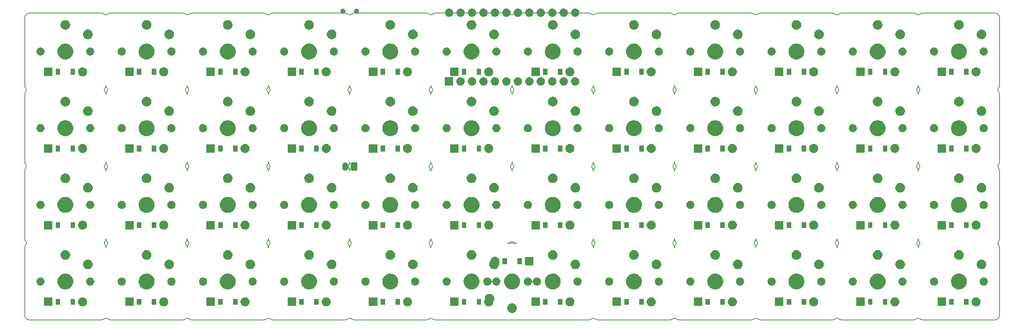
<source format=gbr>
G04 #@! TF.GenerationSoftware,KiCad,Pcbnew,5.1.5+dfsg1-2build2*
G04 #@! TF.CreationDate,2023-07-29T21:16:48+00:00*
G04 #@! TF.ProjectId,planck_routed,706c616e-636b-45f7-926f-757465642e6b,v1.0.0*
G04 #@! TF.SameCoordinates,Original*
G04 #@! TF.FileFunction,Soldermask,Top*
G04 #@! TF.FilePolarity,Negative*
%FSLAX46Y46*%
G04 Gerber Fmt 4.6, Leading zero omitted, Abs format (unit mm)*
G04 Created by KiCad (PCBNEW 5.1.5+dfsg1-2build2) date 2023-07-29 21:16:48*
%MOMM*%
%LPD*%
G04 APERTURE LIST*
G04 #@! TA.AperFunction,Profile*
%ADD10C,0.150000*%
G04 #@! TD*
%ADD11C,0.350000*%
G04 APERTURE END LIST*
D10*
X-8000000Y8500000D02*
X8000000Y8500000D01*
X8666667Y8754644D02*
G75*
G02X8000000Y8500000I-666667J745356D01*
G01*
X8745356Y25166667D02*
G75*
G02X9000000Y24500000I-745356J-666667D01*
G01*
X-9000000Y24500000D02*
G75*
G02X-8745356Y25166667I1000000J0D01*
G01*
X-9000000Y24500000D02*
X-9000000Y9500000D01*
X-8000000Y8500000D02*
G75*
G02X-9000000Y9500000I0J1000000D01*
G01*
X9000000Y26500000D02*
G75*
G02X8745356Y25833333I-1000000J0D01*
G01*
X8745356Y42166667D02*
G75*
G02X9000000Y41500000I-745356J-666667D01*
G01*
X-9000000Y41500000D02*
G75*
G02X-8745356Y42166667I1000000J0D01*
G01*
X-9000000Y41500000D02*
X-9000000Y26500000D01*
X-8745356Y25833333D02*
G75*
G02X-9000000Y26500000I745356J666667D01*
G01*
X9000000Y43500000D02*
G75*
G02X8745356Y42833333I-1000000J0D01*
G01*
X8745356Y59166667D02*
G75*
G02X9000000Y58500000I-745356J-666667D01*
G01*
X-9000000Y58500000D02*
G75*
G02X-8745356Y59166667I1000000J0D01*
G01*
X-9000000Y58500000D02*
X-9000000Y43500000D01*
X-8745356Y42833333D02*
G75*
G02X-9000000Y43500000I745356J666667D01*
G01*
X9000000Y60500000D02*
G75*
G02X8745356Y59833333I-1000000J0D01*
G01*
X8000000Y76500000D02*
G75*
G02X8666667Y76245356I0J-1000000D01*
G01*
X8000000Y76500000D02*
X-8000000Y76500000D01*
X-9000000Y75500000D02*
G75*
G02X-8000000Y76500000I1000000J0D01*
G01*
X-9000000Y75500000D02*
X-9000000Y60500000D01*
X-8745356Y59833333D02*
G75*
G02X-9000000Y60500000I745356J666667D01*
G01*
X10000000Y8500000D02*
X26000000Y8500000D01*
X26666667Y8754644D02*
G75*
G02X26000000Y8500000I-666667J745356D01*
G01*
X26745356Y25166667D02*
G75*
G02X27000000Y24500000I-745356J-666667D01*
G01*
X9000000Y24500000D02*
G75*
G02X9254644Y25166667I1000000J0D01*
G01*
X10000000Y8500000D02*
G75*
G02X9333333Y8754644I0J1000000D01*
G01*
X27000000Y26500000D02*
G75*
G02X26745356Y25833333I-1000000J0D01*
G01*
X26745356Y42166667D02*
G75*
G02X27000000Y41500000I-745356J-666667D01*
G01*
X9000000Y41500000D02*
G75*
G02X9254644Y42166667I1000000J0D01*
G01*
X9254644Y25833333D02*
G75*
G02X9000000Y26500000I745356J666667D01*
G01*
X27000000Y43500000D02*
G75*
G02X26745356Y42833333I-1000000J0D01*
G01*
X26745356Y59166667D02*
G75*
G02X27000000Y58500000I-745356J-666667D01*
G01*
X9000000Y58500000D02*
G75*
G02X9254644Y59166667I1000000J0D01*
G01*
X9254644Y42833333D02*
G75*
G02X9000000Y43500000I745356J666667D01*
G01*
X27000000Y60500000D02*
G75*
G02X26745356Y59833333I-1000000J0D01*
G01*
X26000000Y76500000D02*
G75*
G02X26666667Y76245356I0J-1000000D01*
G01*
X26000000Y76500000D02*
X10000000Y76500000D01*
X9333333Y76245356D02*
G75*
G02X10000000Y76500000I666667J-745356D01*
G01*
X9254644Y59833333D02*
G75*
G02X9000000Y60500000I745356J666667D01*
G01*
X28000000Y8500000D02*
X44000000Y8500000D01*
X44666667Y8754644D02*
G75*
G02X44000000Y8500000I-666667J745356D01*
G01*
X44745356Y25166667D02*
G75*
G02X45000000Y24500000I-745356J-666667D01*
G01*
X27000000Y24500000D02*
G75*
G02X27254644Y25166667I1000000J0D01*
G01*
X28000000Y8500000D02*
G75*
G02X27333333Y8754644I0J1000000D01*
G01*
X45000000Y26500000D02*
G75*
G02X44745356Y25833333I-1000000J0D01*
G01*
X44745356Y42166667D02*
G75*
G02X45000000Y41500000I-745356J-666667D01*
G01*
X27000000Y41500000D02*
G75*
G02X27254644Y42166667I1000000J0D01*
G01*
X27254644Y25833333D02*
G75*
G02X27000000Y26500000I745356J666667D01*
G01*
X45000000Y43500000D02*
G75*
G02X44745356Y42833333I-1000000J0D01*
G01*
X44745356Y59166667D02*
G75*
G02X45000000Y58500000I-745356J-666667D01*
G01*
X27000000Y58500000D02*
G75*
G02X27254644Y59166667I1000000J0D01*
G01*
X27254644Y42833333D02*
G75*
G02X27000000Y43500000I745356J666667D01*
G01*
X45000000Y60500000D02*
G75*
G02X44745356Y59833333I-1000000J0D01*
G01*
X44000000Y76500000D02*
G75*
G02X44666667Y76245356I0J-1000000D01*
G01*
X44000000Y76500000D02*
X28000000Y76500000D01*
X27333333Y76245356D02*
G75*
G02X28000000Y76500000I666667J-745356D01*
G01*
X27254644Y59833333D02*
G75*
G02X27000000Y60500000I745356J666667D01*
G01*
X46000000Y8500000D02*
X62000000Y8500000D01*
X62666667Y8754644D02*
G75*
G02X62000000Y8500000I-666667J745356D01*
G01*
X62745356Y25166667D02*
G75*
G02X63000000Y24500000I-745356J-666667D01*
G01*
X45000000Y24500000D02*
G75*
G02X45254644Y25166667I1000000J0D01*
G01*
X46000000Y8500000D02*
G75*
G02X45333333Y8754644I0J1000000D01*
G01*
X63000000Y26500000D02*
G75*
G02X62745356Y25833333I-1000000J0D01*
G01*
X62745356Y42166667D02*
G75*
G02X63000000Y41500000I-745356J-666667D01*
G01*
X45000000Y41500000D02*
G75*
G02X45254644Y42166667I1000000J0D01*
G01*
X45254644Y25833333D02*
G75*
G02X45000000Y26500000I745356J666667D01*
G01*
X63000000Y43500000D02*
G75*
G02X62745356Y42833333I-1000000J0D01*
G01*
X62745356Y59166667D02*
G75*
G02X63000000Y58500000I-745356J-666667D01*
G01*
X45000000Y58500000D02*
G75*
G02X45254644Y59166667I1000000J0D01*
G01*
X45254644Y42833333D02*
G75*
G02X45000000Y43500000I745356J666667D01*
G01*
X63000000Y60500000D02*
G75*
G02X62745356Y59833333I-1000000J0D01*
G01*
X62000000Y76500000D02*
G75*
G02X62666667Y76245356I0J-1000000D01*
G01*
X62000000Y76500000D02*
X46000000Y76500000D01*
X45333333Y76245356D02*
G75*
G02X46000000Y76500000I666667J-745356D01*
G01*
X45254644Y59833333D02*
G75*
G02X45000000Y60500000I745356J666667D01*
G01*
X64000000Y8500000D02*
X80000000Y8500000D01*
X80666667Y8754644D02*
G75*
G02X80000000Y8500000I-666667J745356D01*
G01*
X80745356Y25166667D02*
G75*
G02X81000000Y24500000I-745356J-666667D01*
G01*
X63000000Y24500000D02*
G75*
G02X63254644Y25166667I1000000J0D01*
G01*
X64000000Y8500000D02*
G75*
G02X63333333Y8754644I0J1000000D01*
G01*
X81000000Y26500000D02*
G75*
G02X80745356Y25833333I-1000000J0D01*
G01*
X80745356Y42166667D02*
G75*
G02X81000000Y41500000I-745356J-666667D01*
G01*
X63000000Y41500000D02*
G75*
G02X63254644Y42166667I1000000J0D01*
G01*
X63254644Y25833333D02*
G75*
G02X63000000Y26500000I745356J666667D01*
G01*
X81000000Y43500000D02*
G75*
G02X80745356Y42833333I-1000000J0D01*
G01*
X80745356Y59166667D02*
G75*
G02X81000000Y58500000I-745356J-666667D01*
G01*
X63000000Y58500000D02*
G75*
G02X63254644Y59166667I1000000J0D01*
G01*
X63254644Y42833333D02*
G75*
G02X63000000Y43500000I745356J666667D01*
G01*
X81000000Y60500000D02*
G75*
G02X80745356Y59833333I-1000000J0D01*
G01*
X80000000Y76500000D02*
G75*
G02X80666667Y76245356I0J-1000000D01*
G01*
X80000000Y76500000D02*
X64000000Y76500000D01*
X63333333Y76245356D02*
G75*
G02X64000000Y76500000I666667J-745356D01*
G01*
X63254644Y59833333D02*
G75*
G02X63000000Y60500000I745356J666667D01*
G01*
X82000000Y8500000D02*
X116000000Y8500000D01*
X81000000Y24500000D02*
G75*
G02X81254644Y25166667I1000000J0D01*
G01*
X82000000Y8500000D02*
G75*
G02X81333333Y8754644I0J1000000D01*
G01*
X98666667Y25754644D02*
G75*
G02X98000000Y25500000I-666667J745356D01*
G01*
X98745356Y42166667D02*
G75*
G02X99000000Y41500000I-745356J-666667D01*
G01*
X81000000Y41500000D02*
G75*
G02X81254644Y42166667I1000000J0D01*
G01*
X81254644Y25833333D02*
G75*
G02X81000000Y26500000I745356J666667D01*
G01*
X99000000Y43500000D02*
G75*
G02X98745356Y42833333I-1000000J0D01*
G01*
X98745356Y59166667D02*
G75*
G02X99000000Y58500000I-745356J-666667D01*
G01*
X81000000Y58500000D02*
G75*
G02X81254644Y59166667I1000000J0D01*
G01*
X81254644Y42833333D02*
G75*
G02X81000000Y43500000I745356J666667D01*
G01*
X99000000Y60500000D02*
G75*
G02X98745356Y59833333I-1000000J0D01*
G01*
X98000000Y76500000D02*
G75*
G02X98666667Y76245356I0J-1000000D01*
G01*
X98000000Y76500000D02*
X82000000Y76500000D01*
X81333333Y76245356D02*
G75*
G02X82000000Y76500000I666667J-745356D01*
G01*
X81254644Y59833333D02*
G75*
G02X81000000Y60500000I745356J666667D01*
G01*
X100000000Y25500000D02*
X98000000Y25500000D01*
X116666667Y8754644D02*
G75*
G02X116000000Y8500000I-666667J745356D01*
G01*
X116745356Y25166667D02*
G75*
G02X117000000Y24500000I-745356J-666667D01*
G01*
X117000000Y26500000D02*
G75*
G02X116745356Y25833333I-1000000J0D01*
G01*
X116745356Y42166667D02*
G75*
G02X117000000Y41500000I-745356J-666667D01*
G01*
X99000000Y41500000D02*
G75*
G02X99254644Y42166667I1000000J0D01*
G01*
X100000000Y25500000D02*
G75*
G02X99333333Y25754644I0J1000000D01*
G01*
X117000000Y43500000D02*
G75*
G02X116745356Y42833333I-1000000J0D01*
G01*
X116745356Y59166667D02*
G75*
G02X117000000Y58500000I-745356J-666667D01*
G01*
X99000000Y58500000D02*
G75*
G02X99254644Y59166667I1000000J0D01*
G01*
X99254644Y42833333D02*
G75*
G02X99000000Y43500000I745356J666667D01*
G01*
X117000000Y60500000D02*
G75*
G02X116745356Y59833333I-1000000J0D01*
G01*
X116000000Y76500000D02*
G75*
G02X116666667Y76245356I0J-1000000D01*
G01*
X116000000Y76500000D02*
X100000000Y76500000D01*
X99333333Y76245356D02*
G75*
G02X100000000Y76500000I666667J-745356D01*
G01*
X99254644Y59833333D02*
G75*
G02X99000000Y60500000I745356J666667D01*
G01*
X118000000Y8500000D02*
X134000000Y8500000D01*
X134666667Y8754644D02*
G75*
G02X134000000Y8500000I-666667J745356D01*
G01*
X134745356Y25166667D02*
G75*
G02X135000000Y24500000I-745356J-666667D01*
G01*
X117000000Y24500000D02*
G75*
G02X117254644Y25166667I1000000J0D01*
G01*
X118000000Y8500000D02*
G75*
G02X117333333Y8754644I0J1000000D01*
G01*
X135000000Y26500000D02*
G75*
G02X134745356Y25833333I-1000000J0D01*
G01*
X134745356Y42166667D02*
G75*
G02X135000000Y41500000I-745356J-666667D01*
G01*
X117000000Y41500000D02*
G75*
G02X117254644Y42166667I1000000J0D01*
G01*
X117254644Y25833333D02*
G75*
G02X117000000Y26500000I745356J666667D01*
G01*
X135000000Y43500000D02*
G75*
G02X134745356Y42833333I-1000000J0D01*
G01*
X134745356Y59166667D02*
G75*
G02X135000000Y58500000I-745356J-666667D01*
G01*
X117000000Y58500000D02*
G75*
G02X117254644Y59166667I1000000J0D01*
G01*
X117254644Y42833333D02*
G75*
G02X117000000Y43500000I745356J666667D01*
G01*
X135000000Y60500000D02*
G75*
G02X134745356Y59833333I-1000000J0D01*
G01*
X134000000Y76500000D02*
G75*
G02X134666667Y76245356I0J-1000000D01*
G01*
X134000000Y76500000D02*
X118000000Y76500000D01*
X117333333Y76245356D02*
G75*
G02X118000000Y76500000I666667J-745356D01*
G01*
X117254644Y59833333D02*
G75*
G02X117000000Y60500000I745356J666667D01*
G01*
X136000000Y8500000D02*
X152000000Y8500000D01*
X152666667Y8754644D02*
G75*
G02X152000000Y8500000I-666667J745356D01*
G01*
X152745356Y25166667D02*
G75*
G02X153000000Y24500000I-745356J-666667D01*
G01*
X135000000Y24500000D02*
G75*
G02X135254644Y25166667I1000000J0D01*
G01*
X136000000Y8500000D02*
G75*
G02X135333333Y8754644I0J1000000D01*
G01*
X153000000Y26500000D02*
G75*
G02X152745356Y25833333I-1000000J0D01*
G01*
X152745356Y42166667D02*
G75*
G02X153000000Y41500000I-745356J-666667D01*
G01*
X135000000Y41500000D02*
G75*
G02X135254644Y42166667I1000000J0D01*
G01*
X135254644Y25833333D02*
G75*
G02X135000000Y26500000I745356J666667D01*
G01*
X153000000Y43500000D02*
G75*
G02X152745356Y42833333I-1000000J0D01*
G01*
X152745356Y59166667D02*
G75*
G02X153000000Y58500000I-745356J-666667D01*
G01*
X135000000Y58500000D02*
G75*
G02X135254644Y59166667I1000000J0D01*
G01*
X135254644Y42833333D02*
G75*
G02X135000000Y43500000I745356J666667D01*
G01*
X153000000Y60500000D02*
G75*
G02X152745356Y59833333I-1000000J0D01*
G01*
X152000000Y76500000D02*
G75*
G02X152666667Y76245356I0J-1000000D01*
G01*
X152000000Y76500000D02*
X136000000Y76500000D01*
X135333333Y76245356D02*
G75*
G02X136000000Y76500000I666667J-745356D01*
G01*
X135254644Y59833333D02*
G75*
G02X135000000Y60500000I745356J666667D01*
G01*
X154000000Y8500000D02*
X170000000Y8500000D01*
X170666667Y8754644D02*
G75*
G02X170000000Y8500000I-666667J745356D01*
G01*
X170745356Y25166667D02*
G75*
G02X171000000Y24500000I-745356J-666667D01*
G01*
X153000000Y24500000D02*
G75*
G02X153254644Y25166667I1000000J0D01*
G01*
X154000000Y8500000D02*
G75*
G02X153333333Y8754644I0J1000000D01*
G01*
X171000000Y26500000D02*
G75*
G02X170745356Y25833333I-1000000J0D01*
G01*
X170745356Y42166667D02*
G75*
G02X171000000Y41500000I-745356J-666667D01*
G01*
X153000000Y41500000D02*
G75*
G02X153254644Y42166667I1000000J0D01*
G01*
X153254644Y25833333D02*
G75*
G02X153000000Y26500000I745356J666667D01*
G01*
X171000000Y43500000D02*
G75*
G02X170745356Y42833333I-1000000J0D01*
G01*
X170745356Y59166667D02*
G75*
G02X171000000Y58500000I-745356J-666667D01*
G01*
X153000000Y58500000D02*
G75*
G02X153254644Y59166667I1000000J0D01*
G01*
X153254644Y42833333D02*
G75*
G02X153000000Y43500000I745356J666667D01*
G01*
X171000000Y60500000D02*
G75*
G02X170745356Y59833333I-1000000J0D01*
G01*
X170000000Y76500000D02*
G75*
G02X170666667Y76245356I0J-1000000D01*
G01*
X170000000Y76500000D02*
X154000000Y76500000D01*
X153333333Y76245356D02*
G75*
G02X154000000Y76500000I666667J-745356D01*
G01*
X153254644Y59833333D02*
G75*
G02X153000000Y60500000I745356J666667D01*
G01*
X172000000Y8500000D02*
X188000000Y8500000D01*
X188666667Y8754644D02*
G75*
G02X188000000Y8500000I-666667J745356D01*
G01*
X188745356Y25166667D02*
G75*
G02X189000000Y24500000I-745356J-666667D01*
G01*
X171000000Y24500000D02*
G75*
G02X171254644Y25166667I1000000J0D01*
G01*
X172000000Y8500000D02*
G75*
G02X171333333Y8754644I0J1000000D01*
G01*
X189000000Y26500000D02*
G75*
G02X188745356Y25833333I-1000000J0D01*
G01*
X188745356Y42166667D02*
G75*
G02X189000000Y41500000I-745356J-666667D01*
G01*
X171000000Y41500000D02*
G75*
G02X171254644Y42166667I1000000J0D01*
G01*
X171254644Y25833333D02*
G75*
G02X171000000Y26500000I745356J666667D01*
G01*
X189000000Y43500000D02*
G75*
G02X188745356Y42833333I-1000000J0D01*
G01*
X188745356Y59166667D02*
G75*
G02X189000000Y58500000I-745356J-666667D01*
G01*
X171000000Y58500000D02*
G75*
G02X171254644Y59166667I1000000J0D01*
G01*
X171254644Y42833333D02*
G75*
G02X171000000Y43500000I745356J666667D01*
G01*
X189000000Y60500000D02*
G75*
G02X188745356Y59833333I-1000000J0D01*
G01*
X188000000Y76500000D02*
G75*
G02X188666667Y76245356I0J-1000000D01*
G01*
X188000000Y76500000D02*
X172000000Y76500000D01*
X171333333Y76245356D02*
G75*
G02X172000000Y76500000I666667J-745356D01*
G01*
X171254644Y59833333D02*
G75*
G02X171000000Y60500000I745356J666667D01*
G01*
X190000000Y8500000D02*
X206000000Y8500000D01*
X207000000Y9500000D02*
G75*
G02X206000000Y8500000I-1000000J0D01*
G01*
X207000000Y9500000D02*
X207000000Y24500000D01*
X206745356Y25166667D02*
G75*
G02X207000000Y24500000I-745356J-666667D01*
G01*
X189000000Y24500000D02*
G75*
G02X189254644Y25166667I1000000J0D01*
G01*
X190000000Y8500000D02*
G75*
G02X189333333Y8754644I0J1000000D01*
G01*
X207000000Y26500000D02*
G75*
G02X206745356Y25833333I-1000000J0D01*
G01*
X207000000Y26500000D02*
X207000000Y41500000D01*
X206745356Y42166667D02*
G75*
G02X207000000Y41500000I-745356J-666667D01*
G01*
X189000000Y41500000D02*
G75*
G02X189254644Y42166667I1000000J0D01*
G01*
X189254644Y25833333D02*
G75*
G02X189000000Y26500000I745356J666667D01*
G01*
X207000000Y43500000D02*
G75*
G02X206745356Y42833333I-1000000J0D01*
G01*
X207000000Y43500000D02*
X207000000Y58500000D01*
X206745356Y59166667D02*
G75*
G02X207000000Y58500000I-745356J-666667D01*
G01*
X189000000Y58500000D02*
G75*
G02X189254644Y59166667I1000000J0D01*
G01*
X189254644Y42833333D02*
G75*
G02X189000000Y43500000I745356J666667D01*
G01*
X207000000Y60500000D02*
G75*
G02X206745356Y59833333I-1000000J0D01*
G01*
X207000000Y60500000D02*
X207000000Y75500000D01*
X206000000Y76500000D02*
G75*
G02X207000000Y75500000I0J-1000000D01*
G01*
X206000000Y76500000D02*
X190000000Y76500000D01*
X189333333Y76245356D02*
G75*
G02X190000000Y76500000I666667J-745356D01*
G01*
X189254644Y59833333D02*
G75*
G02X189000000Y60500000I745356J666667D01*
G01*
X8666666Y8754644D02*
G75*
G02X9333333Y8754644I333334J-372678D01*
G01*
X26666666Y8754644D02*
G75*
G02X27333333Y8754644I333334J-372678D01*
G01*
X44666666Y8754644D02*
G75*
G02X45333333Y8754644I333334J-372678D01*
G01*
X62666666Y8754644D02*
G75*
G02X63333333Y8754644I333334J-372678D01*
G01*
X80666666Y8754644D02*
G75*
G02X81333333Y8754644I333334J-372678D01*
G01*
X116666666Y8754644D02*
G75*
G02X117333333Y8754644I333334J-372678D01*
G01*
X134666666Y8754644D02*
G75*
G02X135333333Y8754644I333334J-372678D01*
G01*
X152666666Y8754644D02*
G75*
G02X153333333Y8754644I333334J-372678D01*
G01*
X170666666Y8754644D02*
G75*
G02X171333333Y8754644I333334J-372678D01*
G01*
X188666666Y8754644D02*
G75*
G02X189333333Y8754644I333334J-372678D01*
G01*
X206745356Y25166666D02*
G75*
G02X206745356Y25833333I372678J333334D01*
G01*
X206745356Y42166666D02*
G75*
G02X206745356Y42833333I372678J333334D01*
G01*
X206745356Y59166666D02*
G75*
G02X206745356Y59833333I372678J333334D01*
G01*
X189333334Y76245356D02*
G75*
G02X188666667Y76245356I-333334J372678D01*
G01*
X171333334Y76245356D02*
G75*
G02X170666667Y76245356I-333334J372678D01*
G01*
X153333334Y76245356D02*
G75*
G02X152666667Y76245356I-333334J372678D01*
G01*
X135333334Y76245356D02*
G75*
G02X134666667Y76245356I-333334J372678D01*
G01*
X117333334Y76245356D02*
G75*
G02X116666667Y76245356I-333334J372678D01*
G01*
X99333334Y76245356D02*
G75*
G02X98666667Y76245356I-333334J372678D01*
G01*
X81333334Y76245356D02*
G75*
G02X80666667Y76245356I-333334J372678D01*
G01*
X63333334Y76245356D02*
G75*
G02X62666667Y76245356I-333334J372678D01*
G01*
X45333334Y76245356D02*
G75*
G02X44666667Y76245356I-333334J372678D01*
G01*
X27333334Y76245356D02*
G75*
G02X26666667Y76245356I-333334J372678D01*
G01*
X9333334Y76245356D02*
G75*
G02X8666667Y76245356I-333334J372678D01*
G01*
X-8745356Y59833334D02*
G75*
G02X-8745356Y59166667I-372678J-333334D01*
G01*
X-8745356Y42833334D02*
G75*
G02X-8745356Y42166667I-372678J-333334D01*
G01*
X-8745356Y25833334D02*
G75*
G02X-8745356Y25166667I-372678J-333334D01*
G01*
X8745356Y25166666D02*
G75*
G02X8745356Y25833333I372678J333334D01*
G01*
X9254644Y25833334D02*
G75*
G02X9254644Y25166667I-372678J-333334D01*
G01*
X8745356Y42166666D02*
G75*
G02X8745356Y42833333I372678J333334D01*
G01*
X9254644Y42833334D02*
G75*
G02X9254644Y42166667I-372678J-333334D01*
G01*
X8745356Y59166666D02*
G75*
G02X8745356Y59833333I372678J333334D01*
G01*
X9254644Y59833334D02*
G75*
G02X9254644Y59166667I-372678J-333334D01*
G01*
X26745356Y25166666D02*
G75*
G02X26745356Y25833333I372678J333334D01*
G01*
X27254644Y25833334D02*
G75*
G02X27254644Y25166667I-372678J-333334D01*
G01*
X26745356Y42166666D02*
G75*
G02X26745356Y42833333I372678J333334D01*
G01*
X27254644Y42833334D02*
G75*
G02X27254644Y42166667I-372678J-333334D01*
G01*
X26745356Y59166666D02*
G75*
G02X26745356Y59833333I372678J333334D01*
G01*
X27254644Y59833334D02*
G75*
G02X27254644Y59166667I-372678J-333334D01*
G01*
X44745356Y25166666D02*
G75*
G02X44745356Y25833333I372678J333334D01*
G01*
X45254644Y25833334D02*
G75*
G02X45254644Y25166667I-372678J-333334D01*
G01*
X44745356Y42166666D02*
G75*
G02X44745356Y42833333I372678J333334D01*
G01*
X45254644Y42833334D02*
G75*
G02X45254644Y42166667I-372678J-333334D01*
G01*
X44745356Y59166666D02*
G75*
G02X44745356Y59833333I372678J333334D01*
G01*
X45254644Y59833334D02*
G75*
G02X45254644Y59166667I-372678J-333334D01*
G01*
X62745356Y25166666D02*
G75*
G02X62745356Y25833333I372678J333334D01*
G01*
X63254644Y25833334D02*
G75*
G02X63254644Y25166667I-372678J-333334D01*
G01*
X62745356Y42166666D02*
G75*
G02X62745356Y42833333I372678J333334D01*
G01*
X63254644Y42833334D02*
G75*
G02X63254644Y42166667I-372678J-333334D01*
G01*
X62745356Y59166666D02*
G75*
G02X62745356Y59833333I372678J333334D01*
G01*
X63254644Y59833334D02*
G75*
G02X63254644Y59166667I-372678J-333334D01*
G01*
X80745356Y25166666D02*
G75*
G02X80745356Y25833333I372678J333334D01*
G01*
X81254644Y25833334D02*
G75*
G02X81254644Y25166667I-372678J-333334D01*
G01*
X80745356Y42166666D02*
G75*
G02X80745356Y42833333I372678J333334D01*
G01*
X81254644Y42833334D02*
G75*
G02X81254644Y42166667I-372678J-333334D01*
G01*
X80745356Y59166666D02*
G75*
G02X80745356Y59833333I372678J333334D01*
G01*
X81254644Y59833334D02*
G75*
G02X81254644Y59166667I-372678J-333334D01*
G01*
X98745356Y42166666D02*
G75*
G02X98745356Y42833333I372678J333334D01*
G01*
X99254644Y42833334D02*
G75*
G02X99254644Y42166667I-372678J-333334D01*
G01*
X98745356Y59166666D02*
G75*
G02X98745356Y59833333I372678J333334D01*
G01*
X99254644Y59833334D02*
G75*
G02X99254644Y59166667I-372678J-333334D01*
G01*
X116745356Y25166666D02*
G75*
G02X116745356Y25833333I372678J333334D01*
G01*
X117254644Y25833334D02*
G75*
G02X117254644Y25166667I-372678J-333334D01*
G01*
X116745356Y42166666D02*
G75*
G02X116745356Y42833333I372678J333334D01*
G01*
X117254644Y42833334D02*
G75*
G02X117254644Y42166667I-372678J-333334D01*
G01*
X116745356Y59166666D02*
G75*
G02X116745356Y59833333I372678J333334D01*
G01*
X117254644Y59833334D02*
G75*
G02X117254644Y59166667I-372678J-333334D01*
G01*
X134745356Y25166666D02*
G75*
G02X134745356Y25833333I372678J333334D01*
G01*
X135254644Y25833334D02*
G75*
G02X135254644Y25166667I-372678J-333334D01*
G01*
X134745356Y42166666D02*
G75*
G02X134745356Y42833333I372678J333334D01*
G01*
X135254644Y42833334D02*
G75*
G02X135254644Y42166667I-372678J-333334D01*
G01*
X134745356Y59166666D02*
G75*
G02X134745356Y59833333I372678J333334D01*
G01*
X135254644Y59833334D02*
G75*
G02X135254644Y59166667I-372678J-333334D01*
G01*
X152745356Y25166666D02*
G75*
G02X152745356Y25833333I372678J333334D01*
G01*
X153254644Y25833334D02*
G75*
G02X153254644Y25166667I-372678J-333334D01*
G01*
X152745356Y42166666D02*
G75*
G02X152745356Y42833333I372678J333334D01*
G01*
X153254644Y42833334D02*
G75*
G02X153254644Y42166667I-372678J-333334D01*
G01*
X152745356Y59166666D02*
G75*
G02X152745356Y59833333I372678J333334D01*
G01*
X153254644Y59833334D02*
G75*
G02X153254644Y59166667I-372678J-333334D01*
G01*
X170745356Y25166666D02*
G75*
G02X170745356Y25833333I372678J333334D01*
G01*
X171254644Y25833334D02*
G75*
G02X171254644Y25166667I-372678J-333334D01*
G01*
X170745356Y42166666D02*
G75*
G02X170745356Y42833333I372678J333334D01*
G01*
X171254644Y42833334D02*
G75*
G02X171254644Y42166667I-372678J-333334D01*
G01*
X170745356Y59166666D02*
G75*
G02X170745356Y59833333I372678J333334D01*
G01*
X171254644Y59833334D02*
G75*
G02X171254644Y59166667I-372678J-333334D01*
G01*
X188745356Y25166666D02*
G75*
G02X188745356Y25833333I372678J333334D01*
G01*
X189254644Y25833334D02*
G75*
G02X189254644Y25166667I-372678J-333334D01*
G01*
X188745356Y42166666D02*
G75*
G02X188745356Y42833333I372678J333334D01*
G01*
X189254644Y42833334D02*
G75*
G02X189254644Y42166667I-372678J-333334D01*
G01*
X188745356Y59166666D02*
G75*
G02X188745356Y59833333I372678J333334D01*
G01*
X189254644Y59833334D02*
G75*
G02X189254644Y59166667I-372678J-333334D01*
G01*
X98666666Y25754644D02*
G75*
G02X99333333Y25754644I333334J-372678D01*
G01*
D11*
G36*
X99310941Y12125035D02*
G01*
X99504939Y12044678D01*
X99679535Y11928017D01*
X99828017Y11779535D01*
X99944678Y11604939D01*
X100025035Y11410941D01*
X100066000Y11204993D01*
X100066000Y10995007D01*
X100025035Y10789059D01*
X99944678Y10595061D01*
X99828017Y10420465D01*
X99679535Y10271983D01*
X99504939Y10155322D01*
X99310941Y10074965D01*
X99104993Y10034000D01*
X98895007Y10034000D01*
X98689059Y10074965D01*
X98495061Y10155322D01*
X98320465Y10271983D01*
X98171983Y10420465D01*
X98055322Y10595061D01*
X97974965Y10789059D01*
X97934000Y10995007D01*
X97934000Y11204993D01*
X97974965Y11410941D01*
X98055322Y11604939D01*
X98171983Y11779535D01*
X98320465Y11928017D01*
X98495061Y12044678D01*
X98689059Y12125035D01*
X98895007Y12166000D01*
X99104993Y12166000D01*
X99310941Y12125035D01*
G37*
G36*
X202102419Y13463975D02*
G01*
X202284862Y13388404D01*
X202449057Y13278693D01*
X202588693Y13139057D01*
X202698404Y12974862D01*
X202773975Y12792419D01*
X202812500Y12598738D01*
X202812500Y12401262D01*
X202773975Y12207581D01*
X202698404Y12025138D01*
X202588693Y11860943D01*
X202449057Y11721307D01*
X202284862Y11611596D01*
X202102419Y11536025D01*
X201908738Y11497500D01*
X201711262Y11497500D01*
X201517581Y11536025D01*
X201335138Y11611596D01*
X201170943Y11721307D01*
X201031307Y11860943D01*
X200921596Y12025138D01*
X200846025Y12207581D01*
X200807500Y12401262D01*
X200807500Y12598738D01*
X200846025Y12792419D01*
X200921596Y12974862D01*
X201031307Y13139057D01*
X201170943Y13278693D01*
X201335138Y13388404D01*
X201517581Y13463975D01*
X201711262Y13502500D01*
X201908738Y13502500D01*
X202102419Y13463975D01*
G37*
G36*
X184102419Y13463975D02*
G01*
X184284862Y13388404D01*
X184449057Y13278693D01*
X184588693Y13139057D01*
X184698404Y12974862D01*
X184773975Y12792419D01*
X184812500Y12598738D01*
X184812500Y12401262D01*
X184773975Y12207581D01*
X184698404Y12025138D01*
X184588693Y11860943D01*
X184449057Y11721307D01*
X184284862Y11611596D01*
X184102419Y11536025D01*
X183908738Y11497500D01*
X183711262Y11497500D01*
X183517581Y11536025D01*
X183335138Y11611596D01*
X183170943Y11721307D01*
X183031307Y11860943D01*
X182921596Y12025138D01*
X182846025Y12207581D01*
X182807500Y12401262D01*
X182807500Y12598738D01*
X182846025Y12792419D01*
X182921596Y12974862D01*
X183031307Y13139057D01*
X183170943Y13278693D01*
X183335138Y13388404D01*
X183517581Y13463975D01*
X183711262Y13502500D01*
X183908738Y13502500D01*
X184102419Y13463975D01*
G37*
G36*
X166102419Y13463975D02*
G01*
X166284862Y13388404D01*
X166449057Y13278693D01*
X166588693Y13139057D01*
X166698404Y12974862D01*
X166773975Y12792419D01*
X166812500Y12598738D01*
X166812500Y12401262D01*
X166773975Y12207581D01*
X166698404Y12025138D01*
X166588693Y11860943D01*
X166449057Y11721307D01*
X166284862Y11611596D01*
X166102419Y11536025D01*
X165908738Y11497500D01*
X165711262Y11497500D01*
X165517581Y11536025D01*
X165335138Y11611596D01*
X165170943Y11721307D01*
X165031307Y11860943D01*
X164921596Y12025138D01*
X164846025Y12207581D01*
X164807500Y12401262D01*
X164807500Y12598738D01*
X164846025Y12792419D01*
X164921596Y12974862D01*
X165031307Y13139057D01*
X165170943Y13278693D01*
X165335138Y13388404D01*
X165517581Y13463975D01*
X165711262Y13502500D01*
X165908738Y13502500D01*
X166102419Y13463975D01*
G37*
G36*
X148102419Y13463975D02*
G01*
X148284862Y13388404D01*
X148449057Y13278693D01*
X148588693Y13139057D01*
X148698404Y12974862D01*
X148773975Y12792419D01*
X148812500Y12598738D01*
X148812500Y12401262D01*
X148773975Y12207581D01*
X148698404Y12025138D01*
X148588693Y11860943D01*
X148449057Y11721307D01*
X148284862Y11611596D01*
X148102419Y11536025D01*
X147908738Y11497500D01*
X147711262Y11497500D01*
X147517581Y11536025D01*
X147335138Y11611596D01*
X147170943Y11721307D01*
X147031307Y11860943D01*
X146921596Y12025138D01*
X146846025Y12207581D01*
X146807500Y12401262D01*
X146807500Y12598738D01*
X146846025Y12792419D01*
X146921596Y12974862D01*
X147031307Y13139057D01*
X147170943Y13278693D01*
X147335138Y13388404D01*
X147517581Y13463975D01*
X147711262Y13502500D01*
X147908738Y13502500D01*
X148102419Y13463975D01*
G37*
G36*
X130102419Y13463975D02*
G01*
X130284862Y13388404D01*
X130449057Y13278693D01*
X130588693Y13139057D01*
X130698404Y12974862D01*
X130773975Y12792419D01*
X130812500Y12598738D01*
X130812500Y12401262D01*
X130773975Y12207581D01*
X130698404Y12025138D01*
X130588693Y11860943D01*
X130449057Y11721307D01*
X130284862Y11611596D01*
X130102419Y11536025D01*
X129908738Y11497500D01*
X129711262Y11497500D01*
X129517581Y11536025D01*
X129335138Y11611596D01*
X129170943Y11721307D01*
X129031307Y11860943D01*
X128921596Y12025138D01*
X128846025Y12207581D01*
X128807500Y12401262D01*
X128807500Y12598738D01*
X128846025Y12792419D01*
X128921596Y12974862D01*
X129031307Y13139057D01*
X129170943Y13278693D01*
X129335138Y13388404D01*
X129517581Y13463975D01*
X129711262Y13502500D01*
X129908738Y13502500D01*
X130102419Y13463975D01*
G37*
G36*
X112102419Y13463975D02*
G01*
X112284862Y13388404D01*
X112449057Y13278693D01*
X112588693Y13139057D01*
X112698404Y12974862D01*
X112773975Y12792419D01*
X112812500Y12598738D01*
X112812500Y12401262D01*
X112773975Y12207581D01*
X112698404Y12025138D01*
X112588693Y11860943D01*
X112449057Y11721307D01*
X112284862Y11611596D01*
X112102419Y11536025D01*
X111908738Y11497500D01*
X111711262Y11497500D01*
X111517581Y11536025D01*
X111335138Y11611596D01*
X111170943Y11721307D01*
X111031307Y11860943D01*
X110921596Y12025138D01*
X110846025Y12207581D01*
X110807500Y12401262D01*
X110807500Y12598738D01*
X110846025Y12792419D01*
X110921596Y12974862D01*
X111031307Y13139057D01*
X111170943Y13278693D01*
X111335138Y13388404D01*
X111517581Y13463975D01*
X111711262Y13502500D01*
X111908738Y13502500D01*
X112102419Y13463975D01*
G37*
G36*
X94310941Y14225035D02*
G01*
X94504939Y14144678D01*
X94679535Y14028017D01*
X94828017Y13879535D01*
X94944678Y13704939D01*
X95025035Y13510941D01*
X95066000Y13304993D01*
X95066000Y13095007D01*
X95025035Y12889059D01*
X94944677Y12695058D01*
X94833566Y12528768D01*
X94822015Y12507158D01*
X94814902Y12483709D01*
X94812500Y12459323D01*
X94812500Y12401262D01*
X94773975Y12207581D01*
X94698404Y12025138D01*
X94588693Y11860943D01*
X94449057Y11721307D01*
X94284862Y11611596D01*
X94102419Y11536025D01*
X93908738Y11497500D01*
X93711262Y11497500D01*
X93517581Y11536025D01*
X93335138Y11611596D01*
X93170943Y11721307D01*
X93031307Y11860943D01*
X92921596Y12025138D01*
X92846025Y12207581D01*
X92807500Y12401262D01*
X92807500Y12598738D01*
X92846025Y12792419D01*
X92921596Y12974862D01*
X92921597Y12974864D01*
X92922142Y12976179D01*
X92932355Y12995282D01*
X92939469Y13018731D01*
X92941872Y13043117D01*
X92939470Y13067510D01*
X92934000Y13095009D01*
X92934000Y13304993D01*
X92974965Y13510941D01*
X93055322Y13704939D01*
X93171983Y13879535D01*
X93320465Y14028017D01*
X93495061Y14144678D01*
X93689059Y14225035D01*
X93895007Y14266000D01*
X94104993Y14266000D01*
X94310941Y14225035D01*
G37*
G36*
X76102419Y13463975D02*
G01*
X76284862Y13388404D01*
X76449057Y13278693D01*
X76588693Y13139057D01*
X76698404Y12974862D01*
X76773975Y12792419D01*
X76812500Y12598738D01*
X76812500Y12401262D01*
X76773975Y12207581D01*
X76698404Y12025138D01*
X76588693Y11860943D01*
X76449057Y11721307D01*
X76284862Y11611596D01*
X76102419Y11536025D01*
X75908738Y11497500D01*
X75711262Y11497500D01*
X75517581Y11536025D01*
X75335138Y11611596D01*
X75170943Y11721307D01*
X75031307Y11860943D01*
X74921596Y12025138D01*
X74846025Y12207581D01*
X74807500Y12401262D01*
X74807500Y12598738D01*
X74846025Y12792419D01*
X74921596Y12974862D01*
X75031307Y13139057D01*
X75170943Y13278693D01*
X75335138Y13388404D01*
X75517581Y13463975D01*
X75711262Y13502500D01*
X75908738Y13502500D01*
X76102419Y13463975D01*
G37*
G36*
X58102419Y13463975D02*
G01*
X58284862Y13388404D01*
X58449057Y13278693D01*
X58588693Y13139057D01*
X58698404Y12974862D01*
X58773975Y12792419D01*
X58812500Y12598738D01*
X58812500Y12401262D01*
X58773975Y12207581D01*
X58698404Y12025138D01*
X58588693Y11860943D01*
X58449057Y11721307D01*
X58284862Y11611596D01*
X58102419Y11536025D01*
X57908738Y11497500D01*
X57711262Y11497500D01*
X57517581Y11536025D01*
X57335138Y11611596D01*
X57170943Y11721307D01*
X57031307Y11860943D01*
X56921596Y12025138D01*
X56846025Y12207581D01*
X56807500Y12401262D01*
X56807500Y12598738D01*
X56846025Y12792419D01*
X56921596Y12974862D01*
X57031307Y13139057D01*
X57170943Y13278693D01*
X57335138Y13388404D01*
X57517581Y13463975D01*
X57711262Y13502500D01*
X57908738Y13502500D01*
X58102419Y13463975D01*
G37*
G36*
X40102419Y13463975D02*
G01*
X40284862Y13388404D01*
X40449057Y13278693D01*
X40588693Y13139057D01*
X40698404Y12974862D01*
X40773975Y12792419D01*
X40812500Y12598738D01*
X40812500Y12401262D01*
X40773975Y12207581D01*
X40698404Y12025138D01*
X40588693Y11860943D01*
X40449057Y11721307D01*
X40284862Y11611596D01*
X40102419Y11536025D01*
X39908738Y11497500D01*
X39711262Y11497500D01*
X39517581Y11536025D01*
X39335138Y11611596D01*
X39170943Y11721307D01*
X39031307Y11860943D01*
X38921596Y12025138D01*
X38846025Y12207581D01*
X38807500Y12401262D01*
X38807500Y12598738D01*
X38846025Y12792419D01*
X38921596Y12974862D01*
X39031307Y13139057D01*
X39170943Y13278693D01*
X39335138Y13388404D01*
X39517581Y13463975D01*
X39711262Y13502500D01*
X39908738Y13502500D01*
X40102419Y13463975D01*
G37*
G36*
X22102419Y13463975D02*
G01*
X22284862Y13388404D01*
X22449057Y13278693D01*
X22588693Y13139057D01*
X22698404Y12974862D01*
X22773975Y12792419D01*
X22812500Y12598738D01*
X22812500Y12401262D01*
X22773975Y12207581D01*
X22698404Y12025138D01*
X22588693Y11860943D01*
X22449057Y11721307D01*
X22284862Y11611596D01*
X22102419Y11536025D01*
X21908738Y11497500D01*
X21711262Y11497500D01*
X21517581Y11536025D01*
X21335138Y11611596D01*
X21170943Y11721307D01*
X21031307Y11860943D01*
X20921596Y12025138D01*
X20846025Y12207581D01*
X20807500Y12401262D01*
X20807500Y12598738D01*
X20846025Y12792419D01*
X20921596Y12974862D01*
X21031307Y13139057D01*
X21170943Y13278693D01*
X21335138Y13388404D01*
X21517581Y13463975D01*
X21711262Y13502500D01*
X21908738Y13502500D01*
X22102419Y13463975D01*
G37*
G36*
X4102419Y13463975D02*
G01*
X4284862Y13388404D01*
X4449057Y13278693D01*
X4588693Y13139057D01*
X4698404Y12974862D01*
X4773975Y12792419D01*
X4812500Y12598738D01*
X4812500Y12401262D01*
X4773975Y12207581D01*
X4698404Y12025138D01*
X4588693Y11860943D01*
X4449057Y11721307D01*
X4284862Y11611596D01*
X4102419Y11536025D01*
X3908738Y11497500D01*
X3711262Y11497500D01*
X3517581Y11536025D01*
X3335138Y11611596D01*
X3170943Y11721307D01*
X3031307Y11860943D01*
X2921596Y12025138D01*
X2846025Y12207581D01*
X2807500Y12401262D01*
X2807500Y12598738D01*
X2846025Y12792419D01*
X2921596Y12974862D01*
X3031307Y13139057D01*
X3170943Y13278693D01*
X3335138Y13388404D01*
X3517581Y13463975D01*
X3711262Y13502500D01*
X3908738Y13502500D01*
X4102419Y13463975D01*
G37*
G36*
X141129000Y11561000D02*
G01*
X139251000Y11561000D01*
X139251000Y13439000D01*
X141129000Y13439000D01*
X141129000Y11561000D01*
G37*
G36*
X33129000Y11561000D02*
G01*
X31251000Y11561000D01*
X31251000Y13439000D01*
X33129000Y13439000D01*
X33129000Y11561000D01*
G37*
G36*
X15129000Y11561000D02*
G01*
X13251000Y11561000D01*
X13251000Y13439000D01*
X15129000Y13439000D01*
X15129000Y11561000D01*
G37*
G36*
X-2871000Y11561000D02*
G01*
X-4749000Y11561000D01*
X-4749000Y13439000D01*
X-2871000Y13439000D01*
X-2871000Y11561000D01*
G37*
G36*
X123129000Y11561000D02*
G01*
X121251000Y11561000D01*
X121251000Y13439000D01*
X123129000Y13439000D01*
X123129000Y11561000D01*
G37*
G36*
X51129000Y11561000D02*
G01*
X49251000Y11561000D01*
X49251000Y13439000D01*
X51129000Y13439000D01*
X51129000Y11561000D01*
G37*
G36*
X87129000Y11561000D02*
G01*
X85251000Y11561000D01*
X85251000Y13439000D01*
X87129000Y13439000D01*
X87129000Y11561000D01*
G37*
G36*
X159129000Y11561000D02*
G01*
X157251000Y11561000D01*
X157251000Y13439000D01*
X159129000Y13439000D01*
X159129000Y11561000D01*
G37*
G36*
X195129000Y11561000D02*
G01*
X193251000Y11561000D01*
X193251000Y13439000D01*
X195129000Y13439000D01*
X195129000Y11561000D01*
G37*
G36*
X177129000Y11561000D02*
G01*
X175251000Y11561000D01*
X175251000Y13439000D01*
X177129000Y13439000D01*
X177129000Y11561000D01*
G37*
G36*
X105129000Y11561000D02*
G01*
X103251000Y11561000D01*
X103251000Y13439000D01*
X105129000Y13439000D01*
X105129000Y11561000D01*
G37*
G36*
X69129000Y11561000D02*
G01*
X67251000Y11561000D01*
X67251000Y13439000D01*
X69129000Y13439000D01*
X69129000Y11561000D01*
G37*
G36*
X178850000Y11850000D02*
G01*
X177850000Y11850000D01*
X177850000Y13150000D01*
X178850000Y13150000D01*
X178850000Y11850000D01*
G37*
G36*
X74150000Y11850000D02*
G01*
X73150000Y11850000D01*
X73150000Y13150000D01*
X74150000Y13150000D01*
X74150000Y11850000D01*
G37*
G36*
X70850000Y11850000D02*
G01*
X69850000Y11850000D01*
X69850000Y13150000D01*
X70850000Y13150000D01*
X70850000Y11850000D01*
G37*
G36*
X38150000Y11850000D02*
G01*
X37150000Y11850000D01*
X37150000Y13150000D01*
X38150000Y13150000D01*
X38150000Y11850000D01*
G37*
G36*
X56150000Y11850000D02*
G01*
X55150000Y11850000D01*
X55150000Y13150000D01*
X56150000Y13150000D01*
X56150000Y11850000D01*
G37*
G36*
X160850000Y11850000D02*
G01*
X159850000Y11850000D01*
X159850000Y13150000D01*
X160850000Y13150000D01*
X160850000Y11850000D01*
G37*
G36*
X200150000Y11850000D02*
G01*
X199150000Y11850000D01*
X199150000Y13150000D01*
X200150000Y13150000D01*
X200150000Y11850000D01*
G37*
G36*
X196850000Y11850000D02*
G01*
X195850000Y11850000D01*
X195850000Y13150000D01*
X196850000Y13150000D01*
X196850000Y11850000D01*
G37*
G36*
X182150000Y11850000D02*
G01*
X181150000Y11850000D01*
X181150000Y13150000D01*
X182150000Y13150000D01*
X182150000Y11850000D01*
G37*
G36*
X164150000Y11850000D02*
G01*
X163150000Y11850000D01*
X163150000Y13150000D01*
X164150000Y13150000D01*
X164150000Y11850000D01*
G37*
G36*
X142850000Y11850000D02*
G01*
X141850000Y11850000D01*
X141850000Y13150000D01*
X142850000Y13150000D01*
X142850000Y11850000D01*
G37*
G36*
X110150000Y11850000D02*
G01*
X109150000Y11850000D01*
X109150000Y13150000D01*
X110150000Y13150000D01*
X110150000Y11850000D01*
G37*
G36*
X88850000Y11850000D02*
G01*
X87850000Y11850000D01*
X87850000Y13150000D01*
X88850000Y13150000D01*
X88850000Y11850000D01*
G37*
G36*
X92150000Y11850000D02*
G01*
X91150000Y11850000D01*
X91150000Y13150000D01*
X92150000Y13150000D01*
X92150000Y11850000D01*
G37*
G36*
X20150000Y11850000D02*
G01*
X19150000Y11850000D01*
X19150000Y13150000D01*
X20150000Y13150000D01*
X20150000Y11850000D01*
G37*
G36*
X16850000Y11850000D02*
G01*
X15850000Y11850000D01*
X15850000Y13150000D01*
X16850000Y13150000D01*
X16850000Y11850000D01*
G37*
G36*
X2150000Y11850000D02*
G01*
X1150000Y11850000D01*
X1150000Y13150000D01*
X2150000Y13150000D01*
X2150000Y11850000D01*
G37*
G36*
X52850000Y11850000D02*
G01*
X51850000Y11850000D01*
X51850000Y13150000D01*
X52850000Y13150000D01*
X52850000Y11850000D01*
G37*
G36*
X-1150000Y11850000D02*
G01*
X-2150000Y11850000D01*
X-2150000Y13150000D01*
X-1150000Y13150000D01*
X-1150000Y11850000D01*
G37*
G36*
X146150000Y11850000D02*
G01*
X145150000Y11850000D01*
X145150000Y13150000D01*
X146150000Y13150000D01*
X146150000Y11850000D01*
G37*
G36*
X34850000Y11850000D02*
G01*
X33850000Y11850000D01*
X33850000Y13150000D01*
X34850000Y13150000D01*
X34850000Y11850000D01*
G37*
G36*
X128150000Y11850000D02*
G01*
X127150000Y11850000D01*
X127150000Y13150000D01*
X128150000Y13150000D01*
X128150000Y11850000D01*
G37*
G36*
X124850000Y11850000D02*
G01*
X123850000Y11850000D01*
X123850000Y13150000D01*
X124850000Y13150000D01*
X124850000Y11850000D01*
G37*
G36*
X106850000Y11850000D02*
G01*
X105850000Y11850000D01*
X105850000Y13150000D01*
X106850000Y13150000D01*
X106850000Y11850000D01*
G37*
G36*
X108216255Y18756053D02*
G01*
X108514686Y18696692D01*
X108835804Y18563680D01*
X109124803Y18370577D01*
X109370577Y18124803D01*
X109563680Y17835804D01*
X109696692Y17514686D01*
X109764500Y17173788D01*
X109764500Y16826212D01*
X109696692Y16485314D01*
X109563680Y16164196D01*
X109370577Y15875197D01*
X109124803Y15629423D01*
X108835804Y15436320D01*
X108514686Y15303308D01*
X108216255Y15243947D01*
X108173789Y15235500D01*
X107826211Y15235500D01*
X107783745Y15243947D01*
X107485314Y15303308D01*
X107164196Y15436320D01*
X106875197Y15629423D01*
X106629423Y15875197D01*
X106436320Y16164196D01*
X106303308Y16485314D01*
X106235500Y16826212D01*
X106235500Y17173788D01*
X106303308Y17514686D01*
X106436320Y17835804D01*
X106629423Y18124803D01*
X106875197Y18370577D01*
X107164196Y18563680D01*
X107485314Y18696692D01*
X107783745Y18756053D01*
X107826211Y18764500D01*
X108173789Y18764500D01*
X108216255Y18756053D01*
G37*
G36*
X126216255Y18756053D02*
G01*
X126514686Y18696692D01*
X126835804Y18563680D01*
X127124803Y18370577D01*
X127370577Y18124803D01*
X127563680Y17835804D01*
X127696692Y17514686D01*
X127764500Y17173788D01*
X127764500Y16826212D01*
X127696692Y16485314D01*
X127563680Y16164196D01*
X127370577Y15875197D01*
X127124803Y15629423D01*
X126835804Y15436320D01*
X126514686Y15303308D01*
X126216255Y15243947D01*
X126173789Y15235500D01*
X125826211Y15235500D01*
X125783745Y15243947D01*
X125485314Y15303308D01*
X125164196Y15436320D01*
X124875197Y15629423D01*
X124629423Y15875197D01*
X124436320Y16164196D01*
X124303308Y16485314D01*
X124235500Y16826212D01*
X124235500Y17173788D01*
X124303308Y17514686D01*
X124436320Y17835804D01*
X124629423Y18124803D01*
X124875197Y18370577D01*
X125164196Y18563680D01*
X125485314Y18696692D01*
X125783745Y18756053D01*
X125826211Y18764500D01*
X126173789Y18764500D01*
X126216255Y18756053D01*
G37*
G36*
X144216255Y18756053D02*
G01*
X144514686Y18696692D01*
X144835804Y18563680D01*
X145124803Y18370577D01*
X145370577Y18124803D01*
X145563680Y17835804D01*
X145696692Y17514686D01*
X145764500Y17173788D01*
X145764500Y16826212D01*
X145696692Y16485314D01*
X145563680Y16164196D01*
X145370577Y15875197D01*
X145124803Y15629423D01*
X144835804Y15436320D01*
X144514686Y15303308D01*
X144216255Y15243947D01*
X144173789Y15235500D01*
X143826211Y15235500D01*
X143783745Y15243947D01*
X143485314Y15303308D01*
X143164196Y15436320D01*
X142875197Y15629423D01*
X142629423Y15875197D01*
X142436320Y16164196D01*
X142303308Y16485314D01*
X142235500Y16826212D01*
X142235500Y17173788D01*
X142303308Y17514686D01*
X142436320Y17835804D01*
X142629423Y18124803D01*
X142875197Y18370577D01*
X143164196Y18563680D01*
X143485314Y18696692D01*
X143783745Y18756053D01*
X143826211Y18764500D01*
X144173789Y18764500D01*
X144216255Y18756053D01*
G37*
G36*
X162216255Y18756053D02*
G01*
X162514686Y18696692D01*
X162835804Y18563680D01*
X163124803Y18370577D01*
X163370577Y18124803D01*
X163563680Y17835804D01*
X163696692Y17514686D01*
X163764500Y17173788D01*
X163764500Y16826212D01*
X163696692Y16485314D01*
X163563680Y16164196D01*
X163370577Y15875197D01*
X163124803Y15629423D01*
X162835804Y15436320D01*
X162514686Y15303308D01*
X162216255Y15243947D01*
X162173789Y15235500D01*
X161826211Y15235500D01*
X161783745Y15243947D01*
X161485314Y15303308D01*
X161164196Y15436320D01*
X160875197Y15629423D01*
X160629423Y15875197D01*
X160436320Y16164196D01*
X160303308Y16485314D01*
X160235500Y16826212D01*
X160235500Y17173788D01*
X160303308Y17514686D01*
X160436320Y17835804D01*
X160629423Y18124803D01*
X160875197Y18370577D01*
X161164196Y18563680D01*
X161485314Y18696692D01*
X161783745Y18756053D01*
X161826211Y18764500D01*
X162173789Y18764500D01*
X162216255Y18756053D01*
G37*
G36*
X180216255Y18756053D02*
G01*
X180514686Y18696692D01*
X180835804Y18563680D01*
X181124803Y18370577D01*
X181370577Y18124803D01*
X181563680Y17835804D01*
X181696692Y17514686D01*
X181764500Y17173788D01*
X181764500Y16826212D01*
X181696692Y16485314D01*
X181563680Y16164196D01*
X181370577Y15875197D01*
X181124803Y15629423D01*
X180835804Y15436320D01*
X180514686Y15303308D01*
X180216255Y15243947D01*
X180173789Y15235500D01*
X179826211Y15235500D01*
X179783745Y15243947D01*
X179485314Y15303308D01*
X179164196Y15436320D01*
X178875197Y15629423D01*
X178629423Y15875197D01*
X178436320Y16164196D01*
X178303308Y16485314D01*
X178235500Y16826212D01*
X178235500Y17173788D01*
X178303308Y17514686D01*
X178436320Y17835804D01*
X178629423Y18124803D01*
X178875197Y18370577D01*
X179164196Y18563680D01*
X179485314Y18696692D01*
X179783745Y18756053D01*
X179826211Y18764500D01*
X180173789Y18764500D01*
X180216255Y18756053D01*
G37*
G36*
X198216255Y18756053D02*
G01*
X198514686Y18696692D01*
X198835804Y18563680D01*
X199124803Y18370577D01*
X199370577Y18124803D01*
X199563680Y17835804D01*
X199696692Y17514686D01*
X199764500Y17173788D01*
X199764500Y16826212D01*
X199696692Y16485314D01*
X199563680Y16164196D01*
X199370577Y15875197D01*
X199124803Y15629423D01*
X198835804Y15436320D01*
X198514686Y15303308D01*
X198216255Y15243947D01*
X198173789Y15235500D01*
X197826211Y15235500D01*
X197783745Y15243947D01*
X197485314Y15303308D01*
X197164196Y15436320D01*
X196875197Y15629423D01*
X196629423Y15875197D01*
X196436320Y16164196D01*
X196303308Y16485314D01*
X196235500Y16826212D01*
X196235500Y17173788D01*
X196303308Y17514686D01*
X196436320Y17835804D01*
X196629423Y18124803D01*
X196875197Y18370577D01*
X197164196Y18563680D01*
X197485314Y18696692D01*
X197783745Y18756053D01*
X197826211Y18764500D01*
X198173789Y18764500D01*
X198216255Y18756053D01*
G37*
G36*
X99216255Y18756053D02*
G01*
X99514686Y18696692D01*
X99835804Y18563680D01*
X100124803Y18370577D01*
X100370577Y18124803D01*
X100563680Y17835804D01*
X100696692Y17514686D01*
X100764500Y17173788D01*
X100764500Y16826212D01*
X100696692Y16485314D01*
X100563680Y16164196D01*
X100370577Y15875197D01*
X100124803Y15629423D01*
X99835804Y15436320D01*
X99514686Y15303308D01*
X99216255Y15243947D01*
X99173789Y15235500D01*
X98826211Y15235500D01*
X98783745Y15243947D01*
X98485314Y15303308D01*
X98164196Y15436320D01*
X97875197Y15629423D01*
X97629423Y15875197D01*
X97436320Y16164196D01*
X97303308Y16485314D01*
X97235500Y16826212D01*
X97235500Y17173788D01*
X97303308Y17514686D01*
X97436320Y17835804D01*
X97629423Y18124803D01*
X97875197Y18370577D01*
X98164196Y18563680D01*
X98485314Y18696692D01*
X98783745Y18756053D01*
X98826211Y18764500D01*
X99173789Y18764500D01*
X99216255Y18756053D01*
G37*
G36*
X216255Y18756053D02*
G01*
X514686Y18696692D01*
X835804Y18563680D01*
X1124803Y18370577D01*
X1370577Y18124803D01*
X1563680Y17835804D01*
X1696692Y17514686D01*
X1764500Y17173788D01*
X1764500Y16826212D01*
X1696692Y16485314D01*
X1563680Y16164196D01*
X1370577Y15875197D01*
X1124803Y15629423D01*
X835804Y15436320D01*
X514686Y15303308D01*
X216255Y15243947D01*
X173789Y15235500D01*
X-173789Y15235500D01*
X-216255Y15243947D01*
X-514686Y15303308D01*
X-835804Y15436320D01*
X-1124803Y15629423D01*
X-1370577Y15875197D01*
X-1563680Y16164196D01*
X-1696692Y16485314D01*
X-1764500Y16826212D01*
X-1764500Y17173788D01*
X-1696692Y17514686D01*
X-1563680Y17835804D01*
X-1370577Y18124803D01*
X-1124803Y18370577D01*
X-835804Y18563680D01*
X-514686Y18696692D01*
X-216255Y18756053D01*
X-173789Y18764500D01*
X173789Y18764500D01*
X216255Y18756053D01*
G37*
G36*
X90216255Y18756053D02*
G01*
X90514686Y18696692D01*
X90835804Y18563680D01*
X91124803Y18370577D01*
X91370577Y18124803D01*
X91563680Y17835804D01*
X91696692Y17514686D01*
X91764500Y17173788D01*
X91764500Y16826212D01*
X91696692Y16485314D01*
X91563680Y16164196D01*
X91370577Y15875197D01*
X91124803Y15629423D01*
X90835804Y15436320D01*
X90514686Y15303308D01*
X90216255Y15243947D01*
X90173789Y15235500D01*
X89826211Y15235500D01*
X89783745Y15243947D01*
X89485314Y15303308D01*
X89164196Y15436320D01*
X88875197Y15629423D01*
X88629423Y15875197D01*
X88436320Y16164196D01*
X88303308Y16485314D01*
X88235500Y16826212D01*
X88235500Y17173788D01*
X88303308Y17514686D01*
X88436320Y17835804D01*
X88629423Y18124803D01*
X88875197Y18370577D01*
X89164196Y18563680D01*
X89485314Y18696692D01*
X89783745Y18756053D01*
X89826211Y18764500D01*
X90173789Y18764500D01*
X90216255Y18756053D01*
G37*
G36*
X72216255Y18756053D02*
G01*
X72514686Y18696692D01*
X72835804Y18563680D01*
X73124803Y18370577D01*
X73370577Y18124803D01*
X73563680Y17835804D01*
X73696692Y17514686D01*
X73764500Y17173788D01*
X73764500Y16826212D01*
X73696692Y16485314D01*
X73563680Y16164196D01*
X73370577Y15875197D01*
X73124803Y15629423D01*
X72835804Y15436320D01*
X72514686Y15303308D01*
X72216255Y15243947D01*
X72173789Y15235500D01*
X71826211Y15235500D01*
X71783745Y15243947D01*
X71485314Y15303308D01*
X71164196Y15436320D01*
X70875197Y15629423D01*
X70629423Y15875197D01*
X70436320Y16164196D01*
X70303308Y16485314D01*
X70235500Y16826212D01*
X70235500Y17173788D01*
X70303308Y17514686D01*
X70436320Y17835804D01*
X70629423Y18124803D01*
X70875197Y18370577D01*
X71164196Y18563680D01*
X71485314Y18696692D01*
X71783745Y18756053D01*
X71826211Y18764500D01*
X72173789Y18764500D01*
X72216255Y18756053D01*
G37*
G36*
X54216255Y18756053D02*
G01*
X54514686Y18696692D01*
X54835804Y18563680D01*
X55124803Y18370577D01*
X55370577Y18124803D01*
X55563680Y17835804D01*
X55696692Y17514686D01*
X55764500Y17173788D01*
X55764500Y16826212D01*
X55696692Y16485314D01*
X55563680Y16164196D01*
X55370577Y15875197D01*
X55124803Y15629423D01*
X54835804Y15436320D01*
X54514686Y15303308D01*
X54216255Y15243947D01*
X54173789Y15235500D01*
X53826211Y15235500D01*
X53783745Y15243947D01*
X53485314Y15303308D01*
X53164196Y15436320D01*
X52875197Y15629423D01*
X52629423Y15875197D01*
X52436320Y16164196D01*
X52303308Y16485314D01*
X52235500Y16826212D01*
X52235500Y17173788D01*
X52303308Y17514686D01*
X52436320Y17835804D01*
X52629423Y18124803D01*
X52875197Y18370577D01*
X53164196Y18563680D01*
X53485314Y18696692D01*
X53783745Y18756053D01*
X53826211Y18764500D01*
X54173789Y18764500D01*
X54216255Y18756053D01*
G37*
G36*
X36216255Y18756053D02*
G01*
X36514686Y18696692D01*
X36835804Y18563680D01*
X37124803Y18370577D01*
X37370577Y18124803D01*
X37563680Y17835804D01*
X37696692Y17514686D01*
X37764500Y17173788D01*
X37764500Y16826212D01*
X37696692Y16485314D01*
X37563680Y16164196D01*
X37370577Y15875197D01*
X37124803Y15629423D01*
X36835804Y15436320D01*
X36514686Y15303308D01*
X36216255Y15243947D01*
X36173789Y15235500D01*
X35826211Y15235500D01*
X35783745Y15243947D01*
X35485314Y15303308D01*
X35164196Y15436320D01*
X34875197Y15629423D01*
X34629423Y15875197D01*
X34436320Y16164196D01*
X34303308Y16485314D01*
X34235500Y16826212D01*
X34235500Y17173788D01*
X34303308Y17514686D01*
X34436320Y17835804D01*
X34629423Y18124803D01*
X34875197Y18370577D01*
X35164196Y18563680D01*
X35485314Y18696692D01*
X35783745Y18756053D01*
X35826211Y18764500D01*
X36173789Y18764500D01*
X36216255Y18756053D01*
G37*
G36*
X18216255Y18756053D02*
G01*
X18514686Y18696692D01*
X18835804Y18563680D01*
X19124803Y18370577D01*
X19370577Y18124803D01*
X19563680Y17835804D01*
X19696692Y17514686D01*
X19764500Y17173788D01*
X19764500Y16826212D01*
X19696692Y16485314D01*
X19563680Y16164196D01*
X19370577Y15875197D01*
X19124803Y15629423D01*
X18835804Y15436320D01*
X18514686Y15303308D01*
X18216255Y15243947D01*
X18173789Y15235500D01*
X17826211Y15235500D01*
X17783745Y15243947D01*
X17485314Y15303308D01*
X17164196Y15436320D01*
X16875197Y15629423D01*
X16629423Y15875197D01*
X16436320Y16164196D01*
X16303308Y16485314D01*
X16235500Y16826212D01*
X16235500Y17173788D01*
X16303308Y17514686D01*
X16436320Y17835804D01*
X16629423Y18124803D01*
X16875197Y18370577D01*
X17164196Y18563680D01*
X17485314Y18696692D01*
X17783745Y18756053D01*
X17826211Y18764500D01*
X18173789Y18764500D01*
X18216255Y18756053D01*
G37*
G36*
X131675757Y17883590D02*
G01*
X131762783Y17866279D01*
X131844759Y17832323D01*
X131926737Y17798367D01*
X132074288Y17699777D01*
X132199777Y17574288D01*
X132298367Y17426737D01*
X132366279Y17262782D01*
X132400900Y17088732D01*
X132400900Y16911268D01*
X132366279Y16737218D01*
X132298367Y16573263D01*
X132199777Y16425712D01*
X132074288Y16300223D01*
X131926737Y16201633D01*
X131762783Y16133721D01*
X131675757Y16116410D01*
X131588732Y16099100D01*
X131411268Y16099100D01*
X131324243Y16116411D01*
X131237217Y16133721D01*
X131155241Y16167677D01*
X131073263Y16201633D01*
X130925712Y16300223D01*
X130800223Y16425712D01*
X130701633Y16573263D01*
X130633721Y16737218D01*
X130599100Y16911268D01*
X130599100Y17088732D01*
X130633721Y17262782D01*
X130701633Y17426737D01*
X130800223Y17574288D01*
X130925712Y17699777D01*
X131073263Y17798367D01*
X131155241Y17832323D01*
X131237217Y17866279D01*
X131324243Y17883590D01*
X131411268Y17900900D01*
X131588732Y17900900D01*
X131675757Y17883590D01*
G37*
G36*
X5675757Y17883590D02*
G01*
X5762783Y17866279D01*
X5844759Y17832323D01*
X5926737Y17798367D01*
X6074288Y17699777D01*
X6199777Y17574288D01*
X6298367Y17426737D01*
X6366279Y17262782D01*
X6400900Y17088732D01*
X6400900Y16911268D01*
X6366279Y16737218D01*
X6298367Y16573263D01*
X6199777Y16425712D01*
X6074288Y16300223D01*
X5926737Y16201633D01*
X5762783Y16133721D01*
X5675757Y16116410D01*
X5588732Y16099100D01*
X5411268Y16099100D01*
X5324243Y16116410D01*
X5237217Y16133721D01*
X5073263Y16201633D01*
X4925712Y16300223D01*
X4800223Y16425712D01*
X4701633Y16573263D01*
X4633721Y16737218D01*
X4599100Y16911268D01*
X4599100Y17088732D01*
X4633721Y17262782D01*
X4701633Y17426737D01*
X4800223Y17574288D01*
X4925712Y17699777D01*
X5073263Y17798367D01*
X5155241Y17832323D01*
X5237217Y17866279D01*
X5324243Y17883590D01*
X5411268Y17900900D01*
X5588732Y17900900D01*
X5675757Y17883590D01*
G37*
G36*
X113675757Y17883590D02*
G01*
X113762783Y17866279D01*
X113844759Y17832323D01*
X113926737Y17798367D01*
X114074288Y17699777D01*
X114199777Y17574288D01*
X114298367Y17426737D01*
X114366279Y17262782D01*
X114400900Y17088732D01*
X114400900Y16911268D01*
X114366279Y16737218D01*
X114298367Y16573263D01*
X114199777Y16425712D01*
X114074288Y16300223D01*
X113926737Y16201633D01*
X113762783Y16133721D01*
X113675757Y16116410D01*
X113588732Y16099100D01*
X113411268Y16099100D01*
X113324243Y16116411D01*
X113237217Y16133721D01*
X113155241Y16167677D01*
X113073263Y16201633D01*
X112925712Y16300223D01*
X112800223Y16425712D01*
X112701633Y16573263D01*
X112633721Y16737218D01*
X112599100Y16911268D01*
X112599100Y17088732D01*
X112633721Y17262782D01*
X112701633Y17426737D01*
X112800223Y17574288D01*
X112925712Y17699777D01*
X113073263Y17798367D01*
X113155241Y17832323D01*
X113237217Y17866279D01*
X113324243Y17883590D01*
X113411268Y17900900D01*
X113588732Y17900900D01*
X113675757Y17883590D01*
G37*
G36*
X66675757Y17883590D02*
G01*
X66762783Y17866279D01*
X66844759Y17832323D01*
X66926737Y17798367D01*
X67074288Y17699777D01*
X67199777Y17574288D01*
X67298367Y17426737D01*
X67366279Y17262782D01*
X67400900Y17088732D01*
X67400900Y16911268D01*
X67366279Y16737218D01*
X67298367Y16573263D01*
X67199777Y16425712D01*
X67074288Y16300223D01*
X66926737Y16201633D01*
X66762783Y16133721D01*
X66675757Y16116410D01*
X66588732Y16099100D01*
X66411268Y16099100D01*
X66324243Y16116411D01*
X66237217Y16133721D01*
X66073263Y16201633D01*
X65925712Y16300223D01*
X65800223Y16425712D01*
X65701633Y16573263D01*
X65633721Y16737218D01*
X65599100Y16911268D01*
X65599100Y17088732D01*
X65633721Y17262782D01*
X65701633Y17426737D01*
X65800223Y17574288D01*
X65925712Y17699777D01*
X66073263Y17798367D01*
X66155241Y17832323D01*
X66237217Y17866279D01*
X66324243Y17883590D01*
X66411268Y17900900D01*
X66588732Y17900900D01*
X66675757Y17883590D01*
G37*
G36*
X59675757Y17883590D02*
G01*
X59762783Y17866279D01*
X59844759Y17832323D01*
X59926737Y17798367D01*
X60074288Y17699777D01*
X60199777Y17574288D01*
X60298367Y17426737D01*
X60366279Y17262782D01*
X60400900Y17088732D01*
X60400900Y16911268D01*
X60366279Y16737218D01*
X60298367Y16573263D01*
X60199777Y16425712D01*
X60074288Y16300223D01*
X59926737Y16201633D01*
X59762783Y16133721D01*
X59675757Y16116410D01*
X59588732Y16099100D01*
X59411268Y16099100D01*
X59324243Y16116411D01*
X59237217Y16133721D01*
X59073263Y16201633D01*
X58925712Y16300223D01*
X58800223Y16425712D01*
X58701633Y16573263D01*
X58633721Y16737218D01*
X58599100Y16911268D01*
X58599100Y17088732D01*
X58633721Y17262782D01*
X58701633Y17426737D01*
X58800223Y17574288D01*
X58925712Y17699777D01*
X59073263Y17798367D01*
X59155241Y17832323D01*
X59237217Y17866279D01*
X59324243Y17883590D01*
X59411268Y17900900D01*
X59588732Y17900900D01*
X59675757Y17883590D01*
G37*
G36*
X174675757Y17883590D02*
G01*
X174762783Y17866279D01*
X174844759Y17832323D01*
X174926737Y17798367D01*
X175074288Y17699777D01*
X175199777Y17574288D01*
X175298367Y17426737D01*
X175366279Y17262782D01*
X175400900Y17088732D01*
X175400900Y16911268D01*
X175366279Y16737218D01*
X175298367Y16573263D01*
X175199777Y16425712D01*
X175074288Y16300223D01*
X174926737Y16201633D01*
X174844759Y16167677D01*
X174762783Y16133721D01*
X174675757Y16116410D01*
X174588732Y16099100D01*
X174411268Y16099100D01*
X174324243Y16116411D01*
X174237217Y16133721D01*
X174155241Y16167677D01*
X174073263Y16201633D01*
X173925712Y16300223D01*
X173800223Y16425712D01*
X173701633Y16573263D01*
X173633721Y16737218D01*
X173599100Y16911268D01*
X173599100Y17088732D01*
X173633721Y17262782D01*
X173701633Y17426737D01*
X173800223Y17574288D01*
X173925712Y17699777D01*
X174073263Y17798367D01*
X174155241Y17832323D01*
X174237217Y17866279D01*
X174324243Y17883590D01*
X174411268Y17900900D01*
X174588732Y17900900D01*
X174675757Y17883590D01*
G37*
G36*
X48675757Y17883590D02*
G01*
X48762783Y17866279D01*
X48844759Y17832323D01*
X48926737Y17798367D01*
X49074288Y17699777D01*
X49199777Y17574288D01*
X49298367Y17426737D01*
X49366279Y17262782D01*
X49400900Y17088732D01*
X49400900Y16911268D01*
X49366279Y16737218D01*
X49298367Y16573263D01*
X49199777Y16425712D01*
X49074288Y16300223D01*
X48926737Y16201633D01*
X48762783Y16133721D01*
X48675757Y16116410D01*
X48588732Y16099100D01*
X48411268Y16099100D01*
X48324243Y16116410D01*
X48237217Y16133721D01*
X48073263Y16201633D01*
X47925712Y16300223D01*
X47800223Y16425712D01*
X47701633Y16573263D01*
X47633721Y16737218D01*
X47599100Y16911268D01*
X47599100Y17088732D01*
X47633721Y17262782D01*
X47701633Y17426737D01*
X47800223Y17574288D01*
X47925712Y17699777D01*
X48073263Y17798367D01*
X48155241Y17832323D01*
X48237217Y17866279D01*
X48324243Y17883590D01*
X48411268Y17900900D01*
X48588732Y17900900D01*
X48675757Y17883590D01*
G37*
G36*
X-5324243Y17883590D02*
G01*
X-5237217Y17866279D01*
X-5155241Y17832323D01*
X-5073263Y17798367D01*
X-4925712Y17699777D01*
X-4800223Y17574288D01*
X-4701633Y17426737D01*
X-4633721Y17262782D01*
X-4599100Y17088732D01*
X-4599100Y16911268D01*
X-4633721Y16737218D01*
X-4701633Y16573263D01*
X-4800223Y16425712D01*
X-4925712Y16300223D01*
X-5073263Y16201633D01*
X-5237217Y16133721D01*
X-5324243Y16116410D01*
X-5411268Y16099100D01*
X-5588732Y16099100D01*
X-5675757Y16116410D01*
X-5762783Y16133721D01*
X-5926737Y16201633D01*
X-6074288Y16300223D01*
X-6199777Y16425712D01*
X-6298367Y16573263D01*
X-6366279Y16737218D01*
X-6400900Y16911268D01*
X-6400900Y17088732D01*
X-6366279Y17262782D01*
X-6298367Y17426737D01*
X-6199777Y17574288D01*
X-6074288Y17699777D01*
X-5926737Y17798367D01*
X-5844759Y17832323D01*
X-5762783Y17866279D01*
X-5675757Y17883590D01*
X-5588732Y17900900D01*
X-5411268Y17900900D01*
X-5324243Y17883590D01*
G37*
G36*
X41675757Y17883590D02*
G01*
X41762783Y17866279D01*
X41844759Y17832323D01*
X41926737Y17798367D01*
X42074288Y17699777D01*
X42199777Y17574288D01*
X42298367Y17426737D01*
X42366279Y17262782D01*
X42400900Y17088732D01*
X42400900Y16911268D01*
X42366279Y16737218D01*
X42298367Y16573263D01*
X42199777Y16425712D01*
X42074288Y16300223D01*
X41926737Y16201633D01*
X41762783Y16133721D01*
X41675757Y16116410D01*
X41588732Y16099100D01*
X41411268Y16099100D01*
X41324243Y16116410D01*
X41237217Y16133721D01*
X41073263Y16201633D01*
X40925712Y16300223D01*
X40800223Y16425712D01*
X40701633Y16573263D01*
X40633721Y16737218D01*
X40599100Y16911268D01*
X40599100Y17088732D01*
X40633721Y17262782D01*
X40701633Y17426737D01*
X40800223Y17574288D01*
X40925712Y17699777D01*
X41073263Y17798367D01*
X41155241Y17832323D01*
X41237217Y17866279D01*
X41324243Y17883590D01*
X41411268Y17900900D01*
X41588732Y17900900D01*
X41675757Y17883590D01*
G37*
G36*
X30675757Y17883590D02*
G01*
X30762783Y17866279D01*
X30844759Y17832323D01*
X30926737Y17798367D01*
X31074288Y17699777D01*
X31199777Y17574288D01*
X31298367Y17426737D01*
X31366279Y17262782D01*
X31400900Y17088732D01*
X31400900Y16911268D01*
X31366279Y16737218D01*
X31298367Y16573263D01*
X31199777Y16425712D01*
X31074288Y16300223D01*
X30926737Y16201633D01*
X30762783Y16133721D01*
X30675757Y16116410D01*
X30588732Y16099100D01*
X30411268Y16099100D01*
X30324243Y16116410D01*
X30237217Y16133721D01*
X30073263Y16201633D01*
X29925712Y16300223D01*
X29800223Y16425712D01*
X29701633Y16573263D01*
X29633721Y16737218D01*
X29599100Y16911268D01*
X29599100Y17088732D01*
X29633721Y17262782D01*
X29701633Y17426737D01*
X29800223Y17574288D01*
X29925712Y17699777D01*
X30073263Y17798367D01*
X30155241Y17832323D01*
X30237217Y17866279D01*
X30324243Y17883590D01*
X30411268Y17900900D01*
X30588732Y17900900D01*
X30675757Y17883590D01*
G37*
G36*
X203675757Y17883590D02*
G01*
X203762783Y17866279D01*
X203844759Y17832323D01*
X203926737Y17798367D01*
X204074288Y17699777D01*
X204199777Y17574288D01*
X204298367Y17426737D01*
X204366279Y17262782D01*
X204400900Y17088732D01*
X204400900Y16911268D01*
X204366279Y16737218D01*
X204298367Y16573263D01*
X204199777Y16425712D01*
X204074288Y16300223D01*
X203926737Y16201633D01*
X203844759Y16167677D01*
X203762783Y16133721D01*
X203675757Y16116410D01*
X203588732Y16099100D01*
X203411268Y16099100D01*
X203324243Y16116411D01*
X203237217Y16133721D01*
X203155241Y16167677D01*
X203073263Y16201633D01*
X202925712Y16300223D01*
X202800223Y16425712D01*
X202701633Y16573263D01*
X202633721Y16737218D01*
X202599100Y16911268D01*
X202599100Y17088732D01*
X202633721Y17262782D01*
X202701633Y17426737D01*
X202800223Y17574288D01*
X202925712Y17699777D01*
X203073263Y17798367D01*
X203155241Y17832323D01*
X203237217Y17866279D01*
X203324243Y17883590D01*
X203411268Y17900900D01*
X203588732Y17900900D01*
X203675757Y17883590D01*
G37*
G36*
X192675757Y17883590D02*
G01*
X192762783Y17866279D01*
X192844759Y17832323D01*
X192926737Y17798367D01*
X193074288Y17699777D01*
X193199777Y17574288D01*
X193298367Y17426737D01*
X193366279Y17262782D01*
X193400900Y17088732D01*
X193400900Y16911268D01*
X193366279Y16737218D01*
X193298367Y16573263D01*
X193199777Y16425712D01*
X193074288Y16300223D01*
X192926737Y16201633D01*
X192844759Y16167677D01*
X192762783Y16133721D01*
X192675757Y16116410D01*
X192588732Y16099100D01*
X192411268Y16099100D01*
X192324243Y16116411D01*
X192237217Y16133721D01*
X192155241Y16167677D01*
X192073263Y16201633D01*
X191925712Y16300223D01*
X191800223Y16425712D01*
X191701633Y16573263D01*
X191633721Y16737218D01*
X191599100Y16911268D01*
X191599100Y17088732D01*
X191633721Y17262782D01*
X191701633Y17426737D01*
X191800223Y17574288D01*
X191925712Y17699777D01*
X192073263Y17798367D01*
X192155241Y17832323D01*
X192237217Y17866279D01*
X192324243Y17883590D01*
X192411268Y17900900D01*
X192588732Y17900900D01*
X192675757Y17883590D01*
G37*
G36*
X12675757Y17883590D02*
G01*
X12762783Y17866279D01*
X12844759Y17832323D01*
X12926737Y17798367D01*
X13074288Y17699777D01*
X13199777Y17574288D01*
X13298367Y17426737D01*
X13366279Y17262782D01*
X13400900Y17088732D01*
X13400900Y16911268D01*
X13366279Y16737218D01*
X13298367Y16573263D01*
X13199777Y16425712D01*
X13074288Y16300223D01*
X12926737Y16201633D01*
X12762783Y16133721D01*
X12675757Y16116410D01*
X12588732Y16099100D01*
X12411268Y16099100D01*
X12324243Y16116410D01*
X12237217Y16133721D01*
X12073263Y16201633D01*
X11925712Y16300223D01*
X11800223Y16425712D01*
X11701633Y16573263D01*
X11633721Y16737218D01*
X11599100Y16911268D01*
X11599100Y17088732D01*
X11633721Y17262782D01*
X11701633Y17426737D01*
X11800223Y17574288D01*
X11925712Y17699777D01*
X12073263Y17798367D01*
X12155241Y17832323D01*
X12237217Y17866279D01*
X12324243Y17883590D01*
X12411268Y17900900D01*
X12588732Y17900900D01*
X12675757Y17883590D01*
G37*
G36*
X23675757Y17883590D02*
G01*
X23762783Y17866279D01*
X23844759Y17832323D01*
X23926737Y17798367D01*
X24074288Y17699777D01*
X24199777Y17574288D01*
X24298367Y17426737D01*
X24366279Y17262782D01*
X24400900Y17088732D01*
X24400900Y16911268D01*
X24366279Y16737218D01*
X24298367Y16573263D01*
X24199777Y16425712D01*
X24074288Y16300223D01*
X23926737Y16201633D01*
X23762783Y16133721D01*
X23675757Y16116410D01*
X23588732Y16099100D01*
X23411268Y16099100D01*
X23324243Y16116410D01*
X23237217Y16133721D01*
X23073263Y16201633D01*
X22925712Y16300223D01*
X22800223Y16425712D01*
X22701633Y16573263D01*
X22633721Y16737218D01*
X22599100Y16911268D01*
X22599100Y17088732D01*
X22633721Y17262782D01*
X22701633Y17426737D01*
X22800223Y17574288D01*
X22925712Y17699777D01*
X23073263Y17798367D01*
X23155241Y17832323D01*
X23237217Y17866279D01*
X23324243Y17883590D01*
X23411268Y17900900D01*
X23588732Y17900900D01*
X23675757Y17883590D01*
G37*
G36*
X120675757Y17883590D02*
G01*
X120762783Y17866279D01*
X120844759Y17832323D01*
X120926737Y17798367D01*
X121074288Y17699777D01*
X121199777Y17574288D01*
X121298367Y17426737D01*
X121366279Y17262782D01*
X121400900Y17088732D01*
X121400900Y16911268D01*
X121366279Y16737218D01*
X121298367Y16573263D01*
X121199777Y16425712D01*
X121074288Y16300223D01*
X120926737Y16201633D01*
X120762783Y16133721D01*
X120675757Y16116410D01*
X120588732Y16099100D01*
X120411268Y16099100D01*
X120324243Y16116411D01*
X120237217Y16133721D01*
X120155241Y16167677D01*
X120073263Y16201633D01*
X119925712Y16300223D01*
X119800223Y16425712D01*
X119701633Y16573263D01*
X119633721Y16737218D01*
X119599100Y16911268D01*
X119599100Y17088732D01*
X119633721Y17262782D01*
X119701633Y17426737D01*
X119800223Y17574288D01*
X119925712Y17699777D01*
X120073263Y17798367D01*
X120155241Y17832323D01*
X120237217Y17866279D01*
X120324243Y17883590D01*
X120411268Y17900900D01*
X120588732Y17900900D01*
X120675757Y17883590D01*
G37*
G36*
X102675757Y17883590D02*
G01*
X102762783Y17866279D01*
X102844759Y17832323D01*
X102926737Y17798367D01*
X103074288Y17699777D01*
X103199777Y17574288D01*
X103298367Y17426737D01*
X103366279Y17262782D01*
X103377403Y17206859D01*
X103384516Y17183410D01*
X103396067Y17161799D01*
X103411613Y17142857D01*
X103430555Y17127312D01*
X103452165Y17115761D01*
X103475614Y17108648D01*
X103500000Y17106246D01*
X103524386Y17108648D01*
X103547835Y17115761D01*
X103569446Y17127312D01*
X103588388Y17142858D01*
X103603933Y17161800D01*
X103615484Y17183410D01*
X103622597Y17206859D01*
X103633721Y17262782D01*
X103701633Y17426737D01*
X103800223Y17574288D01*
X103925712Y17699777D01*
X104073263Y17798367D01*
X104155241Y17832323D01*
X104237217Y17866279D01*
X104324243Y17883590D01*
X104411268Y17900900D01*
X104588732Y17900900D01*
X104675757Y17883590D01*
X104762783Y17866279D01*
X104844759Y17832323D01*
X104926737Y17798367D01*
X105074288Y17699777D01*
X105199777Y17574288D01*
X105298367Y17426737D01*
X105366279Y17262782D01*
X105400900Y17088732D01*
X105400900Y16911268D01*
X105366279Y16737218D01*
X105298367Y16573263D01*
X105199777Y16425712D01*
X105074288Y16300223D01*
X104926737Y16201633D01*
X104762783Y16133721D01*
X104675757Y16116410D01*
X104588732Y16099100D01*
X104411268Y16099100D01*
X104324243Y16116411D01*
X104237217Y16133721D01*
X104155241Y16167677D01*
X104073263Y16201633D01*
X103925712Y16300223D01*
X103800223Y16425712D01*
X103701633Y16573263D01*
X103633721Y16737218D01*
X103622597Y16793141D01*
X103615484Y16816590D01*
X103603933Y16838201D01*
X103588387Y16857143D01*
X103569445Y16872688D01*
X103547835Y16884239D01*
X103524386Y16891352D01*
X103500000Y16893754D01*
X103475614Y16891352D01*
X103452165Y16884239D01*
X103430554Y16872688D01*
X103411612Y16857142D01*
X103396067Y16838200D01*
X103384516Y16816590D01*
X103377403Y16793141D01*
X103366279Y16737218D01*
X103298367Y16573263D01*
X103199777Y16425712D01*
X103074288Y16300223D01*
X102926737Y16201633D01*
X102762783Y16133721D01*
X102675757Y16116410D01*
X102588732Y16099100D01*
X102411268Y16099100D01*
X102324243Y16116411D01*
X102237217Y16133721D01*
X102155241Y16167677D01*
X102073263Y16201633D01*
X101925712Y16300223D01*
X101800223Y16425712D01*
X101701633Y16573263D01*
X101633721Y16737218D01*
X101599100Y16911268D01*
X101599100Y17088732D01*
X101633721Y17262782D01*
X101701633Y17426737D01*
X101800223Y17574288D01*
X101925712Y17699777D01*
X102073263Y17798367D01*
X102155241Y17832323D01*
X102237217Y17866279D01*
X102324243Y17883590D01*
X102411268Y17900900D01*
X102588732Y17900900D01*
X102675757Y17883590D01*
G37*
G36*
X185675757Y17883590D02*
G01*
X185762783Y17866279D01*
X185844759Y17832323D01*
X185926737Y17798367D01*
X186074288Y17699777D01*
X186199777Y17574288D01*
X186298367Y17426737D01*
X186366279Y17262782D01*
X186400900Y17088732D01*
X186400900Y16911268D01*
X186366279Y16737218D01*
X186298367Y16573263D01*
X186199777Y16425712D01*
X186074288Y16300223D01*
X185926737Y16201633D01*
X185844759Y16167677D01*
X185762783Y16133721D01*
X185675757Y16116410D01*
X185588732Y16099100D01*
X185411268Y16099100D01*
X185324243Y16116411D01*
X185237217Y16133721D01*
X185155241Y16167677D01*
X185073263Y16201633D01*
X184925712Y16300223D01*
X184800223Y16425712D01*
X184701633Y16573263D01*
X184633721Y16737218D01*
X184599100Y16911268D01*
X184599100Y17088732D01*
X184633721Y17262782D01*
X184701633Y17426737D01*
X184800223Y17574288D01*
X184925712Y17699777D01*
X185073263Y17798367D01*
X185155241Y17832323D01*
X185237217Y17866279D01*
X185324243Y17883590D01*
X185411268Y17900900D01*
X185588732Y17900900D01*
X185675757Y17883590D01*
G37*
G36*
X149675757Y17883590D02*
G01*
X149762783Y17866279D01*
X149844759Y17832323D01*
X149926737Y17798367D01*
X150074288Y17699777D01*
X150199777Y17574288D01*
X150298367Y17426737D01*
X150366279Y17262782D01*
X150400900Y17088732D01*
X150400900Y16911268D01*
X150366279Y16737218D01*
X150298367Y16573263D01*
X150199777Y16425712D01*
X150074288Y16300223D01*
X149926737Y16201633D01*
X149762783Y16133721D01*
X149675757Y16116410D01*
X149588732Y16099100D01*
X149411268Y16099100D01*
X149324243Y16116411D01*
X149237217Y16133721D01*
X149155241Y16167677D01*
X149073263Y16201633D01*
X148925712Y16300223D01*
X148800223Y16425712D01*
X148701633Y16573263D01*
X148633721Y16737218D01*
X148599100Y16911268D01*
X148599100Y17088732D01*
X148633721Y17262782D01*
X148701633Y17426737D01*
X148800223Y17574288D01*
X148925712Y17699777D01*
X149073263Y17798367D01*
X149155241Y17832323D01*
X149237217Y17866279D01*
X149324243Y17883590D01*
X149411268Y17900900D01*
X149588732Y17900900D01*
X149675757Y17883590D01*
G37*
G36*
X138675757Y17883590D02*
G01*
X138762783Y17866279D01*
X138844759Y17832323D01*
X138926737Y17798367D01*
X139074288Y17699777D01*
X139199777Y17574288D01*
X139298367Y17426737D01*
X139366279Y17262782D01*
X139400900Y17088732D01*
X139400900Y16911268D01*
X139366279Y16737218D01*
X139298367Y16573263D01*
X139199777Y16425712D01*
X139074288Y16300223D01*
X138926737Y16201633D01*
X138762783Y16133721D01*
X138675757Y16116410D01*
X138588732Y16099100D01*
X138411268Y16099100D01*
X138324243Y16116411D01*
X138237217Y16133721D01*
X138155241Y16167677D01*
X138073263Y16201633D01*
X137925712Y16300223D01*
X137800223Y16425712D01*
X137701633Y16573263D01*
X137633721Y16737218D01*
X137599100Y16911268D01*
X137599100Y17088732D01*
X137633721Y17262782D01*
X137701633Y17426737D01*
X137800223Y17574288D01*
X137925712Y17699777D01*
X138073263Y17798367D01*
X138155241Y17832323D01*
X138237217Y17866279D01*
X138324243Y17883590D01*
X138411268Y17900900D01*
X138588732Y17900900D01*
X138675757Y17883590D01*
G37*
G36*
X93675757Y17883590D02*
G01*
X93762783Y17866279D01*
X93844759Y17832323D01*
X93926737Y17798367D01*
X94074288Y17699777D01*
X94199777Y17574288D01*
X94298367Y17426737D01*
X94366279Y17262782D01*
X94377403Y17206859D01*
X94384516Y17183410D01*
X94396067Y17161799D01*
X94411613Y17142857D01*
X94430555Y17127312D01*
X94452165Y17115761D01*
X94475614Y17108648D01*
X94500000Y17106246D01*
X94524386Y17108648D01*
X94547835Y17115761D01*
X94569446Y17127312D01*
X94588388Y17142858D01*
X94603933Y17161800D01*
X94615484Y17183410D01*
X94622597Y17206859D01*
X94633721Y17262782D01*
X94701633Y17426737D01*
X94800223Y17574288D01*
X94925712Y17699777D01*
X95073263Y17798367D01*
X95155241Y17832323D01*
X95237217Y17866279D01*
X95324243Y17883590D01*
X95411268Y17900900D01*
X95588732Y17900900D01*
X95675757Y17883590D01*
X95762783Y17866279D01*
X95844759Y17832323D01*
X95926737Y17798367D01*
X96074288Y17699777D01*
X96199777Y17574288D01*
X96298367Y17426737D01*
X96366279Y17262782D01*
X96400900Y17088732D01*
X96400900Y16911268D01*
X96366279Y16737218D01*
X96298367Y16573263D01*
X96199777Y16425712D01*
X96074288Y16300223D01*
X95926737Y16201633D01*
X95762783Y16133721D01*
X95675757Y16116410D01*
X95588732Y16099100D01*
X95411268Y16099100D01*
X95324243Y16116411D01*
X95237217Y16133721D01*
X95073263Y16201633D01*
X94925712Y16300223D01*
X94800223Y16425712D01*
X94701633Y16573263D01*
X94633721Y16737218D01*
X94622597Y16793141D01*
X94615484Y16816590D01*
X94603933Y16838201D01*
X94588387Y16857143D01*
X94569445Y16872688D01*
X94547835Y16884239D01*
X94524386Y16891352D01*
X94500000Y16893754D01*
X94475614Y16891352D01*
X94452165Y16884239D01*
X94430554Y16872688D01*
X94411612Y16857142D01*
X94396067Y16838200D01*
X94384516Y16816590D01*
X94377403Y16793141D01*
X94366279Y16737218D01*
X94298367Y16573263D01*
X94199777Y16425712D01*
X94074288Y16300223D01*
X93926737Y16201633D01*
X93762783Y16133721D01*
X93675757Y16116410D01*
X93588732Y16099100D01*
X93411268Y16099100D01*
X93324243Y16116411D01*
X93237217Y16133721D01*
X93073263Y16201633D01*
X92925712Y16300223D01*
X92800223Y16425712D01*
X92701633Y16573263D01*
X92633721Y16737218D01*
X92599100Y16911268D01*
X92599100Y17088732D01*
X92633721Y17262782D01*
X92701633Y17426737D01*
X92800223Y17574288D01*
X92925712Y17699777D01*
X93073263Y17798367D01*
X93155241Y17832323D01*
X93237217Y17866279D01*
X93324243Y17883590D01*
X93411268Y17900900D01*
X93588732Y17900900D01*
X93675757Y17883590D01*
G37*
G36*
X84675757Y17883590D02*
G01*
X84762783Y17866279D01*
X84844759Y17832323D01*
X84926737Y17798367D01*
X85074288Y17699777D01*
X85199777Y17574288D01*
X85298367Y17426737D01*
X85366279Y17262782D01*
X85400900Y17088732D01*
X85400900Y16911268D01*
X85366279Y16737218D01*
X85298367Y16573263D01*
X85199777Y16425712D01*
X85074288Y16300223D01*
X84926737Y16201633D01*
X84762783Y16133721D01*
X84675757Y16116410D01*
X84588732Y16099100D01*
X84411268Y16099100D01*
X84324243Y16116411D01*
X84237217Y16133721D01*
X84073263Y16201633D01*
X83925712Y16300223D01*
X83800223Y16425712D01*
X83701633Y16573263D01*
X83633721Y16737218D01*
X83599100Y16911268D01*
X83599100Y17088732D01*
X83633721Y17262782D01*
X83701633Y17426737D01*
X83800223Y17574288D01*
X83925712Y17699777D01*
X84073263Y17798367D01*
X84155241Y17832323D01*
X84237217Y17866279D01*
X84324243Y17883590D01*
X84411268Y17900900D01*
X84588732Y17900900D01*
X84675757Y17883590D01*
G37*
G36*
X167675757Y17883590D02*
G01*
X167762783Y17866279D01*
X167844759Y17832323D01*
X167926737Y17798367D01*
X168074288Y17699777D01*
X168199777Y17574288D01*
X168298367Y17426737D01*
X168366279Y17262782D01*
X168400900Y17088732D01*
X168400900Y16911268D01*
X168366279Y16737218D01*
X168298367Y16573263D01*
X168199777Y16425712D01*
X168074288Y16300223D01*
X167926737Y16201633D01*
X167762783Y16133721D01*
X167675757Y16116410D01*
X167588732Y16099100D01*
X167411268Y16099100D01*
X167324243Y16116411D01*
X167237217Y16133721D01*
X167155241Y16167677D01*
X167073263Y16201633D01*
X166925712Y16300223D01*
X166800223Y16425712D01*
X166701633Y16573263D01*
X166633721Y16737218D01*
X166599100Y16911268D01*
X166599100Y17088732D01*
X166633721Y17262782D01*
X166701633Y17426737D01*
X166800223Y17574288D01*
X166925712Y17699777D01*
X167073263Y17798367D01*
X167155241Y17832323D01*
X167237217Y17866279D01*
X167324243Y17883590D01*
X167411268Y17900900D01*
X167588732Y17900900D01*
X167675757Y17883590D01*
G37*
G36*
X156675757Y17883590D02*
G01*
X156762783Y17866279D01*
X156844759Y17832323D01*
X156926737Y17798367D01*
X157074288Y17699777D01*
X157199777Y17574288D01*
X157298367Y17426737D01*
X157366279Y17262782D01*
X157400900Y17088732D01*
X157400900Y16911268D01*
X157366279Y16737218D01*
X157298367Y16573263D01*
X157199777Y16425712D01*
X157074288Y16300223D01*
X156926737Y16201633D01*
X156762783Y16133721D01*
X156675757Y16116410D01*
X156588732Y16099100D01*
X156411268Y16099100D01*
X156324243Y16116411D01*
X156237217Y16133721D01*
X156155241Y16167677D01*
X156073263Y16201633D01*
X155925712Y16300223D01*
X155800223Y16425712D01*
X155701633Y16573263D01*
X155633721Y16737218D01*
X155599100Y16911268D01*
X155599100Y17088732D01*
X155633721Y17262782D01*
X155701633Y17426737D01*
X155800223Y17574288D01*
X155925712Y17699777D01*
X156073263Y17798367D01*
X156155241Y17832323D01*
X156237217Y17866279D01*
X156324243Y17883590D01*
X156411268Y17900900D01*
X156588732Y17900900D01*
X156675757Y17883590D01*
G37*
G36*
X77675757Y17883590D02*
G01*
X77762783Y17866279D01*
X77844759Y17832323D01*
X77926737Y17798367D01*
X78074288Y17699777D01*
X78199777Y17574288D01*
X78298367Y17426737D01*
X78366279Y17262782D01*
X78400900Y17088732D01*
X78400900Y16911268D01*
X78366279Y16737218D01*
X78298367Y16573263D01*
X78199777Y16425712D01*
X78074288Y16300223D01*
X77926737Y16201633D01*
X77762783Y16133721D01*
X77675757Y16116410D01*
X77588732Y16099100D01*
X77411268Y16099100D01*
X77324243Y16116411D01*
X77237217Y16133721D01*
X77073263Y16201633D01*
X76925712Y16300223D01*
X76800223Y16425712D01*
X76701633Y16573263D01*
X76633721Y16737218D01*
X76599100Y16911268D01*
X76599100Y17088732D01*
X76633721Y17262782D01*
X76701633Y17426737D01*
X76800223Y17574288D01*
X76925712Y17699777D01*
X77073263Y17798367D01*
X77155241Y17832323D01*
X77237217Y17866279D01*
X77324243Y17883590D01*
X77411268Y17900900D01*
X77588732Y17900900D01*
X77675757Y17883590D01*
G37*
G36*
X167310941Y21825035D02*
G01*
X167504939Y21744678D01*
X167679535Y21628017D01*
X167828017Y21479535D01*
X167944678Y21304939D01*
X168025035Y21110941D01*
X168066000Y20904993D01*
X168066000Y20695007D01*
X168025035Y20489059D01*
X167944678Y20295061D01*
X167828017Y20120465D01*
X167679535Y19971983D01*
X167504939Y19855322D01*
X167310941Y19774965D01*
X167104993Y19734000D01*
X166895007Y19734000D01*
X166689059Y19774965D01*
X166495061Y19855322D01*
X166320465Y19971983D01*
X166171983Y20120465D01*
X166055322Y20295061D01*
X165974965Y20489059D01*
X165934000Y20695007D01*
X165934000Y20904993D01*
X165974965Y21110941D01*
X166055322Y21304939D01*
X166171983Y21479535D01*
X166320465Y21628017D01*
X166495061Y21744678D01*
X166689059Y21825035D01*
X166895007Y21866000D01*
X167104993Y21866000D01*
X167310941Y21825035D01*
G37*
G36*
X23310941Y21825035D02*
G01*
X23504939Y21744678D01*
X23679535Y21628017D01*
X23828017Y21479535D01*
X23944678Y21304939D01*
X24025035Y21110941D01*
X24066000Y20904993D01*
X24066000Y20695007D01*
X24025035Y20489059D01*
X23944678Y20295061D01*
X23828017Y20120465D01*
X23679535Y19971983D01*
X23504939Y19855322D01*
X23310941Y19774965D01*
X23104993Y19734000D01*
X22895007Y19734000D01*
X22689059Y19774965D01*
X22495061Y19855322D01*
X22320465Y19971983D01*
X22171983Y20120465D01*
X22055322Y20295061D01*
X21974965Y20489059D01*
X21934000Y20695007D01*
X21934000Y20904993D01*
X21974965Y21110941D01*
X22055322Y21304939D01*
X22171983Y21479535D01*
X22320465Y21628017D01*
X22495061Y21744678D01*
X22689059Y21825035D01*
X22895007Y21866000D01*
X23104993Y21866000D01*
X23310941Y21825035D01*
G37*
G36*
X131310941Y21825035D02*
G01*
X131504939Y21744678D01*
X131679535Y21628017D01*
X131828017Y21479535D01*
X131944678Y21304939D01*
X132025035Y21110941D01*
X132066000Y20904993D01*
X132066000Y20695007D01*
X132025035Y20489059D01*
X131944678Y20295061D01*
X131828017Y20120465D01*
X131679535Y19971983D01*
X131504939Y19855322D01*
X131310941Y19774965D01*
X131104993Y19734000D01*
X130895007Y19734000D01*
X130689059Y19774965D01*
X130495061Y19855322D01*
X130320465Y19971983D01*
X130171983Y20120465D01*
X130055322Y20295061D01*
X129974965Y20489059D01*
X129934000Y20695007D01*
X129934000Y20904993D01*
X129974965Y21110941D01*
X130055322Y21304939D01*
X130171983Y21479535D01*
X130320465Y21628017D01*
X130495061Y21744678D01*
X130689059Y21825035D01*
X130895007Y21866000D01*
X131104993Y21866000D01*
X131310941Y21825035D01*
G37*
G36*
X77310941Y21825035D02*
G01*
X77504939Y21744678D01*
X77679535Y21628017D01*
X77828017Y21479535D01*
X77944678Y21304939D01*
X78025035Y21110941D01*
X78066000Y20904993D01*
X78066000Y20695007D01*
X78025035Y20489059D01*
X77944678Y20295061D01*
X77828017Y20120465D01*
X77679535Y19971983D01*
X77504939Y19855322D01*
X77310941Y19774965D01*
X77104993Y19734000D01*
X76895007Y19734000D01*
X76689059Y19774965D01*
X76495061Y19855322D01*
X76320465Y19971983D01*
X76171983Y20120465D01*
X76055322Y20295061D01*
X75974965Y20489059D01*
X75934000Y20695007D01*
X75934000Y20904993D01*
X75974965Y21110941D01*
X76055322Y21304939D01*
X76171983Y21479535D01*
X76320465Y21628017D01*
X76495061Y21744678D01*
X76689059Y21825035D01*
X76895007Y21866000D01*
X77104993Y21866000D01*
X77310941Y21825035D01*
G37*
G36*
X5310941Y21825035D02*
G01*
X5504939Y21744678D01*
X5679535Y21628017D01*
X5828017Y21479535D01*
X5944678Y21304939D01*
X6025035Y21110941D01*
X6066000Y20904993D01*
X6066000Y20695007D01*
X6025035Y20489059D01*
X5944678Y20295061D01*
X5828017Y20120465D01*
X5679535Y19971983D01*
X5504939Y19855322D01*
X5310941Y19774965D01*
X5104993Y19734000D01*
X4895007Y19734000D01*
X4689059Y19774965D01*
X4495061Y19855322D01*
X4320465Y19971983D01*
X4171983Y20120465D01*
X4055322Y20295061D01*
X3974965Y20489059D01*
X3934000Y20695007D01*
X3934000Y20904993D01*
X3974965Y21110941D01*
X4055322Y21304939D01*
X4171983Y21479535D01*
X4320465Y21628017D01*
X4495061Y21744678D01*
X4689059Y21825035D01*
X4895007Y21866000D01*
X5104993Y21866000D01*
X5310941Y21825035D01*
G37*
G36*
X113310941Y21825035D02*
G01*
X113504939Y21744678D01*
X113679535Y21628017D01*
X113828017Y21479535D01*
X113944678Y21304939D01*
X114025035Y21110941D01*
X114066000Y20904993D01*
X114066000Y20695007D01*
X114025035Y20489059D01*
X113944678Y20295061D01*
X113828017Y20120465D01*
X113679535Y19971983D01*
X113504939Y19855322D01*
X113310941Y19774965D01*
X113104993Y19734000D01*
X112895007Y19734000D01*
X112689059Y19774965D01*
X112495061Y19855322D01*
X112320465Y19971983D01*
X112171983Y20120465D01*
X112055322Y20295061D01*
X111974965Y20489059D01*
X111934000Y20695007D01*
X111934000Y20904993D01*
X111974965Y21110941D01*
X112055322Y21304939D01*
X112171983Y21479535D01*
X112320465Y21628017D01*
X112495061Y21744678D01*
X112689059Y21825035D01*
X112895007Y21866000D01*
X113104993Y21866000D01*
X113310941Y21825035D01*
G37*
G36*
X41310941Y21825035D02*
G01*
X41504939Y21744678D01*
X41679535Y21628017D01*
X41828017Y21479535D01*
X41944678Y21304939D01*
X42025035Y21110941D01*
X42066000Y20904993D01*
X42066000Y20695007D01*
X42025035Y20489059D01*
X41944678Y20295061D01*
X41828017Y20120465D01*
X41679535Y19971983D01*
X41504939Y19855322D01*
X41310941Y19774965D01*
X41104993Y19734000D01*
X40895007Y19734000D01*
X40689059Y19774965D01*
X40495061Y19855322D01*
X40320465Y19971983D01*
X40171983Y20120465D01*
X40055322Y20295061D01*
X39974965Y20489059D01*
X39934000Y20695007D01*
X39934000Y20904993D01*
X39974965Y21110941D01*
X40055322Y21304939D01*
X40171983Y21479535D01*
X40320465Y21628017D01*
X40495061Y21744678D01*
X40689059Y21825035D01*
X40895007Y21866000D01*
X41104993Y21866000D01*
X41310941Y21825035D01*
G37*
G36*
X95482419Y22463975D02*
G01*
X95664862Y22388404D01*
X95829057Y22278693D01*
X95968693Y22139057D01*
X96078404Y21974862D01*
X96153975Y21792419D01*
X96192500Y21598738D01*
X96192500Y21401262D01*
X96153975Y21207581D01*
X96078404Y21025138D01*
X96077858Y21023821D01*
X96067645Y21004718D01*
X96060531Y20981269D01*
X96058128Y20956883D01*
X96060530Y20932490D01*
X96066000Y20904991D01*
X96066000Y20695007D01*
X96025035Y20489059D01*
X95944678Y20295061D01*
X95828017Y20120465D01*
X95679535Y19971983D01*
X95504939Y19855322D01*
X95310941Y19774965D01*
X95104993Y19734000D01*
X94895007Y19734000D01*
X94689059Y19774965D01*
X94495061Y19855322D01*
X94320465Y19971983D01*
X94171983Y20120465D01*
X94055322Y20295061D01*
X93974965Y20489059D01*
X93934000Y20695007D01*
X93934000Y20904993D01*
X93974965Y21110941D01*
X94055323Y21304942D01*
X94166434Y21471232D01*
X94177985Y21492842D01*
X94185098Y21516291D01*
X94187500Y21540677D01*
X94187500Y21598737D01*
X94193324Y21628017D01*
X94226025Y21792419D01*
X94301596Y21974862D01*
X94411307Y22139057D01*
X94550943Y22278693D01*
X94715138Y22388404D01*
X94897581Y22463975D01*
X95091262Y22502500D01*
X95288738Y22502500D01*
X95482419Y22463975D01*
G37*
G36*
X59310941Y21825035D02*
G01*
X59504939Y21744678D01*
X59679535Y21628017D01*
X59828017Y21479535D01*
X59944678Y21304939D01*
X60025035Y21110941D01*
X60066000Y20904993D01*
X60066000Y20695007D01*
X60025035Y20489059D01*
X59944678Y20295061D01*
X59828017Y20120465D01*
X59679535Y19971983D01*
X59504939Y19855322D01*
X59310941Y19774965D01*
X59104993Y19734000D01*
X58895007Y19734000D01*
X58689059Y19774965D01*
X58495061Y19855322D01*
X58320465Y19971983D01*
X58171983Y20120465D01*
X58055322Y20295061D01*
X57974965Y20489059D01*
X57934000Y20695007D01*
X57934000Y20904993D01*
X57974965Y21110941D01*
X58055322Y21304939D01*
X58171983Y21479535D01*
X58320465Y21628017D01*
X58495061Y21744678D01*
X58689059Y21825035D01*
X58895007Y21866000D01*
X59104993Y21866000D01*
X59310941Y21825035D01*
G37*
G36*
X149310941Y21825035D02*
G01*
X149504939Y21744678D01*
X149679535Y21628017D01*
X149828017Y21479535D01*
X149944678Y21304939D01*
X150025035Y21110941D01*
X150066000Y20904993D01*
X150066000Y20695007D01*
X150025035Y20489059D01*
X149944678Y20295061D01*
X149828017Y20120465D01*
X149679535Y19971983D01*
X149504939Y19855322D01*
X149310941Y19774965D01*
X149104993Y19734000D01*
X148895007Y19734000D01*
X148689059Y19774965D01*
X148495061Y19855322D01*
X148320465Y19971983D01*
X148171983Y20120465D01*
X148055322Y20295061D01*
X147974965Y20489059D01*
X147934000Y20695007D01*
X147934000Y20904993D01*
X147974965Y21110941D01*
X148055322Y21304939D01*
X148171983Y21479535D01*
X148320465Y21628017D01*
X148495061Y21744678D01*
X148689059Y21825035D01*
X148895007Y21866000D01*
X149104993Y21866000D01*
X149310941Y21825035D01*
G37*
G36*
X203310941Y21825035D02*
G01*
X203504939Y21744678D01*
X203679535Y21628017D01*
X203828017Y21479535D01*
X203944678Y21304939D01*
X204025035Y21110941D01*
X204066000Y20904993D01*
X204066000Y20695007D01*
X204025035Y20489059D01*
X203944678Y20295061D01*
X203828017Y20120465D01*
X203679535Y19971983D01*
X203504939Y19855322D01*
X203310941Y19774965D01*
X203104993Y19734000D01*
X202895007Y19734000D01*
X202689059Y19774965D01*
X202495061Y19855322D01*
X202320465Y19971983D01*
X202171983Y20120465D01*
X202055322Y20295061D01*
X201974965Y20489059D01*
X201934000Y20695007D01*
X201934000Y20904993D01*
X201974965Y21110941D01*
X202055322Y21304939D01*
X202171983Y21479535D01*
X202320465Y21628017D01*
X202495061Y21744678D01*
X202689059Y21825035D01*
X202895007Y21866000D01*
X203104993Y21866000D01*
X203310941Y21825035D01*
G37*
G36*
X185310941Y21825035D02*
G01*
X185504939Y21744678D01*
X185679535Y21628017D01*
X185828017Y21479535D01*
X185944678Y21304939D01*
X186025035Y21110941D01*
X186066000Y20904993D01*
X186066000Y20695007D01*
X186025035Y20489059D01*
X185944678Y20295061D01*
X185828017Y20120465D01*
X185679535Y19971983D01*
X185504939Y19855322D01*
X185310941Y19774965D01*
X185104993Y19734000D01*
X184895007Y19734000D01*
X184689059Y19774965D01*
X184495061Y19855322D01*
X184320465Y19971983D01*
X184171983Y20120465D01*
X184055322Y20295061D01*
X183974965Y20489059D01*
X183934000Y20695007D01*
X183934000Y20904993D01*
X183974965Y21110941D01*
X184055322Y21304939D01*
X184171983Y21479535D01*
X184320465Y21628017D01*
X184495061Y21744678D01*
X184689059Y21825035D01*
X184895007Y21866000D01*
X185104993Y21866000D01*
X185310941Y21825035D01*
G37*
G36*
X103749000Y20561000D02*
G01*
X101871000Y20561000D01*
X101871000Y22439000D01*
X103749000Y22439000D01*
X103749000Y20561000D01*
G37*
G36*
X97850000Y20850000D02*
G01*
X96850000Y20850000D01*
X96850000Y22150000D01*
X97850000Y22150000D01*
X97850000Y20850000D01*
G37*
G36*
X101150000Y20850000D02*
G01*
X100150000Y20850000D01*
X100150000Y22150000D01*
X101150000Y22150000D01*
X101150000Y20850000D01*
G37*
G36*
X198310941Y23925035D02*
G01*
X198504939Y23844678D01*
X198679535Y23728017D01*
X198828017Y23579535D01*
X198944678Y23404939D01*
X199025035Y23210941D01*
X199066000Y23004993D01*
X199066000Y22795007D01*
X199025035Y22589059D01*
X198944678Y22395061D01*
X198828017Y22220465D01*
X198679535Y22071983D01*
X198504939Y21955322D01*
X198310941Y21874965D01*
X198104993Y21834000D01*
X197895007Y21834000D01*
X197689059Y21874965D01*
X197495061Y21955322D01*
X197320465Y22071983D01*
X197171983Y22220465D01*
X197055322Y22395061D01*
X196974965Y22589059D01*
X196934000Y22795007D01*
X196934000Y23004993D01*
X196974965Y23210941D01*
X197055322Y23404939D01*
X197171983Y23579535D01*
X197320465Y23728017D01*
X197495061Y23844678D01*
X197689059Y23925035D01*
X197895007Y23966000D01*
X198104993Y23966000D01*
X198310941Y23925035D01*
G37*
G36*
X180310941Y23925035D02*
G01*
X180504939Y23844678D01*
X180679535Y23728017D01*
X180828017Y23579535D01*
X180944678Y23404939D01*
X181025035Y23210941D01*
X181066000Y23004993D01*
X181066000Y22795007D01*
X181025035Y22589059D01*
X180944678Y22395061D01*
X180828017Y22220465D01*
X180679535Y22071983D01*
X180504939Y21955322D01*
X180310941Y21874965D01*
X180104993Y21834000D01*
X179895007Y21834000D01*
X179689059Y21874965D01*
X179495061Y21955322D01*
X179320465Y22071983D01*
X179171983Y22220465D01*
X179055322Y22395061D01*
X178974965Y22589059D01*
X178934000Y22795007D01*
X178934000Y23004993D01*
X178974965Y23210941D01*
X179055322Y23404939D01*
X179171983Y23579535D01*
X179320465Y23728017D01*
X179495061Y23844678D01*
X179689059Y23925035D01*
X179895007Y23966000D01*
X180104993Y23966000D01*
X180310941Y23925035D01*
G37*
G36*
X72310941Y23925035D02*
G01*
X72504939Y23844678D01*
X72679535Y23728017D01*
X72828017Y23579535D01*
X72944678Y23404939D01*
X73025035Y23210941D01*
X73066000Y23004993D01*
X73066000Y22795007D01*
X73025035Y22589059D01*
X72944678Y22395061D01*
X72828017Y22220465D01*
X72679535Y22071983D01*
X72504939Y21955322D01*
X72310941Y21874965D01*
X72104993Y21834000D01*
X71895007Y21834000D01*
X71689059Y21874965D01*
X71495061Y21955322D01*
X71320465Y22071983D01*
X71171983Y22220465D01*
X71055322Y22395061D01*
X70974965Y22589059D01*
X70934000Y22795007D01*
X70934000Y23004993D01*
X70974965Y23210941D01*
X71055322Y23404939D01*
X71171983Y23579535D01*
X71320465Y23728017D01*
X71495061Y23844678D01*
X71689059Y23925035D01*
X71895007Y23966000D01*
X72104993Y23966000D01*
X72310941Y23925035D01*
G37*
G36*
X162310941Y23925035D02*
G01*
X162504939Y23844678D01*
X162679535Y23728017D01*
X162828017Y23579535D01*
X162944678Y23404939D01*
X163025035Y23210941D01*
X163066000Y23004993D01*
X163066000Y22795007D01*
X163025035Y22589059D01*
X162944678Y22395061D01*
X162828017Y22220465D01*
X162679535Y22071983D01*
X162504939Y21955322D01*
X162310941Y21874965D01*
X162104993Y21834000D01*
X161895007Y21834000D01*
X161689059Y21874965D01*
X161495061Y21955322D01*
X161320465Y22071983D01*
X161171983Y22220465D01*
X161055322Y22395061D01*
X160974965Y22589059D01*
X160934000Y22795007D01*
X160934000Y23004993D01*
X160974965Y23210941D01*
X161055322Y23404939D01*
X161171983Y23579535D01*
X161320465Y23728017D01*
X161495061Y23844678D01*
X161689059Y23925035D01*
X161895007Y23966000D01*
X162104993Y23966000D01*
X162310941Y23925035D01*
G37*
G36*
X108310941Y23925035D02*
G01*
X108504939Y23844678D01*
X108679535Y23728017D01*
X108828017Y23579535D01*
X108944678Y23404939D01*
X109025035Y23210941D01*
X109066000Y23004993D01*
X109066000Y22795007D01*
X109025035Y22589059D01*
X108944678Y22395061D01*
X108828017Y22220465D01*
X108679535Y22071983D01*
X108504939Y21955322D01*
X108310941Y21874965D01*
X108104993Y21834000D01*
X107895007Y21834000D01*
X107689059Y21874965D01*
X107495061Y21955322D01*
X107320465Y22071983D01*
X107171983Y22220465D01*
X107055322Y22395061D01*
X106974965Y22589059D01*
X106934000Y22795007D01*
X106934000Y23004993D01*
X106974965Y23210941D01*
X107055322Y23404939D01*
X107171983Y23579535D01*
X107320465Y23728017D01*
X107495061Y23844678D01*
X107689059Y23925035D01*
X107895007Y23966000D01*
X108104993Y23966000D01*
X108310941Y23925035D01*
G37*
G36*
X310941Y23925035D02*
G01*
X504939Y23844678D01*
X679535Y23728017D01*
X828017Y23579535D01*
X944678Y23404939D01*
X1025035Y23210941D01*
X1066000Y23004993D01*
X1066000Y22795007D01*
X1025035Y22589059D01*
X944678Y22395061D01*
X828017Y22220465D01*
X679535Y22071983D01*
X504939Y21955322D01*
X310941Y21874965D01*
X104993Y21834000D01*
X-104993Y21834000D01*
X-310941Y21874965D01*
X-504939Y21955322D01*
X-679535Y22071983D01*
X-828017Y22220465D01*
X-944678Y22395061D01*
X-1025035Y22589059D01*
X-1066000Y22795007D01*
X-1066000Y23004993D01*
X-1025035Y23210941D01*
X-944678Y23404939D01*
X-828017Y23579535D01*
X-679535Y23728017D01*
X-504939Y23844678D01*
X-310941Y23925035D01*
X-104993Y23966000D01*
X104993Y23966000D01*
X310941Y23925035D01*
G37*
G36*
X36310941Y23925035D02*
G01*
X36504939Y23844678D01*
X36679535Y23728017D01*
X36828017Y23579535D01*
X36944678Y23404939D01*
X37025035Y23210941D01*
X37066000Y23004993D01*
X37066000Y22795007D01*
X37025035Y22589059D01*
X36944678Y22395061D01*
X36828017Y22220465D01*
X36679535Y22071983D01*
X36504939Y21955322D01*
X36310941Y21874965D01*
X36104993Y21834000D01*
X35895007Y21834000D01*
X35689059Y21874965D01*
X35495061Y21955322D01*
X35320465Y22071983D01*
X35171983Y22220465D01*
X35055322Y22395061D01*
X34974965Y22589059D01*
X34934000Y22795007D01*
X34934000Y23004993D01*
X34974965Y23210941D01*
X35055322Y23404939D01*
X35171983Y23579535D01*
X35320465Y23728017D01*
X35495061Y23844678D01*
X35689059Y23925035D01*
X35895007Y23966000D01*
X36104993Y23966000D01*
X36310941Y23925035D01*
G37*
G36*
X54310941Y23925035D02*
G01*
X54504939Y23844678D01*
X54679535Y23728017D01*
X54828017Y23579535D01*
X54944678Y23404939D01*
X55025035Y23210941D01*
X55066000Y23004993D01*
X55066000Y22795007D01*
X55025035Y22589059D01*
X54944678Y22395061D01*
X54828017Y22220465D01*
X54679535Y22071983D01*
X54504939Y21955322D01*
X54310941Y21874965D01*
X54104993Y21834000D01*
X53895007Y21834000D01*
X53689059Y21874965D01*
X53495061Y21955322D01*
X53320465Y22071983D01*
X53171983Y22220465D01*
X53055322Y22395061D01*
X52974965Y22589059D01*
X52934000Y22795007D01*
X52934000Y23004993D01*
X52974965Y23210941D01*
X53055322Y23404939D01*
X53171983Y23579535D01*
X53320465Y23728017D01*
X53495061Y23844678D01*
X53689059Y23925035D01*
X53895007Y23966000D01*
X54104993Y23966000D01*
X54310941Y23925035D01*
G37*
G36*
X144310941Y23925035D02*
G01*
X144504939Y23844678D01*
X144679535Y23728017D01*
X144828017Y23579535D01*
X144944678Y23404939D01*
X145025035Y23210941D01*
X145066000Y23004993D01*
X145066000Y22795007D01*
X145025035Y22589059D01*
X144944678Y22395061D01*
X144828017Y22220465D01*
X144679535Y22071983D01*
X144504939Y21955322D01*
X144310941Y21874965D01*
X144104993Y21834000D01*
X143895007Y21834000D01*
X143689059Y21874965D01*
X143495061Y21955322D01*
X143320465Y22071983D01*
X143171983Y22220465D01*
X143055322Y22395061D01*
X142974965Y22589059D01*
X142934000Y22795007D01*
X142934000Y23004993D01*
X142974965Y23210941D01*
X143055322Y23404939D01*
X143171983Y23579535D01*
X143320465Y23728017D01*
X143495061Y23844678D01*
X143689059Y23925035D01*
X143895007Y23966000D01*
X144104993Y23966000D01*
X144310941Y23925035D01*
G37*
G36*
X90310941Y23925035D02*
G01*
X90504939Y23844678D01*
X90679535Y23728017D01*
X90828017Y23579535D01*
X90944678Y23404939D01*
X91025035Y23210941D01*
X91066000Y23004993D01*
X91066000Y22795007D01*
X91025035Y22589059D01*
X90944678Y22395061D01*
X90828017Y22220465D01*
X90679535Y22071983D01*
X90504939Y21955322D01*
X90310941Y21874965D01*
X90104993Y21834000D01*
X89895007Y21834000D01*
X89689059Y21874965D01*
X89495061Y21955322D01*
X89320465Y22071983D01*
X89171983Y22220465D01*
X89055322Y22395061D01*
X88974965Y22589059D01*
X88934000Y22795007D01*
X88934000Y23004993D01*
X88974965Y23210941D01*
X89055322Y23404939D01*
X89171983Y23579535D01*
X89320465Y23728017D01*
X89495061Y23844678D01*
X89689059Y23925035D01*
X89895007Y23966000D01*
X90104993Y23966000D01*
X90310941Y23925035D01*
G37*
G36*
X126310941Y23925035D02*
G01*
X126504939Y23844678D01*
X126679535Y23728017D01*
X126828017Y23579535D01*
X126944678Y23404939D01*
X127025035Y23210941D01*
X127066000Y23004993D01*
X127066000Y22795007D01*
X127025035Y22589059D01*
X126944678Y22395061D01*
X126828017Y22220465D01*
X126679535Y22071983D01*
X126504939Y21955322D01*
X126310941Y21874965D01*
X126104993Y21834000D01*
X125895007Y21834000D01*
X125689059Y21874965D01*
X125495061Y21955322D01*
X125320465Y22071983D01*
X125171983Y22220465D01*
X125055322Y22395061D01*
X124974965Y22589059D01*
X124934000Y22795007D01*
X124934000Y23004993D01*
X124974965Y23210941D01*
X125055322Y23404939D01*
X125171983Y23579535D01*
X125320465Y23728017D01*
X125495061Y23844678D01*
X125689059Y23925035D01*
X125895007Y23966000D01*
X126104993Y23966000D01*
X126310941Y23925035D01*
G37*
G36*
X18310941Y23925035D02*
G01*
X18504939Y23844678D01*
X18679535Y23728017D01*
X18828017Y23579535D01*
X18944678Y23404939D01*
X19025035Y23210941D01*
X19066000Y23004993D01*
X19066000Y22795007D01*
X19025035Y22589059D01*
X18944678Y22395061D01*
X18828017Y22220465D01*
X18679535Y22071983D01*
X18504939Y21955322D01*
X18310941Y21874965D01*
X18104993Y21834000D01*
X17895007Y21834000D01*
X17689059Y21874965D01*
X17495061Y21955322D01*
X17320465Y22071983D01*
X17171983Y22220465D01*
X17055322Y22395061D01*
X16974965Y22589059D01*
X16934000Y22795007D01*
X16934000Y23004993D01*
X16974965Y23210941D01*
X17055322Y23404939D01*
X17171983Y23579535D01*
X17320465Y23728017D01*
X17495061Y23844678D01*
X17689059Y23925035D01*
X17895007Y23966000D01*
X18104993Y23966000D01*
X18310941Y23925035D01*
G37*
G36*
X130102419Y30463975D02*
G01*
X130284862Y30388404D01*
X130449057Y30278693D01*
X130588693Y30139057D01*
X130698404Y29974862D01*
X130773975Y29792419D01*
X130812500Y29598738D01*
X130812500Y29401262D01*
X130773975Y29207581D01*
X130698404Y29025138D01*
X130588693Y28860943D01*
X130449057Y28721307D01*
X130284862Y28611596D01*
X130102419Y28536025D01*
X129908738Y28497500D01*
X129711262Y28497500D01*
X129517581Y28536025D01*
X129335138Y28611596D01*
X129170943Y28721307D01*
X129031307Y28860943D01*
X128921596Y29025138D01*
X128846025Y29207581D01*
X128807500Y29401262D01*
X128807500Y29598738D01*
X128846025Y29792419D01*
X128921596Y29974862D01*
X129031307Y30139057D01*
X129170943Y30278693D01*
X129335138Y30388404D01*
X129517581Y30463975D01*
X129711262Y30502500D01*
X129908738Y30502500D01*
X130102419Y30463975D01*
G37*
G36*
X4102419Y30463975D02*
G01*
X4284862Y30388404D01*
X4449057Y30278693D01*
X4588693Y30139057D01*
X4698404Y29974862D01*
X4773975Y29792419D01*
X4812500Y29598738D01*
X4812500Y29401262D01*
X4773975Y29207581D01*
X4698404Y29025138D01*
X4588693Y28860943D01*
X4449057Y28721307D01*
X4284862Y28611596D01*
X4102419Y28536025D01*
X3908738Y28497500D01*
X3711262Y28497500D01*
X3517581Y28536025D01*
X3335138Y28611596D01*
X3170943Y28721307D01*
X3031307Y28860943D01*
X2921596Y29025138D01*
X2846025Y29207581D01*
X2807500Y29401262D01*
X2807500Y29598738D01*
X2846025Y29792419D01*
X2921596Y29974862D01*
X3031307Y30139057D01*
X3170943Y30278693D01*
X3335138Y30388404D01*
X3517581Y30463975D01*
X3711262Y30502500D01*
X3908738Y30502500D01*
X4102419Y30463975D01*
G37*
G36*
X22102419Y30463975D02*
G01*
X22284862Y30388404D01*
X22449057Y30278693D01*
X22588693Y30139057D01*
X22698404Y29974862D01*
X22773975Y29792419D01*
X22812500Y29598738D01*
X22812500Y29401262D01*
X22773975Y29207581D01*
X22698404Y29025138D01*
X22588693Y28860943D01*
X22449057Y28721307D01*
X22284862Y28611596D01*
X22102419Y28536025D01*
X21908738Y28497500D01*
X21711262Y28497500D01*
X21517581Y28536025D01*
X21335138Y28611596D01*
X21170943Y28721307D01*
X21031307Y28860943D01*
X20921596Y29025138D01*
X20846025Y29207581D01*
X20807500Y29401262D01*
X20807500Y29598738D01*
X20846025Y29792419D01*
X20921596Y29974862D01*
X21031307Y30139057D01*
X21170943Y30278693D01*
X21335138Y30388404D01*
X21517581Y30463975D01*
X21711262Y30502500D01*
X21908738Y30502500D01*
X22102419Y30463975D01*
G37*
G36*
X76102419Y30463975D02*
G01*
X76284862Y30388404D01*
X76449057Y30278693D01*
X76588693Y30139057D01*
X76698404Y29974862D01*
X76773975Y29792419D01*
X76812500Y29598738D01*
X76812500Y29401262D01*
X76773975Y29207581D01*
X76698404Y29025138D01*
X76588693Y28860943D01*
X76449057Y28721307D01*
X76284862Y28611596D01*
X76102419Y28536025D01*
X75908738Y28497500D01*
X75711262Y28497500D01*
X75517581Y28536025D01*
X75335138Y28611596D01*
X75170943Y28721307D01*
X75031307Y28860943D01*
X74921596Y29025138D01*
X74846025Y29207581D01*
X74807500Y29401262D01*
X74807500Y29598738D01*
X74846025Y29792419D01*
X74921596Y29974862D01*
X75031307Y30139057D01*
X75170943Y30278693D01*
X75335138Y30388404D01*
X75517581Y30463975D01*
X75711262Y30502500D01*
X75908738Y30502500D01*
X76102419Y30463975D01*
G37*
G36*
X94102419Y30463975D02*
G01*
X94284862Y30388404D01*
X94449057Y30278693D01*
X94588693Y30139057D01*
X94698404Y29974862D01*
X94773975Y29792419D01*
X94812500Y29598738D01*
X94812500Y29401262D01*
X94773975Y29207581D01*
X94698404Y29025138D01*
X94588693Y28860943D01*
X94449057Y28721307D01*
X94284862Y28611596D01*
X94102419Y28536025D01*
X93908738Y28497500D01*
X93711262Y28497500D01*
X93517581Y28536025D01*
X93335138Y28611596D01*
X93170943Y28721307D01*
X93031307Y28860943D01*
X92921596Y29025138D01*
X92846025Y29207581D01*
X92807500Y29401262D01*
X92807500Y29598738D01*
X92846025Y29792419D01*
X92921596Y29974862D01*
X93031307Y30139057D01*
X93170943Y30278693D01*
X93335138Y30388404D01*
X93517581Y30463975D01*
X93711262Y30502500D01*
X93908738Y30502500D01*
X94102419Y30463975D01*
G37*
G36*
X58102419Y30463975D02*
G01*
X58284862Y30388404D01*
X58449057Y30278693D01*
X58588693Y30139057D01*
X58698404Y29974862D01*
X58773975Y29792419D01*
X58812500Y29598738D01*
X58812500Y29401262D01*
X58773975Y29207581D01*
X58698404Y29025138D01*
X58588693Y28860943D01*
X58449057Y28721307D01*
X58284862Y28611596D01*
X58102419Y28536025D01*
X57908738Y28497500D01*
X57711262Y28497500D01*
X57517581Y28536025D01*
X57335138Y28611596D01*
X57170943Y28721307D01*
X57031307Y28860943D01*
X56921596Y29025138D01*
X56846025Y29207581D01*
X56807500Y29401262D01*
X56807500Y29598738D01*
X56846025Y29792419D01*
X56921596Y29974862D01*
X57031307Y30139057D01*
X57170943Y30278693D01*
X57335138Y30388404D01*
X57517581Y30463975D01*
X57711262Y30502500D01*
X57908738Y30502500D01*
X58102419Y30463975D01*
G37*
G36*
X40102419Y30463975D02*
G01*
X40284862Y30388404D01*
X40449057Y30278693D01*
X40588693Y30139057D01*
X40698404Y29974862D01*
X40773975Y29792419D01*
X40812500Y29598738D01*
X40812500Y29401262D01*
X40773975Y29207581D01*
X40698404Y29025138D01*
X40588693Y28860943D01*
X40449057Y28721307D01*
X40284862Y28611596D01*
X40102419Y28536025D01*
X39908738Y28497500D01*
X39711262Y28497500D01*
X39517581Y28536025D01*
X39335138Y28611596D01*
X39170943Y28721307D01*
X39031307Y28860943D01*
X38921596Y29025138D01*
X38846025Y29207581D01*
X38807500Y29401262D01*
X38807500Y29598738D01*
X38846025Y29792419D01*
X38921596Y29974862D01*
X39031307Y30139057D01*
X39170943Y30278693D01*
X39335138Y30388404D01*
X39517581Y30463975D01*
X39711262Y30502500D01*
X39908738Y30502500D01*
X40102419Y30463975D01*
G37*
G36*
X112102419Y30463975D02*
G01*
X112284862Y30388404D01*
X112449057Y30278693D01*
X112588693Y30139057D01*
X112698404Y29974862D01*
X112773975Y29792419D01*
X112812500Y29598738D01*
X112812500Y29401262D01*
X112773975Y29207581D01*
X112698404Y29025138D01*
X112588693Y28860943D01*
X112449057Y28721307D01*
X112284862Y28611596D01*
X112102419Y28536025D01*
X111908738Y28497500D01*
X111711262Y28497500D01*
X111517581Y28536025D01*
X111335138Y28611596D01*
X111170943Y28721307D01*
X111031307Y28860943D01*
X110921596Y29025138D01*
X110846025Y29207581D01*
X110807500Y29401262D01*
X110807500Y29598738D01*
X110846025Y29792419D01*
X110921596Y29974862D01*
X111031307Y30139057D01*
X111170943Y30278693D01*
X111335138Y30388404D01*
X111517581Y30463975D01*
X111711262Y30502500D01*
X111908738Y30502500D01*
X112102419Y30463975D01*
G37*
G36*
X148102419Y30463975D02*
G01*
X148284862Y30388404D01*
X148449057Y30278693D01*
X148588693Y30139057D01*
X148698404Y29974862D01*
X148773975Y29792419D01*
X148812500Y29598738D01*
X148812500Y29401262D01*
X148773975Y29207581D01*
X148698404Y29025138D01*
X148588693Y28860943D01*
X148449057Y28721307D01*
X148284862Y28611596D01*
X148102419Y28536025D01*
X147908738Y28497500D01*
X147711262Y28497500D01*
X147517581Y28536025D01*
X147335138Y28611596D01*
X147170943Y28721307D01*
X147031307Y28860943D01*
X146921596Y29025138D01*
X146846025Y29207581D01*
X146807500Y29401262D01*
X146807500Y29598738D01*
X146846025Y29792419D01*
X146921596Y29974862D01*
X147031307Y30139057D01*
X147170943Y30278693D01*
X147335138Y30388404D01*
X147517581Y30463975D01*
X147711262Y30502500D01*
X147908738Y30502500D01*
X148102419Y30463975D01*
G37*
G36*
X166102419Y30463975D02*
G01*
X166284862Y30388404D01*
X166449057Y30278693D01*
X166588693Y30139057D01*
X166698404Y29974862D01*
X166773975Y29792419D01*
X166812500Y29598738D01*
X166812500Y29401262D01*
X166773975Y29207581D01*
X166698404Y29025138D01*
X166588693Y28860943D01*
X166449057Y28721307D01*
X166284862Y28611596D01*
X166102419Y28536025D01*
X165908738Y28497500D01*
X165711262Y28497500D01*
X165517581Y28536025D01*
X165335138Y28611596D01*
X165170943Y28721307D01*
X165031307Y28860943D01*
X164921596Y29025138D01*
X164846025Y29207581D01*
X164807500Y29401262D01*
X164807500Y29598738D01*
X164846025Y29792419D01*
X164921596Y29974862D01*
X165031307Y30139057D01*
X165170943Y30278693D01*
X165335138Y30388404D01*
X165517581Y30463975D01*
X165711262Y30502500D01*
X165908738Y30502500D01*
X166102419Y30463975D01*
G37*
G36*
X202102419Y30463975D02*
G01*
X202284862Y30388404D01*
X202449057Y30278693D01*
X202588693Y30139057D01*
X202698404Y29974862D01*
X202773975Y29792419D01*
X202812500Y29598738D01*
X202812500Y29401262D01*
X202773975Y29207581D01*
X202698404Y29025138D01*
X202588693Y28860943D01*
X202449057Y28721307D01*
X202284862Y28611596D01*
X202102419Y28536025D01*
X201908738Y28497500D01*
X201711262Y28497500D01*
X201517581Y28536025D01*
X201335138Y28611596D01*
X201170943Y28721307D01*
X201031307Y28860943D01*
X200921596Y29025138D01*
X200846025Y29207581D01*
X200807500Y29401262D01*
X200807500Y29598738D01*
X200846025Y29792419D01*
X200921596Y29974862D01*
X201031307Y30139057D01*
X201170943Y30278693D01*
X201335138Y30388404D01*
X201517581Y30463975D01*
X201711262Y30502500D01*
X201908738Y30502500D01*
X202102419Y30463975D01*
G37*
G36*
X184102419Y30463975D02*
G01*
X184284862Y30388404D01*
X184449057Y30278693D01*
X184588693Y30139057D01*
X184698404Y29974862D01*
X184773975Y29792419D01*
X184812500Y29598738D01*
X184812500Y29401262D01*
X184773975Y29207581D01*
X184698404Y29025138D01*
X184588693Y28860943D01*
X184449057Y28721307D01*
X184284862Y28611596D01*
X184102419Y28536025D01*
X183908738Y28497500D01*
X183711262Y28497500D01*
X183517581Y28536025D01*
X183335138Y28611596D01*
X183170943Y28721307D01*
X183031307Y28860943D01*
X182921596Y29025138D01*
X182846025Y29207581D01*
X182807500Y29401262D01*
X182807500Y29598738D01*
X182846025Y29792419D01*
X182921596Y29974862D01*
X183031307Y30139057D01*
X183170943Y30278693D01*
X183335138Y30388404D01*
X183517581Y30463975D01*
X183711262Y30502500D01*
X183908738Y30502500D01*
X184102419Y30463975D01*
G37*
G36*
X195129000Y28561000D02*
G01*
X193251000Y28561000D01*
X193251000Y30439000D01*
X195129000Y30439000D01*
X195129000Y28561000D01*
G37*
G36*
X51129000Y28561000D02*
G01*
X49251000Y28561000D01*
X49251000Y30439000D01*
X51129000Y30439000D01*
X51129000Y28561000D01*
G37*
G36*
X69129000Y28561000D02*
G01*
X67251000Y28561000D01*
X67251000Y30439000D01*
X69129000Y30439000D01*
X69129000Y28561000D01*
G37*
G36*
X-2871000Y28561000D02*
G01*
X-4749000Y28561000D01*
X-4749000Y30439000D01*
X-2871000Y30439000D01*
X-2871000Y28561000D01*
G37*
G36*
X123129000Y28561000D02*
G01*
X121251000Y28561000D01*
X121251000Y30439000D01*
X123129000Y30439000D01*
X123129000Y28561000D01*
G37*
G36*
X33129000Y28561000D02*
G01*
X31251000Y28561000D01*
X31251000Y30439000D01*
X33129000Y30439000D01*
X33129000Y28561000D01*
G37*
G36*
X15129000Y28561000D02*
G01*
X13251000Y28561000D01*
X13251000Y30439000D01*
X15129000Y30439000D01*
X15129000Y28561000D01*
G37*
G36*
X141129000Y28561000D02*
G01*
X139251000Y28561000D01*
X139251000Y30439000D01*
X141129000Y30439000D01*
X141129000Y28561000D01*
G37*
G36*
X87129000Y28561000D02*
G01*
X85251000Y28561000D01*
X85251000Y30439000D01*
X87129000Y30439000D01*
X87129000Y28561000D01*
G37*
G36*
X159129000Y28561000D02*
G01*
X157251000Y28561000D01*
X157251000Y30439000D01*
X159129000Y30439000D01*
X159129000Y28561000D01*
G37*
G36*
X177129000Y28561000D02*
G01*
X175251000Y28561000D01*
X175251000Y30439000D01*
X177129000Y30439000D01*
X177129000Y28561000D01*
G37*
G36*
X105129000Y28561000D02*
G01*
X103251000Y28561000D01*
X103251000Y30439000D01*
X105129000Y30439000D01*
X105129000Y28561000D01*
G37*
G36*
X34850000Y28850000D02*
G01*
X33850000Y28850000D01*
X33850000Y30150000D01*
X34850000Y30150000D01*
X34850000Y28850000D01*
G37*
G36*
X38150000Y28850000D02*
G01*
X37150000Y28850000D01*
X37150000Y30150000D01*
X38150000Y30150000D01*
X38150000Y28850000D01*
G37*
G36*
X52850000Y28850000D02*
G01*
X51850000Y28850000D01*
X51850000Y30150000D01*
X52850000Y30150000D01*
X52850000Y28850000D01*
G37*
G36*
X70850000Y28850000D02*
G01*
X69850000Y28850000D01*
X69850000Y30150000D01*
X70850000Y30150000D01*
X70850000Y28850000D01*
G37*
G36*
X74150000Y28850000D02*
G01*
X73150000Y28850000D01*
X73150000Y30150000D01*
X74150000Y30150000D01*
X74150000Y28850000D01*
G37*
G36*
X88850000Y28850000D02*
G01*
X87850000Y28850000D01*
X87850000Y30150000D01*
X88850000Y30150000D01*
X88850000Y28850000D01*
G37*
G36*
X200150000Y28850000D02*
G01*
X199150000Y28850000D01*
X199150000Y30150000D01*
X200150000Y30150000D01*
X200150000Y28850000D01*
G37*
G36*
X106850000Y28850000D02*
G01*
X105850000Y28850000D01*
X105850000Y30150000D01*
X106850000Y30150000D01*
X106850000Y28850000D01*
G37*
G36*
X110150000Y28850000D02*
G01*
X109150000Y28850000D01*
X109150000Y30150000D01*
X110150000Y30150000D01*
X110150000Y28850000D01*
G37*
G36*
X182150000Y28850000D02*
G01*
X181150000Y28850000D01*
X181150000Y30150000D01*
X182150000Y30150000D01*
X182150000Y28850000D01*
G37*
G36*
X178850000Y28850000D02*
G01*
X177850000Y28850000D01*
X177850000Y30150000D01*
X178850000Y30150000D01*
X178850000Y28850000D01*
G37*
G36*
X20150000Y28850000D02*
G01*
X19150000Y28850000D01*
X19150000Y30150000D01*
X20150000Y30150000D01*
X20150000Y28850000D01*
G37*
G36*
X-1150000Y28850000D02*
G01*
X-2150000Y28850000D01*
X-2150000Y30150000D01*
X-1150000Y30150000D01*
X-1150000Y28850000D01*
G37*
G36*
X164150000Y28850000D02*
G01*
X163150000Y28850000D01*
X163150000Y30150000D01*
X164150000Y30150000D01*
X164150000Y28850000D01*
G37*
G36*
X160850000Y28850000D02*
G01*
X159850000Y28850000D01*
X159850000Y30150000D01*
X160850000Y30150000D01*
X160850000Y28850000D01*
G37*
G36*
X124850000Y28850000D02*
G01*
X123850000Y28850000D01*
X123850000Y30150000D01*
X124850000Y30150000D01*
X124850000Y28850000D01*
G37*
G36*
X16850000Y28850000D02*
G01*
X15850000Y28850000D01*
X15850000Y30150000D01*
X16850000Y30150000D01*
X16850000Y28850000D01*
G37*
G36*
X146150000Y28850000D02*
G01*
X145150000Y28850000D01*
X145150000Y30150000D01*
X146150000Y30150000D01*
X146150000Y28850000D01*
G37*
G36*
X92150000Y28850000D02*
G01*
X91150000Y28850000D01*
X91150000Y30150000D01*
X92150000Y30150000D01*
X92150000Y28850000D01*
G37*
G36*
X142850000Y28850000D02*
G01*
X141850000Y28850000D01*
X141850000Y30150000D01*
X142850000Y30150000D01*
X142850000Y28850000D01*
G37*
G36*
X128150000Y28850000D02*
G01*
X127150000Y28850000D01*
X127150000Y30150000D01*
X128150000Y30150000D01*
X128150000Y28850000D01*
G37*
G36*
X56150000Y28850000D02*
G01*
X55150000Y28850000D01*
X55150000Y30150000D01*
X56150000Y30150000D01*
X56150000Y28850000D01*
G37*
G36*
X196850000Y28850000D02*
G01*
X195850000Y28850000D01*
X195850000Y30150000D01*
X196850000Y30150000D01*
X196850000Y28850000D01*
G37*
G36*
X2150000Y28850000D02*
G01*
X1150000Y28850000D01*
X1150000Y30150000D01*
X2150000Y30150000D01*
X2150000Y28850000D01*
G37*
G36*
X72216255Y35756053D02*
G01*
X72514686Y35696692D01*
X72835804Y35563680D01*
X73124803Y35370577D01*
X73370577Y35124803D01*
X73563680Y34835804D01*
X73696692Y34514686D01*
X73764500Y34173788D01*
X73764500Y33826212D01*
X73696692Y33485314D01*
X73563680Y33164196D01*
X73370577Y32875197D01*
X73124803Y32629423D01*
X72835804Y32436320D01*
X72514686Y32303308D01*
X72216255Y32243947D01*
X72173789Y32235500D01*
X71826211Y32235500D01*
X71783745Y32243947D01*
X71485314Y32303308D01*
X71164196Y32436320D01*
X70875197Y32629423D01*
X70629423Y32875197D01*
X70436320Y33164196D01*
X70303308Y33485314D01*
X70235500Y33826212D01*
X70235500Y34173788D01*
X70303308Y34514686D01*
X70436320Y34835804D01*
X70629423Y35124803D01*
X70875197Y35370577D01*
X71164196Y35563680D01*
X71485314Y35696692D01*
X71783745Y35756053D01*
X71826211Y35764500D01*
X72173789Y35764500D01*
X72216255Y35756053D01*
G37*
G36*
X18216255Y35756053D02*
G01*
X18514686Y35696692D01*
X18835804Y35563680D01*
X19124803Y35370577D01*
X19370577Y35124803D01*
X19563680Y34835804D01*
X19696692Y34514686D01*
X19764500Y34173788D01*
X19764500Y33826212D01*
X19696692Y33485314D01*
X19563680Y33164196D01*
X19370577Y32875197D01*
X19124803Y32629423D01*
X18835804Y32436320D01*
X18514686Y32303308D01*
X18216255Y32243947D01*
X18173789Y32235500D01*
X17826211Y32235500D01*
X17783745Y32243947D01*
X17485314Y32303308D01*
X17164196Y32436320D01*
X16875197Y32629423D01*
X16629423Y32875197D01*
X16436320Y33164196D01*
X16303308Y33485314D01*
X16235500Y33826212D01*
X16235500Y34173788D01*
X16303308Y34514686D01*
X16436320Y34835804D01*
X16629423Y35124803D01*
X16875197Y35370577D01*
X17164196Y35563680D01*
X17485314Y35696692D01*
X17783745Y35756053D01*
X17826211Y35764500D01*
X18173789Y35764500D01*
X18216255Y35756053D01*
G37*
G36*
X126216255Y35756053D02*
G01*
X126514686Y35696692D01*
X126835804Y35563680D01*
X127124803Y35370577D01*
X127370577Y35124803D01*
X127563680Y34835804D01*
X127696692Y34514686D01*
X127764500Y34173788D01*
X127764500Y33826212D01*
X127696692Y33485314D01*
X127563680Y33164196D01*
X127370577Y32875197D01*
X127124803Y32629423D01*
X126835804Y32436320D01*
X126514686Y32303308D01*
X126216255Y32243947D01*
X126173789Y32235500D01*
X125826211Y32235500D01*
X125783745Y32243947D01*
X125485314Y32303308D01*
X125164196Y32436320D01*
X124875197Y32629423D01*
X124629423Y32875197D01*
X124436320Y33164196D01*
X124303308Y33485314D01*
X124235500Y33826212D01*
X124235500Y34173788D01*
X124303308Y34514686D01*
X124436320Y34835804D01*
X124629423Y35124803D01*
X124875197Y35370577D01*
X125164196Y35563680D01*
X125485314Y35696692D01*
X125783745Y35756053D01*
X125826211Y35764500D01*
X126173789Y35764500D01*
X126216255Y35756053D01*
G37*
G36*
X108216255Y35756053D02*
G01*
X108514686Y35696692D01*
X108835804Y35563680D01*
X109124803Y35370577D01*
X109370577Y35124803D01*
X109563680Y34835804D01*
X109696692Y34514686D01*
X109764500Y34173788D01*
X109764500Y33826212D01*
X109696692Y33485314D01*
X109563680Y33164196D01*
X109370577Y32875197D01*
X109124803Y32629423D01*
X108835804Y32436320D01*
X108514686Y32303308D01*
X108216255Y32243947D01*
X108173789Y32235500D01*
X107826211Y32235500D01*
X107783745Y32243947D01*
X107485314Y32303308D01*
X107164196Y32436320D01*
X106875197Y32629423D01*
X106629423Y32875197D01*
X106436320Y33164196D01*
X106303308Y33485314D01*
X106235500Y33826212D01*
X106235500Y34173788D01*
X106303308Y34514686D01*
X106436320Y34835804D01*
X106629423Y35124803D01*
X106875197Y35370577D01*
X107164196Y35563680D01*
X107485314Y35696692D01*
X107783745Y35756053D01*
X107826211Y35764500D01*
X108173789Y35764500D01*
X108216255Y35756053D01*
G37*
G36*
X216255Y35756053D02*
G01*
X514686Y35696692D01*
X835804Y35563680D01*
X1124803Y35370577D01*
X1370577Y35124803D01*
X1563680Y34835804D01*
X1696692Y34514686D01*
X1764500Y34173788D01*
X1764500Y33826212D01*
X1696692Y33485314D01*
X1563680Y33164196D01*
X1370577Y32875197D01*
X1124803Y32629423D01*
X835804Y32436320D01*
X514686Y32303308D01*
X216255Y32243947D01*
X173789Y32235500D01*
X-173789Y32235500D01*
X-216255Y32243947D01*
X-514686Y32303308D01*
X-835804Y32436320D01*
X-1124803Y32629423D01*
X-1370577Y32875197D01*
X-1563680Y33164196D01*
X-1696692Y33485314D01*
X-1764500Y33826212D01*
X-1764500Y34173788D01*
X-1696692Y34514686D01*
X-1563680Y34835804D01*
X-1370577Y35124803D01*
X-1124803Y35370577D01*
X-835804Y35563680D01*
X-514686Y35696692D01*
X-216255Y35756053D01*
X-173789Y35764500D01*
X173789Y35764500D01*
X216255Y35756053D01*
G37*
G36*
X90216255Y35756053D02*
G01*
X90514686Y35696692D01*
X90835804Y35563680D01*
X91124803Y35370577D01*
X91370577Y35124803D01*
X91563680Y34835804D01*
X91696692Y34514686D01*
X91764500Y34173788D01*
X91764500Y33826212D01*
X91696692Y33485314D01*
X91563680Y33164196D01*
X91370577Y32875197D01*
X91124803Y32629423D01*
X90835804Y32436320D01*
X90514686Y32303308D01*
X90216255Y32243947D01*
X90173789Y32235500D01*
X89826211Y32235500D01*
X89783745Y32243947D01*
X89485314Y32303308D01*
X89164196Y32436320D01*
X88875197Y32629423D01*
X88629423Y32875197D01*
X88436320Y33164196D01*
X88303308Y33485314D01*
X88235500Y33826212D01*
X88235500Y34173788D01*
X88303308Y34514686D01*
X88436320Y34835804D01*
X88629423Y35124803D01*
X88875197Y35370577D01*
X89164196Y35563680D01*
X89485314Y35696692D01*
X89783745Y35756053D01*
X89826211Y35764500D01*
X90173789Y35764500D01*
X90216255Y35756053D01*
G37*
G36*
X54216255Y35756053D02*
G01*
X54514686Y35696692D01*
X54835804Y35563680D01*
X55124803Y35370577D01*
X55370577Y35124803D01*
X55563680Y34835804D01*
X55696692Y34514686D01*
X55764500Y34173788D01*
X55764500Y33826212D01*
X55696692Y33485314D01*
X55563680Y33164196D01*
X55370577Y32875197D01*
X55124803Y32629423D01*
X54835804Y32436320D01*
X54514686Y32303308D01*
X54216255Y32243947D01*
X54173789Y32235500D01*
X53826211Y32235500D01*
X53783745Y32243947D01*
X53485314Y32303308D01*
X53164196Y32436320D01*
X52875197Y32629423D01*
X52629423Y32875197D01*
X52436320Y33164196D01*
X52303308Y33485314D01*
X52235500Y33826212D01*
X52235500Y34173788D01*
X52303308Y34514686D01*
X52436320Y34835804D01*
X52629423Y35124803D01*
X52875197Y35370577D01*
X53164196Y35563680D01*
X53485314Y35696692D01*
X53783745Y35756053D01*
X53826211Y35764500D01*
X54173789Y35764500D01*
X54216255Y35756053D01*
G37*
G36*
X198216255Y35756053D02*
G01*
X198514686Y35696692D01*
X198835804Y35563680D01*
X199124803Y35370577D01*
X199370577Y35124803D01*
X199563680Y34835804D01*
X199696692Y34514686D01*
X199764500Y34173788D01*
X199764500Y33826212D01*
X199696692Y33485314D01*
X199563680Y33164196D01*
X199370577Y32875197D01*
X199124803Y32629423D01*
X198835804Y32436320D01*
X198514686Y32303308D01*
X198216255Y32243947D01*
X198173789Y32235500D01*
X197826211Y32235500D01*
X197783745Y32243947D01*
X197485314Y32303308D01*
X197164196Y32436320D01*
X196875197Y32629423D01*
X196629423Y32875197D01*
X196436320Y33164196D01*
X196303308Y33485314D01*
X196235500Y33826212D01*
X196235500Y34173788D01*
X196303308Y34514686D01*
X196436320Y34835804D01*
X196629423Y35124803D01*
X196875197Y35370577D01*
X197164196Y35563680D01*
X197485314Y35696692D01*
X197783745Y35756053D01*
X197826211Y35764500D01*
X198173789Y35764500D01*
X198216255Y35756053D01*
G37*
G36*
X180216255Y35756053D02*
G01*
X180514686Y35696692D01*
X180835804Y35563680D01*
X181124803Y35370577D01*
X181370577Y35124803D01*
X181563680Y34835804D01*
X181696692Y34514686D01*
X181764500Y34173788D01*
X181764500Y33826212D01*
X181696692Y33485314D01*
X181563680Y33164196D01*
X181370577Y32875197D01*
X181124803Y32629423D01*
X180835804Y32436320D01*
X180514686Y32303308D01*
X180216255Y32243947D01*
X180173789Y32235500D01*
X179826211Y32235500D01*
X179783745Y32243947D01*
X179485314Y32303308D01*
X179164196Y32436320D01*
X178875197Y32629423D01*
X178629423Y32875197D01*
X178436320Y33164196D01*
X178303308Y33485314D01*
X178235500Y33826212D01*
X178235500Y34173788D01*
X178303308Y34514686D01*
X178436320Y34835804D01*
X178629423Y35124803D01*
X178875197Y35370577D01*
X179164196Y35563680D01*
X179485314Y35696692D01*
X179783745Y35756053D01*
X179826211Y35764500D01*
X180173789Y35764500D01*
X180216255Y35756053D01*
G37*
G36*
X162216255Y35756053D02*
G01*
X162514686Y35696692D01*
X162835804Y35563680D01*
X163124803Y35370577D01*
X163370577Y35124803D01*
X163563680Y34835804D01*
X163696692Y34514686D01*
X163764500Y34173788D01*
X163764500Y33826212D01*
X163696692Y33485314D01*
X163563680Y33164196D01*
X163370577Y32875197D01*
X163124803Y32629423D01*
X162835804Y32436320D01*
X162514686Y32303308D01*
X162216255Y32243947D01*
X162173789Y32235500D01*
X161826211Y32235500D01*
X161783745Y32243947D01*
X161485314Y32303308D01*
X161164196Y32436320D01*
X160875197Y32629423D01*
X160629423Y32875197D01*
X160436320Y33164196D01*
X160303308Y33485314D01*
X160235500Y33826212D01*
X160235500Y34173788D01*
X160303308Y34514686D01*
X160436320Y34835804D01*
X160629423Y35124803D01*
X160875197Y35370577D01*
X161164196Y35563680D01*
X161485314Y35696692D01*
X161783745Y35756053D01*
X161826211Y35764500D01*
X162173789Y35764500D01*
X162216255Y35756053D01*
G37*
G36*
X144216255Y35756053D02*
G01*
X144514686Y35696692D01*
X144835804Y35563680D01*
X145124803Y35370577D01*
X145370577Y35124803D01*
X145563680Y34835804D01*
X145696692Y34514686D01*
X145764500Y34173788D01*
X145764500Y33826212D01*
X145696692Y33485314D01*
X145563680Y33164196D01*
X145370577Y32875197D01*
X145124803Y32629423D01*
X144835804Y32436320D01*
X144514686Y32303308D01*
X144216255Y32243947D01*
X144173789Y32235500D01*
X143826211Y32235500D01*
X143783745Y32243947D01*
X143485314Y32303308D01*
X143164196Y32436320D01*
X142875197Y32629423D01*
X142629423Y32875197D01*
X142436320Y33164196D01*
X142303308Y33485314D01*
X142235500Y33826212D01*
X142235500Y34173788D01*
X142303308Y34514686D01*
X142436320Y34835804D01*
X142629423Y35124803D01*
X142875197Y35370577D01*
X143164196Y35563680D01*
X143485314Y35696692D01*
X143783745Y35756053D01*
X143826211Y35764500D01*
X144173789Y35764500D01*
X144216255Y35756053D01*
G37*
G36*
X36216255Y35756053D02*
G01*
X36514686Y35696692D01*
X36835804Y35563680D01*
X37124803Y35370577D01*
X37370577Y35124803D01*
X37563680Y34835804D01*
X37696692Y34514686D01*
X37764500Y34173788D01*
X37764500Y33826212D01*
X37696692Y33485314D01*
X37563680Y33164196D01*
X37370577Y32875197D01*
X37124803Y32629423D01*
X36835804Y32436320D01*
X36514686Y32303308D01*
X36216255Y32243947D01*
X36173789Y32235500D01*
X35826211Y32235500D01*
X35783745Y32243947D01*
X35485314Y32303308D01*
X35164196Y32436320D01*
X34875197Y32629423D01*
X34629423Y32875197D01*
X34436320Y33164196D01*
X34303308Y33485314D01*
X34235500Y33826212D01*
X34235500Y34173788D01*
X34303308Y34514686D01*
X34436320Y34835804D01*
X34629423Y35124803D01*
X34875197Y35370577D01*
X35164196Y35563680D01*
X35485314Y35696692D01*
X35783745Y35756053D01*
X35826211Y35764500D01*
X36173789Y35764500D01*
X36216255Y35756053D01*
G37*
G36*
X48675757Y34883590D02*
G01*
X48762783Y34866279D01*
X48926737Y34798367D01*
X49074288Y34699777D01*
X49199777Y34574288D01*
X49298367Y34426737D01*
X49366279Y34262782D01*
X49400900Y34088732D01*
X49400900Y33911268D01*
X49366279Y33737218D01*
X49298367Y33573263D01*
X49199777Y33425712D01*
X49074288Y33300223D01*
X48926737Y33201633D01*
X48844759Y33167677D01*
X48762783Y33133721D01*
X48675757Y33116410D01*
X48588732Y33099100D01*
X48411268Y33099100D01*
X48324243Y33116410D01*
X48237217Y33133721D01*
X48155241Y33167677D01*
X48073263Y33201633D01*
X47925712Y33300223D01*
X47800223Y33425712D01*
X47701633Y33573263D01*
X47633721Y33737218D01*
X47599100Y33911268D01*
X47599100Y34088732D01*
X47633721Y34262782D01*
X47701633Y34426737D01*
X47800223Y34574288D01*
X47925712Y34699777D01*
X48073263Y34798367D01*
X48237217Y34866279D01*
X48324243Y34883590D01*
X48411268Y34900900D01*
X48588732Y34900900D01*
X48675757Y34883590D01*
G37*
G36*
X149675757Y34883590D02*
G01*
X149762783Y34866279D01*
X149926737Y34798367D01*
X150074288Y34699777D01*
X150199777Y34574288D01*
X150298367Y34426737D01*
X150366279Y34262782D01*
X150400900Y34088732D01*
X150400900Y33911268D01*
X150366279Y33737218D01*
X150298367Y33573263D01*
X150199777Y33425712D01*
X150074288Y33300223D01*
X149926737Y33201633D01*
X149844759Y33167677D01*
X149762783Y33133721D01*
X149675757Y33116410D01*
X149588732Y33099100D01*
X149411268Y33099100D01*
X149324243Y33116411D01*
X149237217Y33133721D01*
X149073263Y33201633D01*
X148925712Y33300223D01*
X148800223Y33425712D01*
X148701633Y33573263D01*
X148633721Y33737218D01*
X148599100Y33911268D01*
X148599100Y34088732D01*
X148633721Y34262782D01*
X148701633Y34426737D01*
X148800223Y34574288D01*
X148925712Y34699777D01*
X149073263Y34798367D01*
X149237217Y34866279D01*
X149324243Y34883590D01*
X149411268Y34900900D01*
X149588732Y34900900D01*
X149675757Y34883590D01*
G37*
G36*
X-5324243Y34883590D02*
G01*
X-5237217Y34866279D01*
X-5073263Y34798367D01*
X-4925712Y34699777D01*
X-4800223Y34574288D01*
X-4701633Y34426737D01*
X-4633721Y34262782D01*
X-4599100Y34088732D01*
X-4599100Y33911268D01*
X-4633721Y33737218D01*
X-4701633Y33573263D01*
X-4800223Y33425712D01*
X-4925712Y33300223D01*
X-5073263Y33201633D01*
X-5155241Y33167677D01*
X-5237217Y33133721D01*
X-5324243Y33116410D01*
X-5411268Y33099100D01*
X-5588732Y33099100D01*
X-5675757Y33116410D01*
X-5762783Y33133721D01*
X-5844759Y33167677D01*
X-5926737Y33201633D01*
X-6074288Y33300223D01*
X-6199777Y33425712D01*
X-6298367Y33573263D01*
X-6366279Y33737218D01*
X-6400900Y33911268D01*
X-6400900Y34088732D01*
X-6366279Y34262782D01*
X-6298367Y34426737D01*
X-6199777Y34574288D01*
X-6074288Y34699777D01*
X-5926737Y34798367D01*
X-5762783Y34866279D01*
X-5675757Y34883590D01*
X-5588732Y34900900D01*
X-5411268Y34900900D01*
X-5324243Y34883590D01*
G37*
G36*
X23675757Y34883590D02*
G01*
X23762783Y34866279D01*
X23926737Y34798367D01*
X24074288Y34699777D01*
X24199777Y34574288D01*
X24298367Y34426737D01*
X24366279Y34262782D01*
X24400900Y34088732D01*
X24400900Y33911268D01*
X24366279Y33737218D01*
X24298367Y33573263D01*
X24199777Y33425712D01*
X24074288Y33300223D01*
X23926737Y33201633D01*
X23844759Y33167677D01*
X23762783Y33133721D01*
X23675757Y33116410D01*
X23588732Y33099100D01*
X23411268Y33099100D01*
X23324243Y33116410D01*
X23237217Y33133721D01*
X23155241Y33167677D01*
X23073263Y33201633D01*
X22925712Y33300223D01*
X22800223Y33425712D01*
X22701633Y33573263D01*
X22633721Y33737218D01*
X22599100Y33911268D01*
X22599100Y34088732D01*
X22633721Y34262782D01*
X22701633Y34426737D01*
X22800223Y34574288D01*
X22925712Y34699777D01*
X23073263Y34798367D01*
X23237217Y34866279D01*
X23324243Y34883590D01*
X23411268Y34900900D01*
X23588732Y34900900D01*
X23675757Y34883590D01*
G37*
G36*
X12675757Y34883590D02*
G01*
X12762783Y34866279D01*
X12926737Y34798367D01*
X13074288Y34699777D01*
X13199777Y34574288D01*
X13298367Y34426737D01*
X13366279Y34262782D01*
X13400900Y34088732D01*
X13400900Y33911268D01*
X13366279Y33737218D01*
X13298367Y33573263D01*
X13199777Y33425712D01*
X13074288Y33300223D01*
X12926737Y33201633D01*
X12844759Y33167677D01*
X12762783Y33133721D01*
X12675757Y33116410D01*
X12588732Y33099100D01*
X12411268Y33099100D01*
X12324243Y33116410D01*
X12237217Y33133721D01*
X12155241Y33167677D01*
X12073263Y33201633D01*
X11925712Y33300223D01*
X11800223Y33425712D01*
X11701633Y33573263D01*
X11633721Y33737218D01*
X11599100Y33911268D01*
X11599100Y34088732D01*
X11633721Y34262782D01*
X11701633Y34426737D01*
X11800223Y34574288D01*
X11925712Y34699777D01*
X12073263Y34798367D01*
X12237217Y34866279D01*
X12324243Y34883590D01*
X12411268Y34900900D01*
X12588732Y34900900D01*
X12675757Y34883590D01*
G37*
G36*
X30675757Y34883590D02*
G01*
X30762783Y34866279D01*
X30926737Y34798367D01*
X31074288Y34699777D01*
X31199777Y34574288D01*
X31298367Y34426737D01*
X31366279Y34262782D01*
X31400900Y34088732D01*
X31400900Y33911268D01*
X31366279Y33737218D01*
X31298367Y33573263D01*
X31199777Y33425712D01*
X31074288Y33300223D01*
X30926737Y33201633D01*
X30844759Y33167677D01*
X30762783Y33133721D01*
X30675757Y33116410D01*
X30588732Y33099100D01*
X30411268Y33099100D01*
X30324243Y33116410D01*
X30237217Y33133721D01*
X30155241Y33167677D01*
X30073263Y33201633D01*
X29925712Y33300223D01*
X29800223Y33425712D01*
X29701633Y33573263D01*
X29633721Y33737218D01*
X29599100Y33911268D01*
X29599100Y34088732D01*
X29633721Y34262782D01*
X29701633Y34426737D01*
X29800223Y34574288D01*
X29925712Y34699777D01*
X30073263Y34798367D01*
X30237217Y34866279D01*
X30324243Y34883590D01*
X30411268Y34900900D01*
X30588732Y34900900D01*
X30675757Y34883590D01*
G37*
G36*
X167675757Y34883590D02*
G01*
X167762783Y34866279D01*
X167926737Y34798367D01*
X168074288Y34699777D01*
X168199777Y34574288D01*
X168298367Y34426737D01*
X168366279Y34262782D01*
X168400900Y34088732D01*
X168400900Y33911268D01*
X168366279Y33737218D01*
X168298367Y33573263D01*
X168199777Y33425712D01*
X168074288Y33300223D01*
X167926737Y33201633D01*
X167844759Y33167677D01*
X167762783Y33133721D01*
X167675757Y33116410D01*
X167588732Y33099100D01*
X167411268Y33099100D01*
X167324243Y33116411D01*
X167237217Y33133721D01*
X167073263Y33201633D01*
X166925712Y33300223D01*
X166800223Y33425712D01*
X166701633Y33573263D01*
X166633721Y33737218D01*
X166599100Y33911268D01*
X166599100Y34088732D01*
X166633721Y34262782D01*
X166701633Y34426737D01*
X166800223Y34574288D01*
X166925712Y34699777D01*
X167073263Y34798367D01*
X167237217Y34866279D01*
X167324243Y34883590D01*
X167411268Y34900900D01*
X167588732Y34900900D01*
X167675757Y34883590D01*
G37*
G36*
X174675757Y34883590D02*
G01*
X174762783Y34866279D01*
X174926737Y34798367D01*
X175074288Y34699777D01*
X175199777Y34574288D01*
X175298367Y34426737D01*
X175366279Y34262782D01*
X175400900Y34088732D01*
X175400900Y33911268D01*
X175366279Y33737218D01*
X175298367Y33573263D01*
X175199777Y33425712D01*
X175074288Y33300223D01*
X174926737Y33201633D01*
X174844759Y33167677D01*
X174762783Y33133721D01*
X174675757Y33116410D01*
X174588732Y33099100D01*
X174411268Y33099100D01*
X174324243Y33116411D01*
X174237217Y33133721D01*
X174073263Y33201633D01*
X173925712Y33300223D01*
X173800223Y33425712D01*
X173701633Y33573263D01*
X173633721Y33737218D01*
X173599100Y33911268D01*
X173599100Y34088732D01*
X173633721Y34262782D01*
X173701633Y34426737D01*
X173800223Y34574288D01*
X173925712Y34699777D01*
X174073263Y34798367D01*
X174237217Y34866279D01*
X174324243Y34883590D01*
X174411268Y34900900D01*
X174588732Y34900900D01*
X174675757Y34883590D01*
G37*
G36*
X156675757Y34883590D02*
G01*
X156762783Y34866279D01*
X156926737Y34798367D01*
X157074288Y34699777D01*
X157199777Y34574288D01*
X157298367Y34426737D01*
X157366279Y34262782D01*
X157400900Y34088732D01*
X157400900Y33911268D01*
X157366279Y33737218D01*
X157298367Y33573263D01*
X157199777Y33425712D01*
X157074288Y33300223D01*
X156926737Y33201633D01*
X156844759Y33167677D01*
X156762783Y33133721D01*
X156675757Y33116410D01*
X156588732Y33099100D01*
X156411268Y33099100D01*
X156324243Y33116411D01*
X156237217Y33133721D01*
X156073263Y33201633D01*
X155925712Y33300223D01*
X155800223Y33425712D01*
X155701633Y33573263D01*
X155633721Y33737218D01*
X155599100Y33911268D01*
X155599100Y34088732D01*
X155633721Y34262782D01*
X155701633Y34426737D01*
X155800223Y34574288D01*
X155925712Y34699777D01*
X156073263Y34798367D01*
X156237217Y34866279D01*
X156324243Y34883590D01*
X156411268Y34900900D01*
X156588732Y34900900D01*
X156675757Y34883590D01*
G37*
G36*
X185675757Y34883590D02*
G01*
X185762783Y34866279D01*
X185926737Y34798367D01*
X186074288Y34699777D01*
X186199777Y34574288D01*
X186298367Y34426737D01*
X186366279Y34262782D01*
X186400900Y34088732D01*
X186400900Y33911268D01*
X186366279Y33737218D01*
X186298367Y33573263D01*
X186199777Y33425712D01*
X186074288Y33300223D01*
X185926737Y33201633D01*
X185844759Y33167677D01*
X185762783Y33133721D01*
X185675757Y33116410D01*
X185588732Y33099100D01*
X185411268Y33099100D01*
X185324243Y33116411D01*
X185237217Y33133721D01*
X185073263Y33201633D01*
X184925712Y33300223D01*
X184800223Y33425712D01*
X184701633Y33573263D01*
X184633721Y33737218D01*
X184599100Y33911268D01*
X184599100Y34088732D01*
X184633721Y34262782D01*
X184701633Y34426737D01*
X184800223Y34574288D01*
X184925712Y34699777D01*
X185073263Y34798367D01*
X185237217Y34866279D01*
X185324243Y34883590D01*
X185411268Y34900900D01*
X185588732Y34900900D01*
X185675757Y34883590D01*
G37*
G36*
X203675757Y34883590D02*
G01*
X203762783Y34866279D01*
X203926737Y34798367D01*
X204074288Y34699777D01*
X204199777Y34574288D01*
X204298367Y34426737D01*
X204366279Y34262782D01*
X204400900Y34088732D01*
X204400900Y33911268D01*
X204366279Y33737218D01*
X204298367Y33573263D01*
X204199777Y33425712D01*
X204074288Y33300223D01*
X203926737Y33201633D01*
X203844759Y33167677D01*
X203762783Y33133721D01*
X203675757Y33116410D01*
X203588732Y33099100D01*
X203411268Y33099100D01*
X203324243Y33116411D01*
X203237217Y33133721D01*
X203155241Y33167677D01*
X203073263Y33201633D01*
X202925712Y33300223D01*
X202800223Y33425712D01*
X202701633Y33573263D01*
X202633721Y33737218D01*
X202599100Y33911268D01*
X202599100Y34088732D01*
X202633721Y34262782D01*
X202701633Y34426737D01*
X202800223Y34574288D01*
X202925712Y34699777D01*
X203073263Y34798367D01*
X203237217Y34866279D01*
X203324243Y34883590D01*
X203411268Y34900900D01*
X203588732Y34900900D01*
X203675757Y34883590D01*
G37*
G36*
X192675757Y34883590D02*
G01*
X192762783Y34866279D01*
X192926737Y34798367D01*
X193074288Y34699777D01*
X193199777Y34574288D01*
X193298367Y34426737D01*
X193366279Y34262782D01*
X193400900Y34088732D01*
X193400900Y33911268D01*
X193366279Y33737218D01*
X193298367Y33573263D01*
X193199777Y33425712D01*
X193074288Y33300223D01*
X192926737Y33201633D01*
X192844759Y33167677D01*
X192762783Y33133721D01*
X192675757Y33116410D01*
X192588732Y33099100D01*
X192411268Y33099100D01*
X192324243Y33116411D01*
X192237217Y33133721D01*
X192155241Y33167677D01*
X192073263Y33201633D01*
X191925712Y33300223D01*
X191800223Y33425712D01*
X191701633Y33573263D01*
X191633721Y33737218D01*
X191599100Y33911268D01*
X191599100Y34088732D01*
X191633721Y34262782D01*
X191701633Y34426737D01*
X191800223Y34574288D01*
X191925712Y34699777D01*
X192073263Y34798367D01*
X192237217Y34866279D01*
X192324243Y34883590D01*
X192411268Y34900900D01*
X192588732Y34900900D01*
X192675757Y34883590D01*
G37*
G36*
X138675757Y34883590D02*
G01*
X138762783Y34866279D01*
X138926737Y34798367D01*
X139074288Y34699777D01*
X139199777Y34574288D01*
X139298367Y34426737D01*
X139366279Y34262782D01*
X139400900Y34088732D01*
X139400900Y33911268D01*
X139366279Y33737218D01*
X139298367Y33573263D01*
X139199777Y33425712D01*
X139074288Y33300223D01*
X138926737Y33201633D01*
X138844759Y33167677D01*
X138762783Y33133721D01*
X138675757Y33116410D01*
X138588732Y33099100D01*
X138411268Y33099100D01*
X138324243Y33116411D01*
X138237217Y33133721D01*
X138073263Y33201633D01*
X137925712Y33300223D01*
X137800223Y33425712D01*
X137701633Y33573263D01*
X137633721Y33737218D01*
X137599100Y33911268D01*
X137599100Y34088732D01*
X137633721Y34262782D01*
X137701633Y34426737D01*
X137800223Y34574288D01*
X137925712Y34699777D01*
X138073263Y34798367D01*
X138237217Y34866279D01*
X138324243Y34883590D01*
X138411268Y34900900D01*
X138588732Y34900900D01*
X138675757Y34883590D01*
G37*
G36*
X84675757Y34883590D02*
G01*
X84762783Y34866279D01*
X84926737Y34798367D01*
X85074288Y34699777D01*
X85199777Y34574288D01*
X85298367Y34426737D01*
X85366279Y34262782D01*
X85400900Y34088732D01*
X85400900Y33911268D01*
X85366279Y33737218D01*
X85298367Y33573263D01*
X85199777Y33425712D01*
X85074288Y33300223D01*
X84926737Y33201633D01*
X84844759Y33167677D01*
X84762783Y33133721D01*
X84675757Y33116410D01*
X84588732Y33099100D01*
X84411268Y33099100D01*
X84324243Y33116410D01*
X84237217Y33133721D01*
X84073263Y33201633D01*
X83925712Y33300223D01*
X83800223Y33425712D01*
X83701633Y33573263D01*
X83633721Y33737218D01*
X83599100Y33911268D01*
X83599100Y34088732D01*
X83633721Y34262782D01*
X83701633Y34426737D01*
X83800223Y34574288D01*
X83925712Y34699777D01*
X84073263Y34798367D01*
X84237217Y34866279D01*
X84324243Y34883590D01*
X84411268Y34900900D01*
X84588732Y34900900D01*
X84675757Y34883590D01*
G37*
G36*
X5675757Y34883590D02*
G01*
X5762783Y34866279D01*
X5926737Y34798367D01*
X6074288Y34699777D01*
X6199777Y34574288D01*
X6298367Y34426737D01*
X6366279Y34262782D01*
X6400900Y34088732D01*
X6400900Y33911268D01*
X6366279Y33737218D01*
X6298367Y33573263D01*
X6199777Y33425712D01*
X6074288Y33300223D01*
X5926737Y33201633D01*
X5844759Y33167677D01*
X5762783Y33133721D01*
X5675757Y33116410D01*
X5588732Y33099100D01*
X5411268Y33099100D01*
X5324243Y33116410D01*
X5237217Y33133721D01*
X5155241Y33167677D01*
X5073263Y33201633D01*
X4925712Y33300223D01*
X4800223Y33425712D01*
X4701633Y33573263D01*
X4633721Y33737218D01*
X4599100Y33911268D01*
X4599100Y34088732D01*
X4633721Y34262782D01*
X4701633Y34426737D01*
X4800223Y34574288D01*
X4925712Y34699777D01*
X5073263Y34798367D01*
X5237217Y34866279D01*
X5324243Y34883590D01*
X5411268Y34900900D01*
X5588732Y34900900D01*
X5675757Y34883590D01*
G37*
G36*
X59675757Y34883590D02*
G01*
X59762783Y34866279D01*
X59926737Y34798367D01*
X60074288Y34699777D01*
X60199777Y34574288D01*
X60298367Y34426737D01*
X60366279Y34262782D01*
X60400900Y34088732D01*
X60400900Y33911268D01*
X60366279Y33737218D01*
X60298367Y33573263D01*
X60199777Y33425712D01*
X60074288Y33300223D01*
X59926737Y33201633D01*
X59844759Y33167677D01*
X59762783Y33133721D01*
X59675757Y33116410D01*
X59588732Y33099100D01*
X59411268Y33099100D01*
X59324243Y33116410D01*
X59237217Y33133721D01*
X59073263Y33201633D01*
X58925712Y33300223D01*
X58800223Y33425712D01*
X58701633Y33573263D01*
X58633721Y33737218D01*
X58599100Y33911268D01*
X58599100Y34088732D01*
X58633721Y34262782D01*
X58701633Y34426737D01*
X58800223Y34574288D01*
X58925712Y34699777D01*
X59073263Y34798367D01*
X59237217Y34866279D01*
X59324243Y34883590D01*
X59411268Y34900900D01*
X59588732Y34900900D01*
X59675757Y34883590D01*
G37*
G36*
X66675757Y34883590D02*
G01*
X66762783Y34866279D01*
X66926737Y34798367D01*
X67074288Y34699777D01*
X67199777Y34574288D01*
X67298367Y34426737D01*
X67366279Y34262782D01*
X67400900Y34088732D01*
X67400900Y33911268D01*
X67366279Y33737218D01*
X67298367Y33573263D01*
X67199777Y33425712D01*
X67074288Y33300223D01*
X66926737Y33201633D01*
X66844759Y33167677D01*
X66762783Y33133721D01*
X66675757Y33116410D01*
X66588732Y33099100D01*
X66411268Y33099100D01*
X66324243Y33116410D01*
X66237217Y33133721D01*
X66073263Y33201633D01*
X65925712Y33300223D01*
X65800223Y33425712D01*
X65701633Y33573263D01*
X65633721Y33737218D01*
X65599100Y33911268D01*
X65599100Y34088732D01*
X65633721Y34262782D01*
X65701633Y34426737D01*
X65800223Y34574288D01*
X65925712Y34699777D01*
X66073263Y34798367D01*
X66237217Y34866279D01*
X66324243Y34883590D01*
X66411268Y34900900D01*
X66588732Y34900900D01*
X66675757Y34883590D01*
G37*
G36*
X77675757Y34883590D02*
G01*
X77762783Y34866279D01*
X77926737Y34798367D01*
X78074288Y34699777D01*
X78199777Y34574288D01*
X78298367Y34426737D01*
X78366279Y34262782D01*
X78400900Y34088732D01*
X78400900Y33911268D01*
X78366279Y33737218D01*
X78298367Y33573263D01*
X78199777Y33425712D01*
X78074288Y33300223D01*
X77926737Y33201633D01*
X77844759Y33167677D01*
X77762783Y33133721D01*
X77675757Y33116410D01*
X77588732Y33099100D01*
X77411268Y33099100D01*
X77324243Y33116410D01*
X77237217Y33133721D01*
X77073263Y33201633D01*
X76925712Y33300223D01*
X76800223Y33425712D01*
X76701633Y33573263D01*
X76633721Y33737218D01*
X76599100Y33911268D01*
X76599100Y34088732D01*
X76633721Y34262782D01*
X76701633Y34426737D01*
X76800223Y34574288D01*
X76925712Y34699777D01*
X77073263Y34798367D01*
X77237217Y34866279D01*
X77324243Y34883590D01*
X77411268Y34900900D01*
X77588732Y34900900D01*
X77675757Y34883590D01*
G37*
G36*
X95675757Y34883590D02*
G01*
X95762783Y34866279D01*
X95926737Y34798367D01*
X96074288Y34699777D01*
X96199777Y34574288D01*
X96298367Y34426737D01*
X96366279Y34262782D01*
X96400900Y34088732D01*
X96400900Y33911268D01*
X96366279Y33737218D01*
X96298367Y33573263D01*
X96199777Y33425712D01*
X96074288Y33300223D01*
X95926737Y33201633D01*
X95844759Y33167677D01*
X95762783Y33133721D01*
X95675757Y33116410D01*
X95588732Y33099100D01*
X95411268Y33099100D01*
X95324243Y33116410D01*
X95237217Y33133721D01*
X95073263Y33201633D01*
X94925712Y33300223D01*
X94800223Y33425712D01*
X94701633Y33573263D01*
X94633721Y33737218D01*
X94599100Y33911268D01*
X94599100Y34088732D01*
X94633721Y34262782D01*
X94701633Y34426737D01*
X94800223Y34574288D01*
X94925712Y34699777D01*
X95073263Y34798367D01*
X95237217Y34866279D01*
X95324243Y34883590D01*
X95411268Y34900900D01*
X95588732Y34900900D01*
X95675757Y34883590D01*
G37*
G36*
X41675757Y34883590D02*
G01*
X41762783Y34866279D01*
X41926737Y34798367D01*
X42074288Y34699777D01*
X42199777Y34574288D01*
X42298367Y34426737D01*
X42366279Y34262782D01*
X42400900Y34088732D01*
X42400900Y33911268D01*
X42366279Y33737218D01*
X42298367Y33573263D01*
X42199777Y33425712D01*
X42074288Y33300223D01*
X41926737Y33201633D01*
X41844759Y33167677D01*
X41762783Y33133721D01*
X41675757Y33116410D01*
X41588732Y33099100D01*
X41411268Y33099100D01*
X41324243Y33116410D01*
X41237217Y33133721D01*
X41155241Y33167677D01*
X41073263Y33201633D01*
X40925712Y33300223D01*
X40800223Y33425712D01*
X40701633Y33573263D01*
X40633721Y33737218D01*
X40599100Y33911268D01*
X40599100Y34088732D01*
X40633721Y34262782D01*
X40701633Y34426737D01*
X40800223Y34574288D01*
X40925712Y34699777D01*
X41073263Y34798367D01*
X41237217Y34866279D01*
X41324243Y34883590D01*
X41411268Y34900900D01*
X41588732Y34900900D01*
X41675757Y34883590D01*
G37*
G36*
X102675757Y34883590D02*
G01*
X102762783Y34866279D01*
X102926737Y34798367D01*
X103074288Y34699777D01*
X103199777Y34574288D01*
X103298367Y34426737D01*
X103366279Y34262782D01*
X103400900Y34088732D01*
X103400900Y33911268D01*
X103366279Y33737218D01*
X103298367Y33573263D01*
X103199777Y33425712D01*
X103074288Y33300223D01*
X102926737Y33201633D01*
X102844759Y33167677D01*
X102762783Y33133721D01*
X102675757Y33116410D01*
X102588732Y33099100D01*
X102411268Y33099100D01*
X102324243Y33116411D01*
X102237217Y33133721D01*
X102073263Y33201633D01*
X101925712Y33300223D01*
X101800223Y33425712D01*
X101701633Y33573263D01*
X101633721Y33737218D01*
X101599100Y33911268D01*
X101599100Y34088732D01*
X101633721Y34262782D01*
X101701633Y34426737D01*
X101800223Y34574288D01*
X101925712Y34699777D01*
X102073263Y34798367D01*
X102237217Y34866279D01*
X102324243Y34883590D01*
X102411268Y34900900D01*
X102588732Y34900900D01*
X102675757Y34883590D01*
G37*
G36*
X113675757Y34883590D02*
G01*
X113762783Y34866279D01*
X113926737Y34798367D01*
X114074288Y34699777D01*
X114199777Y34574288D01*
X114298367Y34426737D01*
X114366279Y34262782D01*
X114400900Y34088732D01*
X114400900Y33911268D01*
X114366279Y33737218D01*
X114298367Y33573263D01*
X114199777Y33425712D01*
X114074288Y33300223D01*
X113926737Y33201633D01*
X113844759Y33167677D01*
X113762783Y33133721D01*
X113675757Y33116410D01*
X113588732Y33099100D01*
X113411268Y33099100D01*
X113324243Y33116411D01*
X113237217Y33133721D01*
X113073263Y33201633D01*
X112925712Y33300223D01*
X112800223Y33425712D01*
X112701633Y33573263D01*
X112633721Y33737218D01*
X112599100Y33911268D01*
X112599100Y34088732D01*
X112633721Y34262782D01*
X112701633Y34426737D01*
X112800223Y34574288D01*
X112925712Y34699777D01*
X113073263Y34798367D01*
X113237217Y34866279D01*
X113324243Y34883590D01*
X113411268Y34900900D01*
X113588732Y34900900D01*
X113675757Y34883590D01*
G37*
G36*
X120675757Y34883590D02*
G01*
X120762783Y34866279D01*
X120926737Y34798367D01*
X121074288Y34699777D01*
X121199777Y34574288D01*
X121298367Y34426737D01*
X121366279Y34262782D01*
X121400900Y34088732D01*
X121400900Y33911268D01*
X121366279Y33737218D01*
X121298367Y33573263D01*
X121199777Y33425712D01*
X121074288Y33300223D01*
X120926737Y33201633D01*
X120844759Y33167677D01*
X120762783Y33133721D01*
X120675757Y33116410D01*
X120588732Y33099100D01*
X120411268Y33099100D01*
X120324243Y33116411D01*
X120237217Y33133721D01*
X120073263Y33201633D01*
X119925712Y33300223D01*
X119800223Y33425712D01*
X119701633Y33573263D01*
X119633721Y33737218D01*
X119599100Y33911268D01*
X119599100Y34088732D01*
X119633721Y34262782D01*
X119701633Y34426737D01*
X119800223Y34574288D01*
X119925712Y34699777D01*
X120073263Y34798367D01*
X120237217Y34866279D01*
X120324243Y34883590D01*
X120411268Y34900900D01*
X120588732Y34900900D01*
X120675757Y34883590D01*
G37*
G36*
X131675757Y34883590D02*
G01*
X131762783Y34866279D01*
X131926737Y34798367D01*
X132074288Y34699777D01*
X132199777Y34574288D01*
X132298367Y34426737D01*
X132366279Y34262782D01*
X132400900Y34088732D01*
X132400900Y33911268D01*
X132366279Y33737218D01*
X132298367Y33573263D01*
X132199777Y33425712D01*
X132074288Y33300223D01*
X131926737Y33201633D01*
X131844759Y33167677D01*
X131762783Y33133721D01*
X131675757Y33116410D01*
X131588732Y33099100D01*
X131411268Y33099100D01*
X131324243Y33116411D01*
X131237217Y33133721D01*
X131073263Y33201633D01*
X130925712Y33300223D01*
X130800223Y33425712D01*
X130701633Y33573263D01*
X130633721Y33737218D01*
X130599100Y33911268D01*
X130599100Y34088732D01*
X130633721Y34262782D01*
X130701633Y34426737D01*
X130800223Y34574288D01*
X130925712Y34699777D01*
X131073263Y34798367D01*
X131237217Y34866279D01*
X131324243Y34883590D01*
X131411268Y34900900D01*
X131588732Y34900900D01*
X131675757Y34883590D01*
G37*
G36*
X185310941Y38825035D02*
G01*
X185504939Y38744678D01*
X185679535Y38628017D01*
X185828017Y38479535D01*
X185944678Y38304939D01*
X186025035Y38110941D01*
X186066000Y37904993D01*
X186066000Y37695007D01*
X186025035Y37489059D01*
X185944678Y37295061D01*
X185828017Y37120465D01*
X185679535Y36971983D01*
X185504939Y36855322D01*
X185310941Y36774965D01*
X185104993Y36734000D01*
X184895007Y36734000D01*
X184689059Y36774965D01*
X184495061Y36855322D01*
X184320465Y36971983D01*
X184171983Y37120465D01*
X184055322Y37295061D01*
X183974965Y37489059D01*
X183934000Y37695007D01*
X183934000Y37904993D01*
X183974965Y38110941D01*
X184055322Y38304939D01*
X184171983Y38479535D01*
X184320465Y38628017D01*
X184495061Y38744678D01*
X184689059Y38825035D01*
X184895007Y38866000D01*
X185104993Y38866000D01*
X185310941Y38825035D01*
G37*
G36*
X41310941Y38825035D02*
G01*
X41504939Y38744678D01*
X41679535Y38628017D01*
X41828017Y38479535D01*
X41944678Y38304939D01*
X42025035Y38110941D01*
X42066000Y37904993D01*
X42066000Y37695007D01*
X42025035Y37489059D01*
X41944678Y37295061D01*
X41828017Y37120465D01*
X41679535Y36971983D01*
X41504939Y36855322D01*
X41310941Y36774965D01*
X41104993Y36734000D01*
X40895007Y36734000D01*
X40689059Y36774965D01*
X40495061Y36855322D01*
X40320465Y36971983D01*
X40171983Y37120465D01*
X40055322Y37295061D01*
X39974965Y37489059D01*
X39934000Y37695007D01*
X39934000Y37904993D01*
X39974965Y38110941D01*
X40055322Y38304939D01*
X40171983Y38479535D01*
X40320465Y38628017D01*
X40495061Y38744678D01*
X40689059Y38825035D01*
X40895007Y38866000D01*
X41104993Y38866000D01*
X41310941Y38825035D01*
G37*
G36*
X5310941Y38825035D02*
G01*
X5504939Y38744678D01*
X5679535Y38628017D01*
X5828017Y38479535D01*
X5944678Y38304939D01*
X6025035Y38110941D01*
X6066000Y37904993D01*
X6066000Y37695007D01*
X6025035Y37489059D01*
X5944678Y37295061D01*
X5828017Y37120465D01*
X5679535Y36971983D01*
X5504939Y36855322D01*
X5310941Y36774965D01*
X5104993Y36734000D01*
X4895007Y36734000D01*
X4689059Y36774965D01*
X4495061Y36855322D01*
X4320465Y36971983D01*
X4171983Y37120465D01*
X4055322Y37295061D01*
X3974965Y37489059D01*
X3934000Y37695007D01*
X3934000Y37904993D01*
X3974965Y38110941D01*
X4055322Y38304939D01*
X4171983Y38479535D01*
X4320465Y38628017D01*
X4495061Y38744678D01*
X4689059Y38825035D01*
X4895007Y38866000D01*
X5104993Y38866000D01*
X5310941Y38825035D01*
G37*
G36*
X23310941Y38825035D02*
G01*
X23504939Y38744678D01*
X23679535Y38628017D01*
X23828017Y38479535D01*
X23944678Y38304939D01*
X24025035Y38110941D01*
X24066000Y37904993D01*
X24066000Y37695007D01*
X24025035Y37489059D01*
X23944678Y37295061D01*
X23828017Y37120465D01*
X23679535Y36971983D01*
X23504939Y36855322D01*
X23310941Y36774965D01*
X23104993Y36734000D01*
X22895007Y36734000D01*
X22689059Y36774965D01*
X22495061Y36855322D01*
X22320465Y36971983D01*
X22171983Y37120465D01*
X22055322Y37295061D01*
X21974965Y37489059D01*
X21934000Y37695007D01*
X21934000Y37904993D01*
X21974965Y38110941D01*
X22055322Y38304939D01*
X22171983Y38479535D01*
X22320465Y38628017D01*
X22495061Y38744678D01*
X22689059Y38825035D01*
X22895007Y38866000D01*
X23104993Y38866000D01*
X23310941Y38825035D01*
G37*
G36*
X59310941Y38825035D02*
G01*
X59504939Y38744678D01*
X59679535Y38628017D01*
X59828017Y38479535D01*
X59944678Y38304939D01*
X60025035Y38110941D01*
X60066000Y37904993D01*
X60066000Y37695007D01*
X60025035Y37489059D01*
X59944678Y37295061D01*
X59828017Y37120465D01*
X59679535Y36971983D01*
X59504939Y36855322D01*
X59310941Y36774965D01*
X59104993Y36734000D01*
X58895007Y36734000D01*
X58689059Y36774965D01*
X58495061Y36855322D01*
X58320465Y36971983D01*
X58171983Y37120465D01*
X58055322Y37295061D01*
X57974965Y37489059D01*
X57934000Y37695007D01*
X57934000Y37904993D01*
X57974965Y38110941D01*
X58055322Y38304939D01*
X58171983Y38479535D01*
X58320465Y38628017D01*
X58495061Y38744678D01*
X58689059Y38825035D01*
X58895007Y38866000D01*
X59104993Y38866000D01*
X59310941Y38825035D01*
G37*
G36*
X77310941Y38825035D02*
G01*
X77504939Y38744678D01*
X77679535Y38628017D01*
X77828017Y38479535D01*
X77944678Y38304939D01*
X78025035Y38110941D01*
X78066000Y37904993D01*
X78066000Y37695007D01*
X78025035Y37489059D01*
X77944678Y37295061D01*
X77828017Y37120465D01*
X77679535Y36971983D01*
X77504939Y36855322D01*
X77310941Y36774965D01*
X77104993Y36734000D01*
X76895007Y36734000D01*
X76689059Y36774965D01*
X76495061Y36855322D01*
X76320465Y36971983D01*
X76171983Y37120465D01*
X76055322Y37295061D01*
X75974965Y37489059D01*
X75934000Y37695007D01*
X75934000Y37904993D01*
X75974965Y38110941D01*
X76055322Y38304939D01*
X76171983Y38479535D01*
X76320465Y38628017D01*
X76495061Y38744678D01*
X76689059Y38825035D01*
X76895007Y38866000D01*
X77104993Y38866000D01*
X77310941Y38825035D01*
G37*
G36*
X113310941Y38825035D02*
G01*
X113504939Y38744678D01*
X113679535Y38628017D01*
X113828017Y38479535D01*
X113944678Y38304939D01*
X114025035Y38110941D01*
X114066000Y37904993D01*
X114066000Y37695007D01*
X114025035Y37489059D01*
X113944678Y37295061D01*
X113828017Y37120465D01*
X113679535Y36971983D01*
X113504939Y36855322D01*
X113310941Y36774965D01*
X113104993Y36734000D01*
X112895007Y36734000D01*
X112689059Y36774965D01*
X112495061Y36855322D01*
X112320465Y36971983D01*
X112171983Y37120465D01*
X112055322Y37295061D01*
X111974965Y37489059D01*
X111934000Y37695007D01*
X111934000Y37904993D01*
X111974965Y38110941D01*
X112055322Y38304939D01*
X112171983Y38479535D01*
X112320465Y38628017D01*
X112495061Y38744678D01*
X112689059Y38825035D01*
X112895007Y38866000D01*
X113104993Y38866000D01*
X113310941Y38825035D01*
G37*
G36*
X131310941Y38825035D02*
G01*
X131504939Y38744678D01*
X131679535Y38628017D01*
X131828017Y38479535D01*
X131944678Y38304939D01*
X132025035Y38110941D01*
X132066000Y37904993D01*
X132066000Y37695007D01*
X132025035Y37489059D01*
X131944678Y37295061D01*
X131828017Y37120465D01*
X131679535Y36971983D01*
X131504939Y36855322D01*
X131310941Y36774965D01*
X131104993Y36734000D01*
X130895007Y36734000D01*
X130689059Y36774965D01*
X130495061Y36855322D01*
X130320465Y36971983D01*
X130171983Y37120465D01*
X130055322Y37295061D01*
X129974965Y37489059D01*
X129934000Y37695007D01*
X129934000Y37904993D01*
X129974965Y38110941D01*
X130055322Y38304939D01*
X130171983Y38479535D01*
X130320465Y38628017D01*
X130495061Y38744678D01*
X130689059Y38825035D01*
X130895007Y38866000D01*
X131104993Y38866000D01*
X131310941Y38825035D01*
G37*
G36*
X149310941Y38825035D02*
G01*
X149504939Y38744678D01*
X149679535Y38628017D01*
X149828017Y38479535D01*
X149944678Y38304939D01*
X150025035Y38110941D01*
X150066000Y37904993D01*
X150066000Y37695007D01*
X150025035Y37489059D01*
X149944678Y37295061D01*
X149828017Y37120465D01*
X149679535Y36971983D01*
X149504939Y36855322D01*
X149310941Y36774965D01*
X149104993Y36734000D01*
X148895007Y36734000D01*
X148689059Y36774965D01*
X148495061Y36855322D01*
X148320465Y36971983D01*
X148171983Y37120465D01*
X148055322Y37295061D01*
X147974965Y37489059D01*
X147934000Y37695007D01*
X147934000Y37904993D01*
X147974965Y38110941D01*
X148055322Y38304939D01*
X148171983Y38479535D01*
X148320465Y38628017D01*
X148495061Y38744678D01*
X148689059Y38825035D01*
X148895007Y38866000D01*
X149104993Y38866000D01*
X149310941Y38825035D01*
G37*
G36*
X203310941Y38825035D02*
G01*
X203504939Y38744678D01*
X203679535Y38628017D01*
X203828017Y38479535D01*
X203944678Y38304939D01*
X204025035Y38110941D01*
X204066000Y37904993D01*
X204066000Y37695007D01*
X204025035Y37489059D01*
X203944678Y37295061D01*
X203828017Y37120465D01*
X203679535Y36971983D01*
X203504939Y36855322D01*
X203310941Y36774965D01*
X203104993Y36734000D01*
X202895007Y36734000D01*
X202689059Y36774965D01*
X202495061Y36855322D01*
X202320465Y36971983D01*
X202171983Y37120465D01*
X202055322Y37295061D01*
X201974965Y37489059D01*
X201934000Y37695007D01*
X201934000Y37904993D01*
X201974965Y38110941D01*
X202055322Y38304939D01*
X202171983Y38479535D01*
X202320465Y38628017D01*
X202495061Y38744678D01*
X202689059Y38825035D01*
X202895007Y38866000D01*
X203104993Y38866000D01*
X203310941Y38825035D01*
G37*
G36*
X167310941Y38825035D02*
G01*
X167504939Y38744678D01*
X167679535Y38628017D01*
X167828017Y38479535D01*
X167944678Y38304939D01*
X168025035Y38110941D01*
X168066000Y37904993D01*
X168066000Y37695007D01*
X168025035Y37489059D01*
X167944678Y37295061D01*
X167828017Y37120465D01*
X167679535Y36971983D01*
X167504939Y36855322D01*
X167310941Y36774965D01*
X167104993Y36734000D01*
X166895007Y36734000D01*
X166689059Y36774965D01*
X166495061Y36855322D01*
X166320465Y36971983D01*
X166171983Y37120465D01*
X166055322Y37295061D01*
X165974965Y37489059D01*
X165934000Y37695007D01*
X165934000Y37904993D01*
X165974965Y38110941D01*
X166055322Y38304939D01*
X166171983Y38479535D01*
X166320465Y38628017D01*
X166495061Y38744678D01*
X166689059Y38825035D01*
X166895007Y38866000D01*
X167104993Y38866000D01*
X167310941Y38825035D01*
G37*
G36*
X95310941Y38825035D02*
G01*
X95504939Y38744678D01*
X95679535Y38628017D01*
X95828017Y38479535D01*
X95944678Y38304939D01*
X96025035Y38110941D01*
X96066000Y37904993D01*
X96066000Y37695007D01*
X96025035Y37489059D01*
X95944678Y37295061D01*
X95828017Y37120465D01*
X95679535Y36971983D01*
X95504939Y36855322D01*
X95310941Y36774965D01*
X95104993Y36734000D01*
X94895007Y36734000D01*
X94689059Y36774965D01*
X94495061Y36855322D01*
X94320465Y36971983D01*
X94171983Y37120465D01*
X94055322Y37295061D01*
X93974965Y37489059D01*
X93934000Y37695007D01*
X93934000Y37904993D01*
X93974965Y38110941D01*
X94055322Y38304939D01*
X94171983Y38479535D01*
X94320465Y38628017D01*
X94495061Y38744678D01*
X94689059Y38825035D01*
X94895007Y38866000D01*
X95104993Y38866000D01*
X95310941Y38825035D01*
G37*
G36*
X162310941Y40925035D02*
G01*
X162504939Y40844678D01*
X162679535Y40728017D01*
X162828017Y40579535D01*
X162944678Y40404939D01*
X163025035Y40210941D01*
X163066000Y40004993D01*
X163066000Y39795007D01*
X163025035Y39589059D01*
X162944678Y39395061D01*
X162828017Y39220465D01*
X162679535Y39071983D01*
X162504939Y38955322D01*
X162310941Y38874965D01*
X162104993Y38834000D01*
X161895007Y38834000D01*
X161689059Y38874965D01*
X161495061Y38955322D01*
X161320465Y39071983D01*
X161171983Y39220465D01*
X161055322Y39395061D01*
X160974965Y39589059D01*
X160934000Y39795007D01*
X160934000Y40004993D01*
X160974965Y40210941D01*
X161055322Y40404939D01*
X161171983Y40579535D01*
X161320465Y40728017D01*
X161495061Y40844678D01*
X161689059Y40925035D01*
X161895007Y40966000D01*
X162104993Y40966000D01*
X162310941Y40925035D01*
G37*
G36*
X198310941Y40925035D02*
G01*
X198504939Y40844678D01*
X198679535Y40728017D01*
X198828017Y40579535D01*
X198944678Y40404939D01*
X199025035Y40210941D01*
X199066000Y40004993D01*
X199066000Y39795007D01*
X199025035Y39589059D01*
X198944678Y39395061D01*
X198828017Y39220465D01*
X198679535Y39071983D01*
X198504939Y38955322D01*
X198310941Y38874965D01*
X198104993Y38834000D01*
X197895007Y38834000D01*
X197689059Y38874965D01*
X197495061Y38955322D01*
X197320465Y39071983D01*
X197171983Y39220465D01*
X197055322Y39395061D01*
X196974965Y39589059D01*
X196934000Y39795007D01*
X196934000Y40004993D01*
X196974965Y40210941D01*
X197055322Y40404939D01*
X197171983Y40579535D01*
X197320465Y40728017D01*
X197495061Y40844678D01*
X197689059Y40925035D01*
X197895007Y40966000D01*
X198104993Y40966000D01*
X198310941Y40925035D01*
G37*
G36*
X180310941Y40925035D02*
G01*
X180504939Y40844678D01*
X180679535Y40728017D01*
X180828017Y40579535D01*
X180944678Y40404939D01*
X181025035Y40210941D01*
X181066000Y40004993D01*
X181066000Y39795007D01*
X181025035Y39589059D01*
X180944678Y39395061D01*
X180828017Y39220465D01*
X180679535Y39071983D01*
X180504939Y38955322D01*
X180310941Y38874965D01*
X180104993Y38834000D01*
X179895007Y38834000D01*
X179689059Y38874965D01*
X179495061Y38955322D01*
X179320465Y39071983D01*
X179171983Y39220465D01*
X179055322Y39395061D01*
X178974965Y39589059D01*
X178934000Y39795007D01*
X178934000Y40004993D01*
X178974965Y40210941D01*
X179055322Y40404939D01*
X179171983Y40579535D01*
X179320465Y40728017D01*
X179495061Y40844678D01*
X179689059Y40925035D01*
X179895007Y40966000D01*
X180104993Y40966000D01*
X180310941Y40925035D01*
G37*
G36*
X144310941Y40925035D02*
G01*
X144504939Y40844678D01*
X144679535Y40728017D01*
X144828017Y40579535D01*
X144944678Y40404939D01*
X145025035Y40210941D01*
X145066000Y40004993D01*
X145066000Y39795007D01*
X145025035Y39589059D01*
X144944678Y39395061D01*
X144828017Y39220465D01*
X144679535Y39071983D01*
X144504939Y38955322D01*
X144310941Y38874965D01*
X144104993Y38834000D01*
X143895007Y38834000D01*
X143689059Y38874965D01*
X143495061Y38955322D01*
X143320465Y39071983D01*
X143171983Y39220465D01*
X143055322Y39395061D01*
X142974965Y39589059D01*
X142934000Y39795007D01*
X142934000Y40004993D01*
X142974965Y40210941D01*
X143055322Y40404939D01*
X143171983Y40579535D01*
X143320465Y40728017D01*
X143495061Y40844678D01*
X143689059Y40925035D01*
X143895007Y40966000D01*
X144104993Y40966000D01*
X144310941Y40925035D01*
G37*
G36*
X126310941Y40925035D02*
G01*
X126504939Y40844678D01*
X126679535Y40728017D01*
X126828017Y40579535D01*
X126944678Y40404939D01*
X127025035Y40210941D01*
X127066000Y40004993D01*
X127066000Y39795007D01*
X127025035Y39589059D01*
X126944678Y39395061D01*
X126828017Y39220465D01*
X126679535Y39071983D01*
X126504939Y38955322D01*
X126310941Y38874965D01*
X126104993Y38834000D01*
X125895007Y38834000D01*
X125689059Y38874965D01*
X125495061Y38955322D01*
X125320465Y39071983D01*
X125171983Y39220465D01*
X125055322Y39395061D01*
X124974965Y39589059D01*
X124934000Y39795007D01*
X124934000Y40004993D01*
X124974965Y40210941D01*
X125055322Y40404939D01*
X125171983Y40579535D01*
X125320465Y40728017D01*
X125495061Y40844678D01*
X125689059Y40925035D01*
X125895007Y40966000D01*
X126104993Y40966000D01*
X126310941Y40925035D01*
G37*
G36*
X108310941Y40925035D02*
G01*
X108504939Y40844678D01*
X108679535Y40728017D01*
X108828017Y40579535D01*
X108944678Y40404939D01*
X109025035Y40210941D01*
X109066000Y40004993D01*
X109066000Y39795007D01*
X109025035Y39589059D01*
X108944678Y39395061D01*
X108828017Y39220465D01*
X108679535Y39071983D01*
X108504939Y38955322D01*
X108310941Y38874965D01*
X108104993Y38834000D01*
X107895007Y38834000D01*
X107689059Y38874965D01*
X107495061Y38955322D01*
X107320465Y39071983D01*
X107171983Y39220465D01*
X107055322Y39395061D01*
X106974965Y39589059D01*
X106934000Y39795007D01*
X106934000Y40004993D01*
X106974965Y40210941D01*
X107055322Y40404939D01*
X107171983Y40579535D01*
X107320465Y40728017D01*
X107495061Y40844678D01*
X107689059Y40925035D01*
X107895007Y40966000D01*
X108104993Y40966000D01*
X108310941Y40925035D01*
G37*
G36*
X90310941Y40925035D02*
G01*
X90504939Y40844678D01*
X90679535Y40728017D01*
X90828017Y40579535D01*
X90944678Y40404939D01*
X91025035Y40210941D01*
X91066000Y40004993D01*
X91066000Y39795007D01*
X91025035Y39589059D01*
X90944678Y39395061D01*
X90828017Y39220465D01*
X90679535Y39071983D01*
X90504939Y38955322D01*
X90310941Y38874965D01*
X90104993Y38834000D01*
X89895007Y38834000D01*
X89689059Y38874965D01*
X89495061Y38955322D01*
X89320465Y39071983D01*
X89171983Y39220465D01*
X89055322Y39395061D01*
X88974965Y39589059D01*
X88934000Y39795007D01*
X88934000Y40004993D01*
X88974965Y40210941D01*
X89055322Y40404939D01*
X89171983Y40579535D01*
X89320465Y40728017D01*
X89495061Y40844678D01*
X89689059Y40925035D01*
X89895007Y40966000D01*
X90104993Y40966000D01*
X90310941Y40925035D01*
G37*
G36*
X72310941Y40925035D02*
G01*
X72504939Y40844678D01*
X72679535Y40728017D01*
X72828017Y40579535D01*
X72944678Y40404939D01*
X73025035Y40210941D01*
X73066000Y40004993D01*
X73066000Y39795007D01*
X73025035Y39589059D01*
X72944678Y39395061D01*
X72828017Y39220465D01*
X72679535Y39071983D01*
X72504939Y38955322D01*
X72310941Y38874965D01*
X72104993Y38834000D01*
X71895007Y38834000D01*
X71689059Y38874965D01*
X71495061Y38955322D01*
X71320465Y39071983D01*
X71171983Y39220465D01*
X71055322Y39395061D01*
X70974965Y39589059D01*
X70934000Y39795007D01*
X70934000Y40004993D01*
X70974965Y40210941D01*
X71055322Y40404939D01*
X71171983Y40579535D01*
X71320465Y40728017D01*
X71495061Y40844678D01*
X71689059Y40925035D01*
X71895007Y40966000D01*
X72104993Y40966000D01*
X72310941Y40925035D01*
G37*
G36*
X54310941Y40925035D02*
G01*
X54504939Y40844678D01*
X54679535Y40728017D01*
X54828017Y40579535D01*
X54944678Y40404939D01*
X55025035Y40210941D01*
X55066000Y40004993D01*
X55066000Y39795007D01*
X55025035Y39589059D01*
X54944678Y39395061D01*
X54828017Y39220465D01*
X54679535Y39071983D01*
X54504939Y38955322D01*
X54310941Y38874965D01*
X54104993Y38834000D01*
X53895007Y38834000D01*
X53689059Y38874965D01*
X53495061Y38955322D01*
X53320465Y39071983D01*
X53171983Y39220465D01*
X53055322Y39395061D01*
X52974965Y39589059D01*
X52934000Y39795007D01*
X52934000Y40004993D01*
X52974965Y40210941D01*
X53055322Y40404939D01*
X53171983Y40579535D01*
X53320465Y40728017D01*
X53495061Y40844678D01*
X53689059Y40925035D01*
X53895007Y40966000D01*
X54104993Y40966000D01*
X54310941Y40925035D01*
G37*
G36*
X310941Y40925035D02*
G01*
X504939Y40844678D01*
X679535Y40728017D01*
X828017Y40579535D01*
X944678Y40404939D01*
X1025035Y40210941D01*
X1066000Y40004993D01*
X1066000Y39795007D01*
X1025035Y39589059D01*
X944678Y39395061D01*
X828017Y39220465D01*
X679535Y39071983D01*
X504939Y38955322D01*
X310941Y38874965D01*
X104993Y38834000D01*
X-104993Y38834000D01*
X-310941Y38874965D01*
X-504939Y38955322D01*
X-679535Y39071983D01*
X-828017Y39220465D01*
X-944678Y39395061D01*
X-1025035Y39589059D01*
X-1066000Y39795007D01*
X-1066000Y40004993D01*
X-1025035Y40210941D01*
X-944678Y40404939D01*
X-828017Y40579535D01*
X-679535Y40728017D01*
X-504939Y40844678D01*
X-310941Y40925035D01*
X-104993Y40966000D01*
X104993Y40966000D01*
X310941Y40925035D01*
G37*
G36*
X36310941Y40925035D02*
G01*
X36504939Y40844678D01*
X36679535Y40728017D01*
X36828017Y40579535D01*
X36944678Y40404939D01*
X37025035Y40210941D01*
X37066000Y40004993D01*
X37066000Y39795007D01*
X37025035Y39589059D01*
X36944678Y39395061D01*
X36828017Y39220465D01*
X36679535Y39071983D01*
X36504939Y38955322D01*
X36310941Y38874965D01*
X36104993Y38834000D01*
X35895007Y38834000D01*
X35689059Y38874965D01*
X35495061Y38955322D01*
X35320465Y39071983D01*
X35171983Y39220465D01*
X35055322Y39395061D01*
X34974965Y39589059D01*
X34934000Y39795007D01*
X34934000Y40004993D01*
X34974965Y40210941D01*
X35055322Y40404939D01*
X35171983Y40579535D01*
X35320465Y40728017D01*
X35495061Y40844678D01*
X35689059Y40925035D01*
X35895007Y40966000D01*
X36104993Y40966000D01*
X36310941Y40925035D01*
G37*
G36*
X18310941Y40925035D02*
G01*
X18504939Y40844678D01*
X18679535Y40728017D01*
X18828017Y40579535D01*
X18944678Y40404939D01*
X19025035Y40210941D01*
X19066000Y40004993D01*
X19066000Y39795007D01*
X19025035Y39589059D01*
X18944678Y39395061D01*
X18828017Y39220465D01*
X18679535Y39071983D01*
X18504939Y38955322D01*
X18310941Y38874965D01*
X18104993Y38834000D01*
X17895007Y38834000D01*
X17689059Y38874965D01*
X17495061Y38955322D01*
X17320465Y39071983D01*
X17171983Y39220465D01*
X17055322Y39395061D01*
X16974965Y39589059D01*
X16934000Y39795007D01*
X16934000Y40004993D01*
X16974965Y40210941D01*
X17055322Y40404939D01*
X17171983Y40579535D01*
X17320465Y40728017D01*
X17495061Y40844678D01*
X17689059Y40925035D01*
X17895007Y40966000D01*
X18104993Y40966000D01*
X18310941Y40925035D01*
G37*
G36*
X62115998Y43391720D02*
G01*
X62127423Y43390595D01*
X62188685Y43372011D01*
X62249948Y43353427D01*
X62362868Y43293070D01*
X62461843Y43211843D01*
X62543070Y43112868D01*
X62603427Y42999948D01*
X62640595Y42877422D01*
X62650000Y42781932D01*
X62650000Y42218068D01*
X62640595Y42122578D01*
X62603427Y42000052D01*
X62543070Y41887132D01*
X62461843Y41788157D01*
X62362867Y41706930D01*
X62249947Y41646573D01*
X62188684Y41627989D01*
X62127422Y41609405D01*
X62115997Y41608280D01*
X62000000Y41596855D01*
X61884002Y41608280D01*
X61872577Y41609405D01*
X61811315Y41627989D01*
X61750052Y41646573D01*
X61637132Y41706930D01*
X61538157Y41788157D01*
X61456930Y41887133D01*
X61396573Y42000053D01*
X61377989Y42061316D01*
X61359405Y42122578D01*
X61358229Y42134515D01*
X61350000Y42218069D01*
X61350000Y42781932D01*
X61359405Y42877422D01*
X61396573Y42999948D01*
X61456930Y43112868D01*
X61538158Y43211843D01*
X61637133Y43293070D01*
X61750053Y43353427D01*
X61811316Y43372011D01*
X61872578Y43390595D01*
X61884003Y43391720D01*
X62000000Y43403145D01*
X62115998Y43391720D01*
G37*
G36*
X64650000Y41600000D02*
G01*
X63350000Y41600000D01*
X63350000Y43400000D01*
X64650000Y43400000D01*
X64650000Y41600000D01*
G37*
G36*
X202102419Y47463975D02*
G01*
X202284862Y47388404D01*
X202449057Y47278693D01*
X202588693Y47139057D01*
X202698404Y46974862D01*
X202773975Y46792419D01*
X202812500Y46598738D01*
X202812500Y46401262D01*
X202773975Y46207581D01*
X202698404Y46025138D01*
X202588693Y45860943D01*
X202449057Y45721307D01*
X202284862Y45611596D01*
X202102419Y45536025D01*
X201908738Y45497500D01*
X201711262Y45497500D01*
X201517581Y45536025D01*
X201335138Y45611596D01*
X201170943Y45721307D01*
X201031307Y45860943D01*
X200921596Y46025138D01*
X200846025Y46207581D01*
X200807500Y46401262D01*
X200807500Y46598738D01*
X200846025Y46792419D01*
X200921596Y46974862D01*
X201031307Y47139057D01*
X201170943Y47278693D01*
X201335138Y47388404D01*
X201517581Y47463975D01*
X201711262Y47502500D01*
X201908738Y47502500D01*
X202102419Y47463975D01*
G37*
G36*
X166102419Y47463975D02*
G01*
X166284862Y47388404D01*
X166449057Y47278693D01*
X166588693Y47139057D01*
X166698404Y46974862D01*
X166773975Y46792419D01*
X166812500Y46598738D01*
X166812500Y46401262D01*
X166773975Y46207581D01*
X166698404Y46025138D01*
X166588693Y45860943D01*
X166449057Y45721307D01*
X166284862Y45611596D01*
X166102419Y45536025D01*
X165908738Y45497500D01*
X165711262Y45497500D01*
X165517581Y45536025D01*
X165335138Y45611596D01*
X165170943Y45721307D01*
X165031307Y45860943D01*
X164921596Y46025138D01*
X164846025Y46207581D01*
X164807500Y46401262D01*
X164807500Y46598738D01*
X164846025Y46792419D01*
X164921596Y46974862D01*
X165031307Y47139057D01*
X165170943Y47278693D01*
X165335138Y47388404D01*
X165517581Y47463975D01*
X165711262Y47502500D01*
X165908738Y47502500D01*
X166102419Y47463975D01*
G37*
G36*
X4102419Y47463975D02*
G01*
X4284862Y47388404D01*
X4449057Y47278693D01*
X4588693Y47139057D01*
X4698404Y46974862D01*
X4773975Y46792419D01*
X4812500Y46598738D01*
X4812500Y46401262D01*
X4773975Y46207581D01*
X4698404Y46025138D01*
X4588693Y45860943D01*
X4449057Y45721307D01*
X4284862Y45611596D01*
X4102419Y45536025D01*
X3908738Y45497500D01*
X3711262Y45497500D01*
X3517581Y45536025D01*
X3335138Y45611596D01*
X3170943Y45721307D01*
X3031307Y45860943D01*
X2921596Y46025138D01*
X2846025Y46207581D01*
X2807500Y46401262D01*
X2807500Y46598738D01*
X2846025Y46792419D01*
X2921596Y46974862D01*
X3031307Y47139057D01*
X3170943Y47278693D01*
X3335138Y47388404D01*
X3517581Y47463975D01*
X3711262Y47502500D01*
X3908738Y47502500D01*
X4102419Y47463975D01*
G37*
G36*
X22102419Y47463975D02*
G01*
X22284862Y47388404D01*
X22449057Y47278693D01*
X22588693Y47139057D01*
X22698404Y46974862D01*
X22773975Y46792419D01*
X22812500Y46598738D01*
X22812500Y46401262D01*
X22773975Y46207581D01*
X22698404Y46025138D01*
X22588693Y45860943D01*
X22449057Y45721307D01*
X22284862Y45611596D01*
X22102419Y45536025D01*
X21908738Y45497500D01*
X21711262Y45497500D01*
X21517581Y45536025D01*
X21335138Y45611596D01*
X21170943Y45721307D01*
X21031307Y45860943D01*
X20921596Y46025138D01*
X20846025Y46207581D01*
X20807500Y46401262D01*
X20807500Y46598738D01*
X20846025Y46792419D01*
X20921596Y46974862D01*
X21031307Y47139057D01*
X21170943Y47278693D01*
X21335138Y47388404D01*
X21517581Y47463975D01*
X21711262Y47502500D01*
X21908738Y47502500D01*
X22102419Y47463975D01*
G37*
G36*
X40102419Y47463975D02*
G01*
X40284862Y47388404D01*
X40449057Y47278693D01*
X40588693Y47139057D01*
X40698404Y46974862D01*
X40773975Y46792419D01*
X40812500Y46598738D01*
X40812500Y46401262D01*
X40773975Y46207581D01*
X40698404Y46025138D01*
X40588693Y45860943D01*
X40449057Y45721307D01*
X40284862Y45611596D01*
X40102419Y45536025D01*
X39908738Y45497500D01*
X39711262Y45497500D01*
X39517581Y45536025D01*
X39335138Y45611596D01*
X39170943Y45721307D01*
X39031307Y45860943D01*
X38921596Y46025138D01*
X38846025Y46207581D01*
X38807500Y46401262D01*
X38807500Y46598738D01*
X38846025Y46792419D01*
X38921596Y46974862D01*
X39031307Y47139057D01*
X39170943Y47278693D01*
X39335138Y47388404D01*
X39517581Y47463975D01*
X39711262Y47502500D01*
X39908738Y47502500D01*
X40102419Y47463975D01*
G37*
G36*
X58102419Y47463975D02*
G01*
X58284862Y47388404D01*
X58449057Y47278693D01*
X58588693Y47139057D01*
X58698404Y46974862D01*
X58773975Y46792419D01*
X58812500Y46598738D01*
X58812500Y46401262D01*
X58773975Y46207581D01*
X58698404Y46025138D01*
X58588693Y45860943D01*
X58449057Y45721307D01*
X58284862Y45611596D01*
X58102419Y45536025D01*
X57908738Y45497500D01*
X57711262Y45497500D01*
X57517581Y45536025D01*
X57335138Y45611596D01*
X57170943Y45721307D01*
X57031307Y45860943D01*
X56921596Y46025138D01*
X56846025Y46207581D01*
X56807500Y46401262D01*
X56807500Y46598738D01*
X56846025Y46792419D01*
X56921596Y46974862D01*
X57031307Y47139057D01*
X57170943Y47278693D01*
X57335138Y47388404D01*
X57517581Y47463975D01*
X57711262Y47502500D01*
X57908738Y47502500D01*
X58102419Y47463975D01*
G37*
G36*
X184102419Y47463975D02*
G01*
X184284862Y47388404D01*
X184449057Y47278693D01*
X184588693Y47139057D01*
X184698404Y46974862D01*
X184773975Y46792419D01*
X184812500Y46598738D01*
X184812500Y46401262D01*
X184773975Y46207581D01*
X184698404Y46025138D01*
X184588693Y45860943D01*
X184449057Y45721307D01*
X184284862Y45611596D01*
X184102419Y45536025D01*
X183908738Y45497500D01*
X183711262Y45497500D01*
X183517581Y45536025D01*
X183335138Y45611596D01*
X183170943Y45721307D01*
X183031307Y45860943D01*
X182921596Y46025138D01*
X182846025Y46207581D01*
X182807500Y46401262D01*
X182807500Y46598738D01*
X182846025Y46792419D01*
X182921596Y46974862D01*
X183031307Y47139057D01*
X183170943Y47278693D01*
X183335138Y47388404D01*
X183517581Y47463975D01*
X183711262Y47502500D01*
X183908738Y47502500D01*
X184102419Y47463975D01*
G37*
G36*
X112102419Y47463975D02*
G01*
X112284862Y47388404D01*
X112449057Y47278693D01*
X112588693Y47139057D01*
X112698404Y46974862D01*
X112773975Y46792419D01*
X112812500Y46598738D01*
X112812500Y46401262D01*
X112773975Y46207581D01*
X112698404Y46025138D01*
X112588693Y45860943D01*
X112449057Y45721307D01*
X112284862Y45611596D01*
X112102419Y45536025D01*
X111908738Y45497500D01*
X111711262Y45497500D01*
X111517581Y45536025D01*
X111335138Y45611596D01*
X111170943Y45721307D01*
X111031307Y45860943D01*
X110921596Y46025138D01*
X110846025Y46207581D01*
X110807500Y46401262D01*
X110807500Y46598738D01*
X110846025Y46792419D01*
X110921596Y46974862D01*
X111031307Y47139057D01*
X111170943Y47278693D01*
X111335138Y47388404D01*
X111517581Y47463975D01*
X111711262Y47502500D01*
X111908738Y47502500D01*
X112102419Y47463975D01*
G37*
G36*
X130102419Y47463975D02*
G01*
X130284862Y47388404D01*
X130449057Y47278693D01*
X130588693Y47139057D01*
X130698404Y46974862D01*
X130773975Y46792419D01*
X130812500Y46598738D01*
X130812500Y46401262D01*
X130773975Y46207581D01*
X130698404Y46025138D01*
X130588693Y45860943D01*
X130449057Y45721307D01*
X130284862Y45611596D01*
X130102419Y45536025D01*
X129908738Y45497500D01*
X129711262Y45497500D01*
X129517581Y45536025D01*
X129335138Y45611596D01*
X129170943Y45721307D01*
X129031307Y45860943D01*
X128921596Y46025138D01*
X128846025Y46207581D01*
X128807500Y46401262D01*
X128807500Y46598738D01*
X128846025Y46792419D01*
X128921596Y46974862D01*
X129031307Y47139057D01*
X129170943Y47278693D01*
X129335138Y47388404D01*
X129517581Y47463975D01*
X129711262Y47502500D01*
X129908738Y47502500D01*
X130102419Y47463975D01*
G37*
G36*
X94102419Y47463975D02*
G01*
X94284862Y47388404D01*
X94449057Y47278693D01*
X94588693Y47139057D01*
X94698404Y46974862D01*
X94773975Y46792419D01*
X94812500Y46598738D01*
X94812500Y46401262D01*
X94773975Y46207581D01*
X94698404Y46025138D01*
X94588693Y45860943D01*
X94449057Y45721307D01*
X94284862Y45611596D01*
X94102419Y45536025D01*
X93908738Y45497500D01*
X93711262Y45497500D01*
X93517581Y45536025D01*
X93335138Y45611596D01*
X93170943Y45721307D01*
X93031307Y45860943D01*
X92921596Y46025138D01*
X92846025Y46207581D01*
X92807500Y46401262D01*
X92807500Y46598738D01*
X92846025Y46792419D01*
X92921596Y46974862D01*
X93031307Y47139057D01*
X93170943Y47278693D01*
X93335138Y47388404D01*
X93517581Y47463975D01*
X93711262Y47502500D01*
X93908738Y47502500D01*
X94102419Y47463975D01*
G37*
G36*
X148102419Y47463975D02*
G01*
X148284862Y47388404D01*
X148449057Y47278693D01*
X148588693Y47139057D01*
X148698404Y46974862D01*
X148773975Y46792419D01*
X148812500Y46598738D01*
X148812500Y46401262D01*
X148773975Y46207581D01*
X148698404Y46025138D01*
X148588693Y45860943D01*
X148449057Y45721307D01*
X148284862Y45611596D01*
X148102419Y45536025D01*
X147908738Y45497500D01*
X147711262Y45497500D01*
X147517581Y45536025D01*
X147335138Y45611596D01*
X147170943Y45721307D01*
X147031307Y45860943D01*
X146921596Y46025138D01*
X146846025Y46207581D01*
X146807500Y46401262D01*
X146807500Y46598738D01*
X146846025Y46792419D01*
X146921596Y46974862D01*
X147031307Y47139057D01*
X147170943Y47278693D01*
X147335138Y47388404D01*
X147517581Y47463975D01*
X147711262Y47502500D01*
X147908738Y47502500D01*
X148102419Y47463975D01*
G37*
G36*
X76102419Y47463975D02*
G01*
X76284862Y47388404D01*
X76449057Y47278693D01*
X76588693Y47139057D01*
X76698404Y46974862D01*
X76773975Y46792419D01*
X76812500Y46598738D01*
X76812500Y46401262D01*
X76773975Y46207581D01*
X76698404Y46025138D01*
X76588693Y45860943D01*
X76449057Y45721307D01*
X76284862Y45611596D01*
X76102419Y45536025D01*
X75908738Y45497500D01*
X75711262Y45497500D01*
X75517581Y45536025D01*
X75335138Y45611596D01*
X75170943Y45721307D01*
X75031307Y45860943D01*
X74921596Y46025138D01*
X74846025Y46207581D01*
X74807500Y46401262D01*
X74807500Y46598738D01*
X74846025Y46792419D01*
X74921596Y46974862D01*
X75031307Y47139057D01*
X75170943Y47278693D01*
X75335138Y47388404D01*
X75517581Y47463975D01*
X75711262Y47502500D01*
X75908738Y47502500D01*
X76102419Y47463975D01*
G37*
G36*
X-2871000Y45561000D02*
G01*
X-4749000Y45561000D01*
X-4749000Y47439000D01*
X-2871000Y47439000D01*
X-2871000Y45561000D01*
G37*
G36*
X195129000Y45561000D02*
G01*
X193251000Y45561000D01*
X193251000Y47439000D01*
X195129000Y47439000D01*
X195129000Y45561000D01*
G37*
G36*
X177129000Y45561000D02*
G01*
X175251000Y45561000D01*
X175251000Y47439000D01*
X177129000Y47439000D01*
X177129000Y45561000D01*
G37*
G36*
X51129000Y45561000D02*
G01*
X49251000Y45561000D01*
X49251000Y47439000D01*
X51129000Y47439000D01*
X51129000Y45561000D01*
G37*
G36*
X69129000Y45561000D02*
G01*
X67251000Y45561000D01*
X67251000Y47439000D01*
X69129000Y47439000D01*
X69129000Y45561000D01*
G37*
G36*
X105129000Y45561000D02*
G01*
X103251000Y45561000D01*
X103251000Y47439000D01*
X105129000Y47439000D01*
X105129000Y45561000D01*
G37*
G36*
X141129000Y45561000D02*
G01*
X139251000Y45561000D01*
X139251000Y47439000D01*
X141129000Y47439000D01*
X141129000Y45561000D01*
G37*
G36*
X33129000Y45561000D02*
G01*
X31251000Y45561000D01*
X31251000Y47439000D01*
X33129000Y47439000D01*
X33129000Y45561000D01*
G37*
G36*
X123129000Y45561000D02*
G01*
X121251000Y45561000D01*
X121251000Y47439000D01*
X123129000Y47439000D01*
X123129000Y45561000D01*
G37*
G36*
X15129000Y45561000D02*
G01*
X13251000Y45561000D01*
X13251000Y47439000D01*
X15129000Y47439000D01*
X15129000Y45561000D01*
G37*
G36*
X87129000Y45561000D02*
G01*
X85251000Y45561000D01*
X85251000Y47439000D01*
X87129000Y47439000D01*
X87129000Y45561000D01*
G37*
G36*
X159129000Y45561000D02*
G01*
X157251000Y45561000D01*
X157251000Y47439000D01*
X159129000Y47439000D01*
X159129000Y45561000D01*
G37*
G36*
X164150000Y45850000D02*
G01*
X163150000Y45850000D01*
X163150000Y47150000D01*
X164150000Y47150000D01*
X164150000Y45850000D01*
G37*
G36*
X52850000Y45850000D02*
G01*
X51850000Y45850000D01*
X51850000Y47150000D01*
X52850000Y47150000D01*
X52850000Y45850000D01*
G37*
G36*
X38150000Y45850000D02*
G01*
X37150000Y45850000D01*
X37150000Y47150000D01*
X38150000Y47150000D01*
X38150000Y45850000D01*
G37*
G36*
X20150000Y45850000D02*
G01*
X19150000Y45850000D01*
X19150000Y47150000D01*
X20150000Y47150000D01*
X20150000Y45850000D01*
G37*
G36*
X16850000Y45850000D02*
G01*
X15850000Y45850000D01*
X15850000Y47150000D01*
X16850000Y47150000D01*
X16850000Y45850000D01*
G37*
G36*
X2150000Y45850000D02*
G01*
X1150000Y45850000D01*
X1150000Y47150000D01*
X2150000Y47150000D01*
X2150000Y45850000D01*
G37*
G36*
X-1150000Y45850000D02*
G01*
X-2150000Y45850000D01*
X-2150000Y47150000D01*
X-1150000Y47150000D01*
X-1150000Y45850000D01*
G37*
G36*
X146150000Y45850000D02*
G01*
X145150000Y45850000D01*
X145150000Y47150000D01*
X146150000Y47150000D01*
X146150000Y45850000D01*
G37*
G36*
X178850000Y45850000D02*
G01*
X177850000Y45850000D01*
X177850000Y47150000D01*
X178850000Y47150000D01*
X178850000Y45850000D01*
G37*
G36*
X182150000Y45850000D02*
G01*
X181150000Y45850000D01*
X181150000Y47150000D01*
X182150000Y47150000D01*
X182150000Y45850000D01*
G37*
G36*
X160850000Y45850000D02*
G01*
X159850000Y45850000D01*
X159850000Y47150000D01*
X160850000Y47150000D01*
X160850000Y45850000D01*
G37*
G36*
X34850000Y45850000D02*
G01*
X33850000Y45850000D01*
X33850000Y47150000D01*
X34850000Y47150000D01*
X34850000Y45850000D01*
G37*
G36*
X88850000Y45850000D02*
G01*
X87850000Y45850000D01*
X87850000Y47150000D01*
X88850000Y47150000D01*
X88850000Y45850000D01*
G37*
G36*
X70850000Y45850000D02*
G01*
X69850000Y45850000D01*
X69850000Y47150000D01*
X70850000Y47150000D01*
X70850000Y45850000D01*
G37*
G36*
X56150000Y45850000D02*
G01*
X55150000Y45850000D01*
X55150000Y47150000D01*
X56150000Y47150000D01*
X56150000Y45850000D01*
G37*
G36*
X74150000Y45850000D02*
G01*
X73150000Y45850000D01*
X73150000Y47150000D01*
X74150000Y47150000D01*
X74150000Y45850000D01*
G37*
G36*
X200150000Y45850000D02*
G01*
X199150000Y45850000D01*
X199150000Y47150000D01*
X200150000Y47150000D01*
X200150000Y45850000D01*
G37*
G36*
X92150000Y45850000D02*
G01*
X91150000Y45850000D01*
X91150000Y47150000D01*
X92150000Y47150000D01*
X92150000Y45850000D01*
G37*
G36*
X106850000Y45850000D02*
G01*
X105850000Y45850000D01*
X105850000Y47150000D01*
X106850000Y47150000D01*
X106850000Y45850000D01*
G37*
G36*
X110150000Y45850000D02*
G01*
X109150000Y45850000D01*
X109150000Y47150000D01*
X110150000Y47150000D01*
X110150000Y45850000D01*
G37*
G36*
X124850000Y45850000D02*
G01*
X123850000Y45850000D01*
X123850000Y47150000D01*
X124850000Y47150000D01*
X124850000Y45850000D01*
G37*
G36*
X196850000Y45850000D02*
G01*
X195850000Y45850000D01*
X195850000Y47150000D01*
X196850000Y47150000D01*
X196850000Y45850000D01*
G37*
G36*
X128150000Y45850000D02*
G01*
X127150000Y45850000D01*
X127150000Y47150000D01*
X128150000Y47150000D01*
X128150000Y45850000D01*
G37*
G36*
X142850000Y45850000D02*
G01*
X141850000Y45850000D01*
X141850000Y47150000D01*
X142850000Y47150000D01*
X142850000Y45850000D01*
G37*
G36*
X54216255Y52756053D02*
G01*
X54514686Y52696692D01*
X54835804Y52563680D01*
X55124803Y52370577D01*
X55370577Y52124803D01*
X55563680Y51835804D01*
X55696692Y51514686D01*
X55764500Y51173788D01*
X55764500Y50826212D01*
X55696692Y50485314D01*
X55563680Y50164196D01*
X55370577Y49875197D01*
X55124803Y49629423D01*
X54835804Y49436320D01*
X54514686Y49303308D01*
X54216255Y49243947D01*
X54173789Y49235500D01*
X53826211Y49235500D01*
X53783745Y49243947D01*
X53485314Y49303308D01*
X53164196Y49436320D01*
X52875197Y49629423D01*
X52629423Y49875197D01*
X52436320Y50164196D01*
X52303308Y50485314D01*
X52235500Y50826212D01*
X52235500Y51173788D01*
X52303308Y51514686D01*
X52436320Y51835804D01*
X52629423Y52124803D01*
X52875197Y52370577D01*
X53164196Y52563680D01*
X53485314Y52696692D01*
X53783745Y52756053D01*
X53826211Y52764500D01*
X54173789Y52764500D01*
X54216255Y52756053D01*
G37*
G36*
X162216255Y52756053D02*
G01*
X162514686Y52696692D01*
X162835804Y52563680D01*
X163124803Y52370577D01*
X163370577Y52124803D01*
X163563680Y51835804D01*
X163696692Y51514686D01*
X163764500Y51173788D01*
X163764500Y50826212D01*
X163696692Y50485314D01*
X163563680Y50164196D01*
X163370577Y49875197D01*
X163124803Y49629423D01*
X162835804Y49436320D01*
X162514686Y49303308D01*
X162216255Y49243947D01*
X162173789Y49235500D01*
X161826211Y49235500D01*
X161783745Y49243947D01*
X161485314Y49303308D01*
X161164196Y49436320D01*
X160875197Y49629423D01*
X160629423Y49875197D01*
X160436320Y50164196D01*
X160303308Y50485314D01*
X160235500Y50826212D01*
X160235500Y51173788D01*
X160303308Y51514686D01*
X160436320Y51835804D01*
X160629423Y52124803D01*
X160875197Y52370577D01*
X161164196Y52563680D01*
X161485314Y52696692D01*
X161783745Y52756053D01*
X161826211Y52764500D01*
X162173789Y52764500D01*
X162216255Y52756053D01*
G37*
G36*
X216255Y52756053D02*
G01*
X514686Y52696692D01*
X835804Y52563680D01*
X1124803Y52370577D01*
X1370577Y52124803D01*
X1563680Y51835804D01*
X1696692Y51514686D01*
X1764500Y51173788D01*
X1764500Y50826212D01*
X1696692Y50485314D01*
X1563680Y50164196D01*
X1370577Y49875197D01*
X1124803Y49629423D01*
X835804Y49436320D01*
X514686Y49303308D01*
X216255Y49243947D01*
X173789Y49235500D01*
X-173789Y49235500D01*
X-216255Y49243947D01*
X-514686Y49303308D01*
X-835804Y49436320D01*
X-1124803Y49629423D01*
X-1370577Y49875197D01*
X-1563680Y50164196D01*
X-1696692Y50485314D01*
X-1764500Y50826212D01*
X-1764500Y51173788D01*
X-1696692Y51514686D01*
X-1563680Y51835804D01*
X-1370577Y52124803D01*
X-1124803Y52370577D01*
X-835804Y52563680D01*
X-514686Y52696692D01*
X-216255Y52756053D01*
X-173789Y52764500D01*
X173789Y52764500D01*
X216255Y52756053D01*
G37*
G36*
X198216255Y52756053D02*
G01*
X198514686Y52696692D01*
X198835804Y52563680D01*
X199124803Y52370577D01*
X199370577Y52124803D01*
X199563680Y51835804D01*
X199696692Y51514686D01*
X199764500Y51173788D01*
X199764500Y50826212D01*
X199696692Y50485314D01*
X199563680Y50164196D01*
X199370577Y49875197D01*
X199124803Y49629423D01*
X198835804Y49436320D01*
X198514686Y49303308D01*
X198216255Y49243947D01*
X198173789Y49235500D01*
X197826211Y49235500D01*
X197783745Y49243947D01*
X197485314Y49303308D01*
X197164196Y49436320D01*
X196875197Y49629423D01*
X196629423Y49875197D01*
X196436320Y50164196D01*
X196303308Y50485314D01*
X196235500Y50826212D01*
X196235500Y51173788D01*
X196303308Y51514686D01*
X196436320Y51835804D01*
X196629423Y52124803D01*
X196875197Y52370577D01*
X197164196Y52563680D01*
X197485314Y52696692D01*
X197783745Y52756053D01*
X197826211Y52764500D01*
X198173789Y52764500D01*
X198216255Y52756053D01*
G37*
G36*
X18216255Y52756053D02*
G01*
X18514686Y52696692D01*
X18835804Y52563680D01*
X19124803Y52370577D01*
X19370577Y52124803D01*
X19563680Y51835804D01*
X19696692Y51514686D01*
X19764500Y51173788D01*
X19764500Y50826212D01*
X19696692Y50485314D01*
X19563680Y50164196D01*
X19370577Y49875197D01*
X19124803Y49629423D01*
X18835804Y49436320D01*
X18514686Y49303308D01*
X18216255Y49243947D01*
X18173789Y49235500D01*
X17826211Y49235500D01*
X17783745Y49243947D01*
X17485314Y49303308D01*
X17164196Y49436320D01*
X16875197Y49629423D01*
X16629423Y49875197D01*
X16436320Y50164196D01*
X16303308Y50485314D01*
X16235500Y50826212D01*
X16235500Y51173788D01*
X16303308Y51514686D01*
X16436320Y51835804D01*
X16629423Y52124803D01*
X16875197Y52370577D01*
X17164196Y52563680D01*
X17485314Y52696692D01*
X17783745Y52756053D01*
X17826211Y52764500D01*
X18173789Y52764500D01*
X18216255Y52756053D01*
G37*
G36*
X36216255Y52756053D02*
G01*
X36514686Y52696692D01*
X36835804Y52563680D01*
X37124803Y52370577D01*
X37370577Y52124803D01*
X37563680Y51835804D01*
X37696692Y51514686D01*
X37764500Y51173788D01*
X37764500Y50826212D01*
X37696692Y50485314D01*
X37563680Y50164196D01*
X37370577Y49875197D01*
X37124803Y49629423D01*
X36835804Y49436320D01*
X36514686Y49303308D01*
X36216255Y49243947D01*
X36173789Y49235500D01*
X35826211Y49235500D01*
X35783745Y49243947D01*
X35485314Y49303308D01*
X35164196Y49436320D01*
X34875197Y49629423D01*
X34629423Y49875197D01*
X34436320Y50164196D01*
X34303308Y50485314D01*
X34235500Y50826212D01*
X34235500Y51173788D01*
X34303308Y51514686D01*
X34436320Y51835804D01*
X34629423Y52124803D01*
X34875197Y52370577D01*
X35164196Y52563680D01*
X35485314Y52696692D01*
X35783745Y52756053D01*
X35826211Y52764500D01*
X36173789Y52764500D01*
X36216255Y52756053D01*
G37*
G36*
X180216255Y52756053D02*
G01*
X180514686Y52696692D01*
X180835804Y52563680D01*
X181124803Y52370577D01*
X181370577Y52124803D01*
X181563680Y51835804D01*
X181696692Y51514686D01*
X181764500Y51173788D01*
X181764500Y50826212D01*
X181696692Y50485314D01*
X181563680Y50164196D01*
X181370577Y49875197D01*
X181124803Y49629423D01*
X180835804Y49436320D01*
X180514686Y49303308D01*
X180216255Y49243947D01*
X180173789Y49235500D01*
X179826211Y49235500D01*
X179783745Y49243947D01*
X179485314Y49303308D01*
X179164196Y49436320D01*
X178875197Y49629423D01*
X178629423Y49875197D01*
X178436320Y50164196D01*
X178303308Y50485314D01*
X178235500Y50826212D01*
X178235500Y51173788D01*
X178303308Y51514686D01*
X178436320Y51835804D01*
X178629423Y52124803D01*
X178875197Y52370577D01*
X179164196Y52563680D01*
X179485314Y52696692D01*
X179783745Y52756053D01*
X179826211Y52764500D01*
X180173789Y52764500D01*
X180216255Y52756053D01*
G37*
G36*
X144216255Y52756053D02*
G01*
X144514686Y52696692D01*
X144835804Y52563680D01*
X145124803Y52370577D01*
X145370577Y52124803D01*
X145563680Y51835804D01*
X145696692Y51514686D01*
X145764500Y51173788D01*
X145764500Y50826212D01*
X145696692Y50485314D01*
X145563680Y50164196D01*
X145370577Y49875197D01*
X145124803Y49629423D01*
X144835804Y49436320D01*
X144514686Y49303308D01*
X144216255Y49243947D01*
X144173789Y49235500D01*
X143826211Y49235500D01*
X143783745Y49243947D01*
X143485314Y49303308D01*
X143164196Y49436320D01*
X142875197Y49629423D01*
X142629423Y49875197D01*
X142436320Y50164196D01*
X142303308Y50485314D01*
X142235500Y50826212D01*
X142235500Y51173788D01*
X142303308Y51514686D01*
X142436320Y51835804D01*
X142629423Y52124803D01*
X142875197Y52370577D01*
X143164196Y52563680D01*
X143485314Y52696692D01*
X143783745Y52756053D01*
X143826211Y52764500D01*
X144173789Y52764500D01*
X144216255Y52756053D01*
G37*
G36*
X90216255Y52756053D02*
G01*
X90514686Y52696692D01*
X90835804Y52563680D01*
X91124803Y52370577D01*
X91370577Y52124803D01*
X91563680Y51835804D01*
X91696692Y51514686D01*
X91764500Y51173788D01*
X91764500Y50826212D01*
X91696692Y50485314D01*
X91563680Y50164196D01*
X91370577Y49875197D01*
X91124803Y49629423D01*
X90835804Y49436320D01*
X90514686Y49303308D01*
X90216255Y49243947D01*
X90173789Y49235500D01*
X89826211Y49235500D01*
X89783745Y49243947D01*
X89485314Y49303308D01*
X89164196Y49436320D01*
X88875197Y49629423D01*
X88629423Y49875197D01*
X88436320Y50164196D01*
X88303308Y50485314D01*
X88235500Y50826212D01*
X88235500Y51173788D01*
X88303308Y51514686D01*
X88436320Y51835804D01*
X88629423Y52124803D01*
X88875197Y52370577D01*
X89164196Y52563680D01*
X89485314Y52696692D01*
X89783745Y52756053D01*
X89826211Y52764500D01*
X90173789Y52764500D01*
X90216255Y52756053D01*
G37*
G36*
X108216255Y52756053D02*
G01*
X108514686Y52696692D01*
X108835804Y52563680D01*
X109124803Y52370577D01*
X109370577Y52124803D01*
X109563680Y51835804D01*
X109696692Y51514686D01*
X109764500Y51173788D01*
X109764500Y50826212D01*
X109696692Y50485314D01*
X109563680Y50164196D01*
X109370577Y49875197D01*
X109124803Y49629423D01*
X108835804Y49436320D01*
X108514686Y49303308D01*
X108216255Y49243947D01*
X108173789Y49235500D01*
X107826211Y49235500D01*
X107783745Y49243947D01*
X107485314Y49303308D01*
X107164196Y49436320D01*
X106875197Y49629423D01*
X106629423Y49875197D01*
X106436320Y50164196D01*
X106303308Y50485314D01*
X106235500Y50826212D01*
X106235500Y51173788D01*
X106303308Y51514686D01*
X106436320Y51835804D01*
X106629423Y52124803D01*
X106875197Y52370577D01*
X107164196Y52563680D01*
X107485314Y52696692D01*
X107783745Y52756053D01*
X107826211Y52764500D01*
X108173789Y52764500D01*
X108216255Y52756053D01*
G37*
G36*
X126216255Y52756053D02*
G01*
X126514686Y52696692D01*
X126835804Y52563680D01*
X127124803Y52370577D01*
X127370577Y52124803D01*
X127563680Y51835804D01*
X127696692Y51514686D01*
X127764500Y51173788D01*
X127764500Y50826212D01*
X127696692Y50485314D01*
X127563680Y50164196D01*
X127370577Y49875197D01*
X127124803Y49629423D01*
X126835804Y49436320D01*
X126514686Y49303308D01*
X126216255Y49243947D01*
X126173789Y49235500D01*
X125826211Y49235500D01*
X125783745Y49243947D01*
X125485314Y49303308D01*
X125164196Y49436320D01*
X124875197Y49629423D01*
X124629423Y49875197D01*
X124436320Y50164196D01*
X124303308Y50485314D01*
X124235500Y50826212D01*
X124235500Y51173788D01*
X124303308Y51514686D01*
X124436320Y51835804D01*
X124629423Y52124803D01*
X124875197Y52370577D01*
X125164196Y52563680D01*
X125485314Y52696692D01*
X125783745Y52756053D01*
X125826211Y52764500D01*
X126173789Y52764500D01*
X126216255Y52756053D01*
G37*
G36*
X72216255Y52756053D02*
G01*
X72514686Y52696692D01*
X72835804Y52563680D01*
X73124803Y52370577D01*
X73370577Y52124803D01*
X73563680Y51835804D01*
X73696692Y51514686D01*
X73764500Y51173788D01*
X73764500Y50826212D01*
X73696692Y50485314D01*
X73563680Y50164196D01*
X73370577Y49875197D01*
X73124803Y49629423D01*
X72835804Y49436320D01*
X72514686Y49303308D01*
X72216255Y49243947D01*
X72173789Y49235500D01*
X71826211Y49235500D01*
X71783745Y49243947D01*
X71485314Y49303308D01*
X71164196Y49436320D01*
X70875197Y49629423D01*
X70629423Y49875197D01*
X70436320Y50164196D01*
X70303308Y50485314D01*
X70235500Y50826212D01*
X70235500Y51173788D01*
X70303308Y51514686D01*
X70436320Y51835804D01*
X70629423Y52124803D01*
X70875197Y52370577D01*
X71164196Y52563680D01*
X71485314Y52696692D01*
X71783745Y52756053D01*
X71826211Y52764500D01*
X72173789Y52764500D01*
X72216255Y52756053D01*
G37*
G36*
X120675757Y51883590D02*
G01*
X120762783Y51866279D01*
X120844759Y51832323D01*
X120926737Y51798367D01*
X121074288Y51699777D01*
X121199777Y51574288D01*
X121298367Y51426737D01*
X121366279Y51262782D01*
X121400900Y51088732D01*
X121400900Y50911268D01*
X121366279Y50737218D01*
X121298367Y50573263D01*
X121199777Y50425712D01*
X121074288Y50300223D01*
X120926737Y50201633D01*
X120762783Y50133721D01*
X120675757Y50116410D01*
X120588732Y50099100D01*
X120411268Y50099100D01*
X120324243Y50116410D01*
X120237217Y50133721D01*
X120073263Y50201633D01*
X119925712Y50300223D01*
X119800223Y50425712D01*
X119701633Y50573263D01*
X119633721Y50737218D01*
X119599100Y50911268D01*
X119599100Y51088732D01*
X119633721Y51262782D01*
X119701633Y51426737D01*
X119800223Y51574288D01*
X119925712Y51699777D01*
X120073263Y51798367D01*
X120237217Y51866279D01*
X120324243Y51883589D01*
X120411268Y51900900D01*
X120588732Y51900900D01*
X120675757Y51883590D01*
G37*
G36*
X5675757Y51883589D02*
G01*
X5762783Y51866279D01*
X5926737Y51798367D01*
X6074288Y51699777D01*
X6199777Y51574288D01*
X6298367Y51426737D01*
X6366279Y51262782D01*
X6400900Y51088732D01*
X6400900Y50911268D01*
X6366279Y50737218D01*
X6298367Y50573263D01*
X6199777Y50425712D01*
X6074288Y50300223D01*
X5926737Y50201633D01*
X5762783Y50133721D01*
X5675757Y50116410D01*
X5588732Y50099100D01*
X5411268Y50099100D01*
X5324243Y50116410D01*
X5237217Y50133721D01*
X5073263Y50201633D01*
X4925712Y50300223D01*
X4800223Y50425712D01*
X4701633Y50573263D01*
X4633721Y50737218D01*
X4599100Y50911268D01*
X4599100Y51088732D01*
X4633721Y51262782D01*
X4701633Y51426737D01*
X4800223Y51574288D01*
X4925712Y51699777D01*
X5073263Y51798367D01*
X5237217Y51866279D01*
X5324243Y51883589D01*
X5411268Y51900900D01*
X5588732Y51900900D01*
X5675757Y51883589D01*
G37*
G36*
X-5324243Y51883589D02*
G01*
X-5237217Y51866279D01*
X-5073263Y51798367D01*
X-4925712Y51699777D01*
X-4800223Y51574288D01*
X-4701633Y51426737D01*
X-4633721Y51262782D01*
X-4599100Y51088732D01*
X-4599100Y50911268D01*
X-4633721Y50737218D01*
X-4701633Y50573263D01*
X-4800223Y50425712D01*
X-4925712Y50300223D01*
X-5073263Y50201633D01*
X-5237217Y50133721D01*
X-5324243Y50116410D01*
X-5411268Y50099100D01*
X-5588732Y50099100D01*
X-5675757Y50116410D01*
X-5762783Y50133721D01*
X-5926737Y50201633D01*
X-6074288Y50300223D01*
X-6199777Y50425712D01*
X-6298367Y50573263D01*
X-6366279Y50737218D01*
X-6400900Y50911268D01*
X-6400900Y51088732D01*
X-6366279Y51262782D01*
X-6298367Y51426737D01*
X-6199777Y51574288D01*
X-6074288Y51699777D01*
X-5926737Y51798367D01*
X-5762783Y51866279D01*
X-5675757Y51883589D01*
X-5588732Y51900900D01*
X-5411268Y51900900D01*
X-5324243Y51883589D01*
G37*
G36*
X149675757Y51883590D02*
G01*
X149762783Y51866279D01*
X149844759Y51832323D01*
X149926737Y51798367D01*
X150074288Y51699777D01*
X150199777Y51574288D01*
X150298367Y51426737D01*
X150366279Y51262782D01*
X150400900Y51088732D01*
X150400900Y50911268D01*
X150366279Y50737218D01*
X150298367Y50573263D01*
X150199777Y50425712D01*
X150074288Y50300223D01*
X149926737Y50201633D01*
X149762783Y50133721D01*
X149675757Y50116410D01*
X149588732Y50099100D01*
X149411268Y50099100D01*
X149324243Y50116410D01*
X149237217Y50133721D01*
X149073263Y50201633D01*
X148925712Y50300223D01*
X148800223Y50425712D01*
X148701633Y50573263D01*
X148633721Y50737218D01*
X148599100Y50911268D01*
X148599100Y51088732D01*
X148633721Y51262782D01*
X148701633Y51426737D01*
X148800223Y51574288D01*
X148925712Y51699777D01*
X149073263Y51798367D01*
X149237217Y51866279D01*
X149324243Y51883589D01*
X149411268Y51900900D01*
X149588732Y51900900D01*
X149675757Y51883590D01*
G37*
G36*
X138675757Y51883590D02*
G01*
X138762783Y51866279D01*
X138844759Y51832323D01*
X138926737Y51798367D01*
X139074288Y51699777D01*
X139199777Y51574288D01*
X139298367Y51426737D01*
X139366279Y51262782D01*
X139400900Y51088732D01*
X139400900Y50911268D01*
X139366279Y50737218D01*
X139298367Y50573263D01*
X139199777Y50425712D01*
X139074288Y50300223D01*
X138926737Y50201633D01*
X138762783Y50133721D01*
X138675757Y50116410D01*
X138588732Y50099100D01*
X138411268Y50099100D01*
X138324243Y50116410D01*
X138237217Y50133721D01*
X138073263Y50201633D01*
X137925712Y50300223D01*
X137800223Y50425712D01*
X137701633Y50573263D01*
X137633721Y50737218D01*
X137599100Y50911268D01*
X137599100Y51088732D01*
X137633721Y51262782D01*
X137701633Y51426737D01*
X137800223Y51574288D01*
X137925712Y51699777D01*
X138073263Y51798367D01*
X138237217Y51866279D01*
X138324243Y51883589D01*
X138411268Y51900900D01*
X138588732Y51900900D01*
X138675757Y51883590D01*
G37*
G36*
X192675757Y51883590D02*
G01*
X192762783Y51866279D01*
X192844759Y51832323D01*
X192926737Y51798367D01*
X193074288Y51699777D01*
X193199777Y51574288D01*
X193298367Y51426737D01*
X193366279Y51262782D01*
X193400900Y51088732D01*
X193400900Y50911268D01*
X193366279Y50737218D01*
X193298367Y50573263D01*
X193199777Y50425712D01*
X193074288Y50300223D01*
X192926737Y50201633D01*
X192762783Y50133721D01*
X192675757Y50116410D01*
X192588732Y50099100D01*
X192411268Y50099100D01*
X192324243Y50116410D01*
X192237217Y50133721D01*
X192073263Y50201633D01*
X191925712Y50300223D01*
X191800223Y50425712D01*
X191701633Y50573263D01*
X191633721Y50737218D01*
X191599100Y50911268D01*
X191599100Y51088732D01*
X191633721Y51262782D01*
X191701633Y51426737D01*
X191800223Y51574288D01*
X191925712Y51699777D01*
X192073263Y51798367D01*
X192237217Y51866279D01*
X192324243Y51883589D01*
X192411268Y51900900D01*
X192588732Y51900900D01*
X192675757Y51883590D01*
G37*
G36*
X203675757Y51883590D02*
G01*
X203762783Y51866279D01*
X203844759Y51832323D01*
X203926737Y51798367D01*
X204074288Y51699777D01*
X204199777Y51574288D01*
X204298367Y51426737D01*
X204366279Y51262782D01*
X204400900Y51088732D01*
X204400900Y50911268D01*
X204366279Y50737218D01*
X204298367Y50573263D01*
X204199777Y50425712D01*
X204074288Y50300223D01*
X203926737Y50201633D01*
X203762783Y50133721D01*
X203675757Y50116410D01*
X203588732Y50099100D01*
X203411268Y50099100D01*
X203324243Y50116410D01*
X203237217Y50133721D01*
X203073263Y50201633D01*
X202925712Y50300223D01*
X202800223Y50425712D01*
X202701633Y50573263D01*
X202633721Y50737218D01*
X202599100Y50911268D01*
X202599100Y51088732D01*
X202633721Y51262782D01*
X202701633Y51426737D01*
X202800223Y51574288D01*
X202925712Y51699777D01*
X203073263Y51798367D01*
X203237217Y51866279D01*
X203324243Y51883589D01*
X203411268Y51900900D01*
X203588732Y51900900D01*
X203675757Y51883590D01*
G37*
G36*
X167675757Y51883590D02*
G01*
X167762783Y51866279D01*
X167844759Y51832323D01*
X167926737Y51798367D01*
X168074288Y51699777D01*
X168199777Y51574288D01*
X168298367Y51426737D01*
X168366279Y51262782D01*
X168400900Y51088732D01*
X168400900Y50911268D01*
X168366279Y50737218D01*
X168298367Y50573263D01*
X168199777Y50425712D01*
X168074288Y50300223D01*
X167926737Y50201633D01*
X167762783Y50133721D01*
X167675757Y50116410D01*
X167588732Y50099100D01*
X167411268Y50099100D01*
X167324243Y50116410D01*
X167237217Y50133721D01*
X167073263Y50201633D01*
X166925712Y50300223D01*
X166800223Y50425712D01*
X166701633Y50573263D01*
X166633721Y50737218D01*
X166599100Y50911268D01*
X166599100Y51088732D01*
X166633721Y51262782D01*
X166701633Y51426737D01*
X166800223Y51574288D01*
X166925712Y51699777D01*
X167073263Y51798367D01*
X167237217Y51866279D01*
X167324243Y51883589D01*
X167411268Y51900900D01*
X167588732Y51900900D01*
X167675757Y51883590D01*
G37*
G36*
X156675757Y51883590D02*
G01*
X156762783Y51866279D01*
X156844759Y51832323D01*
X156926737Y51798367D01*
X157074288Y51699777D01*
X157199777Y51574288D01*
X157298367Y51426737D01*
X157366279Y51262782D01*
X157400900Y51088732D01*
X157400900Y50911268D01*
X157366279Y50737218D01*
X157298367Y50573263D01*
X157199777Y50425712D01*
X157074288Y50300223D01*
X156926737Y50201633D01*
X156762783Y50133721D01*
X156675757Y50116410D01*
X156588732Y50099100D01*
X156411268Y50099100D01*
X156324243Y50116410D01*
X156237217Y50133721D01*
X156073263Y50201633D01*
X155925712Y50300223D01*
X155800223Y50425712D01*
X155701633Y50573263D01*
X155633721Y50737218D01*
X155599100Y50911268D01*
X155599100Y51088732D01*
X155633721Y51262782D01*
X155701633Y51426737D01*
X155800223Y51574288D01*
X155925712Y51699777D01*
X156073263Y51798367D01*
X156237217Y51866279D01*
X156324243Y51883589D01*
X156411268Y51900900D01*
X156588732Y51900900D01*
X156675757Y51883590D01*
G37*
G36*
X174675757Y51883590D02*
G01*
X174762783Y51866279D01*
X174844759Y51832323D01*
X174926737Y51798367D01*
X175074288Y51699777D01*
X175199777Y51574288D01*
X175298367Y51426737D01*
X175366279Y51262782D01*
X175400900Y51088732D01*
X175400900Y50911268D01*
X175366279Y50737218D01*
X175298367Y50573263D01*
X175199777Y50425712D01*
X175074288Y50300223D01*
X174926737Y50201633D01*
X174762783Y50133721D01*
X174675757Y50116410D01*
X174588732Y50099100D01*
X174411268Y50099100D01*
X174324243Y50116410D01*
X174237217Y50133721D01*
X174073263Y50201633D01*
X173925712Y50300223D01*
X173800223Y50425712D01*
X173701633Y50573263D01*
X173633721Y50737218D01*
X173599100Y50911268D01*
X173599100Y51088732D01*
X173633721Y51262782D01*
X173701633Y51426737D01*
X173800223Y51574288D01*
X173925712Y51699777D01*
X174073263Y51798367D01*
X174237217Y51866279D01*
X174324243Y51883589D01*
X174411268Y51900900D01*
X174588732Y51900900D01*
X174675757Y51883590D01*
G37*
G36*
X185675757Y51883590D02*
G01*
X185762783Y51866279D01*
X185844759Y51832323D01*
X185926737Y51798367D01*
X186074288Y51699777D01*
X186199777Y51574288D01*
X186298367Y51426737D01*
X186366279Y51262782D01*
X186400900Y51088732D01*
X186400900Y50911268D01*
X186366279Y50737218D01*
X186298367Y50573263D01*
X186199777Y50425712D01*
X186074288Y50300223D01*
X185926737Y50201633D01*
X185762783Y50133721D01*
X185675757Y50116410D01*
X185588732Y50099100D01*
X185411268Y50099100D01*
X185324243Y50116410D01*
X185237217Y50133721D01*
X185073263Y50201633D01*
X184925712Y50300223D01*
X184800223Y50425712D01*
X184701633Y50573263D01*
X184633721Y50737218D01*
X184599100Y50911268D01*
X184599100Y51088732D01*
X184633721Y51262782D01*
X184701633Y51426737D01*
X184800223Y51574288D01*
X184925712Y51699777D01*
X185073263Y51798367D01*
X185237217Y51866279D01*
X185324243Y51883589D01*
X185411268Y51900900D01*
X185588732Y51900900D01*
X185675757Y51883590D01*
G37*
G36*
X66675757Y51883590D02*
G01*
X66762783Y51866279D01*
X66844759Y51832323D01*
X66926737Y51798367D01*
X67074288Y51699777D01*
X67199777Y51574288D01*
X67298367Y51426737D01*
X67366279Y51262782D01*
X67400900Y51088732D01*
X67400900Y50911268D01*
X67366279Y50737218D01*
X67298367Y50573263D01*
X67199777Y50425712D01*
X67074288Y50300223D01*
X66926737Y50201633D01*
X66762783Y50133721D01*
X66675757Y50116410D01*
X66588732Y50099100D01*
X66411268Y50099100D01*
X66324243Y50116410D01*
X66237217Y50133721D01*
X66073263Y50201633D01*
X65925712Y50300223D01*
X65800223Y50425712D01*
X65701633Y50573263D01*
X65633721Y50737218D01*
X65599100Y50911268D01*
X65599100Y51088732D01*
X65633721Y51262782D01*
X65701633Y51426737D01*
X65800223Y51574288D01*
X65925712Y51699777D01*
X66073263Y51798367D01*
X66237217Y51866279D01*
X66324243Y51883589D01*
X66411268Y51900900D01*
X66588732Y51900900D01*
X66675757Y51883590D01*
G37*
G36*
X113675757Y51883590D02*
G01*
X113762783Y51866279D01*
X113844759Y51832323D01*
X113926737Y51798367D01*
X114074288Y51699777D01*
X114199777Y51574288D01*
X114298367Y51426737D01*
X114366279Y51262782D01*
X114400900Y51088732D01*
X114400900Y50911268D01*
X114366279Y50737218D01*
X114298367Y50573263D01*
X114199777Y50425712D01*
X114074288Y50300223D01*
X113926737Y50201633D01*
X113762783Y50133721D01*
X113675757Y50116410D01*
X113588732Y50099100D01*
X113411268Y50099100D01*
X113324243Y50116410D01*
X113237217Y50133721D01*
X113073263Y50201633D01*
X112925712Y50300223D01*
X112800223Y50425712D01*
X112701633Y50573263D01*
X112633721Y50737218D01*
X112599100Y50911268D01*
X112599100Y51088732D01*
X112633721Y51262782D01*
X112701633Y51426737D01*
X112800223Y51574288D01*
X112925712Y51699777D01*
X113073263Y51798367D01*
X113237217Y51866279D01*
X113324243Y51883589D01*
X113411268Y51900900D01*
X113588732Y51900900D01*
X113675757Y51883590D01*
G37*
G36*
X131675757Y51883590D02*
G01*
X131762783Y51866279D01*
X131844759Y51832323D01*
X131926737Y51798367D01*
X132074288Y51699777D01*
X132199777Y51574288D01*
X132298367Y51426737D01*
X132366279Y51262782D01*
X132400900Y51088732D01*
X132400900Y50911268D01*
X132366279Y50737218D01*
X132298367Y50573263D01*
X132199777Y50425712D01*
X132074288Y50300223D01*
X131926737Y50201633D01*
X131762783Y50133721D01*
X131675757Y50116410D01*
X131588732Y50099100D01*
X131411268Y50099100D01*
X131324243Y50116410D01*
X131237217Y50133721D01*
X131073263Y50201633D01*
X130925712Y50300223D01*
X130800223Y50425712D01*
X130701633Y50573263D01*
X130633721Y50737218D01*
X130599100Y50911268D01*
X130599100Y51088732D01*
X130633721Y51262782D01*
X130701633Y51426737D01*
X130800223Y51574288D01*
X130925712Y51699777D01*
X131073263Y51798367D01*
X131237217Y51866279D01*
X131324243Y51883589D01*
X131411268Y51900900D01*
X131588732Y51900900D01*
X131675757Y51883590D01*
G37*
G36*
X23675757Y51883590D02*
G01*
X23762783Y51866279D01*
X23844759Y51832323D01*
X23926737Y51798367D01*
X24074288Y51699777D01*
X24199777Y51574288D01*
X24298367Y51426737D01*
X24366279Y51262782D01*
X24400900Y51088732D01*
X24400900Y50911268D01*
X24366279Y50737218D01*
X24298367Y50573263D01*
X24199777Y50425712D01*
X24074288Y50300223D01*
X23926737Y50201633D01*
X23762783Y50133721D01*
X23675757Y50116410D01*
X23588732Y50099100D01*
X23411268Y50099100D01*
X23324243Y50116410D01*
X23237217Y50133721D01*
X23073263Y50201633D01*
X22925712Y50300223D01*
X22800223Y50425712D01*
X22701633Y50573263D01*
X22633721Y50737218D01*
X22599100Y50911268D01*
X22599100Y51088732D01*
X22633721Y51262782D01*
X22701633Y51426737D01*
X22800223Y51574288D01*
X22925712Y51699777D01*
X23073263Y51798367D01*
X23237217Y51866279D01*
X233
... [116550 chars truncated]
</source>
